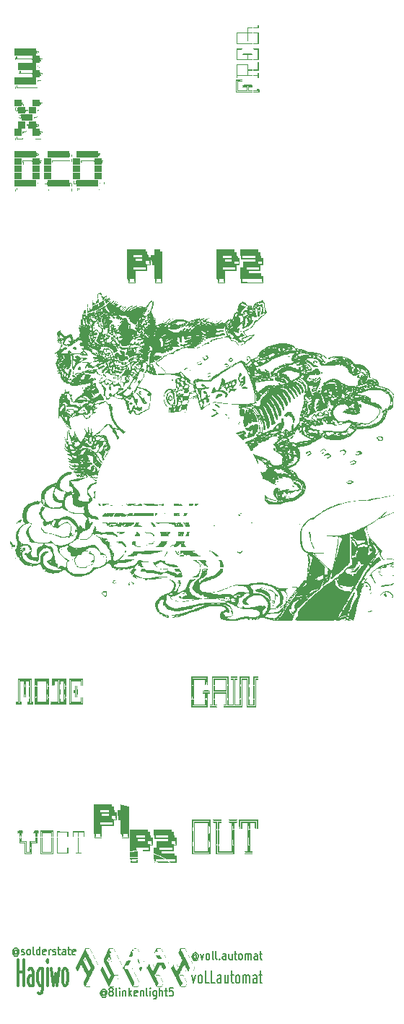
<source format=gbr>
%TF.GenerationSoftware,KiCad,Pcbnew,(5.99.0-10138-g1fe0c6d870)*%
%TF.CreationDate,2021-07-12T21:30:14+01:00*%
%TF.ProjectId,Hagiwo DCO Panel,48616769-776f-4204-9443-4f2050616e65,rev?*%
%TF.SameCoordinates,Original*%
%TF.FileFunction,Legend,Top*%
%TF.FilePolarity,Positive*%
%FSLAX46Y46*%
G04 Gerber Fmt 4.6, Leading zero omitted, Abs format (unit mm)*
G04 Created by KiCad (PCBNEW (5.99.0-10138-g1fe0c6d870)) date 2021-07-12 21:30:14*
%MOMM*%
%LPD*%
G01*
G04 APERTURE LIST*
%ADD10C,0.300000*%
%ADD11C,0.150000*%
%ADD12C,7.500000*%
%ADD13O,6.000000X3.500000*%
%ADD14C,8.500000*%
G04 APERTURE END LIST*
D10*
X126892410Y-157313142D02*
X126892410Y-154313142D01*
X126892410Y-155741714D02*
X127578125Y-155741714D01*
X127578125Y-157313142D02*
X127578125Y-154313142D01*
X128663839Y-157313142D02*
X128663839Y-155741714D01*
X128606696Y-155456000D01*
X128492410Y-155313142D01*
X128263839Y-155313142D01*
X128149553Y-155456000D01*
X128663839Y-157170285D02*
X128549553Y-157313142D01*
X128263839Y-157313142D01*
X128149553Y-157170285D01*
X128092410Y-156884571D01*
X128092410Y-156598857D01*
X128149553Y-156313142D01*
X128263839Y-156170285D01*
X128549553Y-156170285D01*
X128663839Y-156027428D01*
X129749553Y-155313142D02*
X129749553Y-157741714D01*
X129692410Y-158027428D01*
X129635267Y-158170285D01*
X129520982Y-158313142D01*
X129349553Y-158313142D01*
X129235267Y-158170285D01*
X129749553Y-157170285D02*
X129635267Y-157313142D01*
X129406696Y-157313142D01*
X129292410Y-157170285D01*
X129235267Y-157027428D01*
X129178125Y-156741714D01*
X129178125Y-155884571D01*
X129235267Y-155598857D01*
X129292410Y-155456000D01*
X129406696Y-155313142D01*
X129635267Y-155313142D01*
X129749553Y-155456000D01*
X130320982Y-157313142D02*
X130320982Y-155313142D01*
X130320982Y-154313142D02*
X130263839Y-154456000D01*
X130320982Y-154598857D01*
X130378125Y-154456000D01*
X130320982Y-154313142D01*
X130320982Y-154598857D01*
X130778125Y-155313142D02*
X131006696Y-157313142D01*
X131235267Y-155884571D01*
X131463839Y-157313142D01*
X131692410Y-155313142D01*
X132320982Y-157313142D02*
X132206696Y-157170285D01*
X132149553Y-157027428D01*
X132092410Y-156741714D01*
X132092410Y-155884571D01*
X132149553Y-155598857D01*
X132206696Y-155456000D01*
X132320982Y-155313142D01*
X132492410Y-155313142D01*
X132606696Y-155456000D01*
X132663839Y-155598857D01*
X132720982Y-155884571D01*
X132720982Y-156741714D01*
X132663839Y-157027428D01*
X132606696Y-157170285D01*
X132492410Y-157313142D01*
X132320982Y-157313142D01*
D11*
X126774970Y-153265190D02*
X126736875Y-153217571D01*
X126660684Y-153169952D01*
X126584494Y-153169952D01*
X126508303Y-153217571D01*
X126470208Y-153265190D01*
X126432113Y-153360428D01*
X126432113Y-153455666D01*
X126470208Y-153550904D01*
X126508303Y-153598523D01*
X126584494Y-153646142D01*
X126660684Y-153646142D01*
X126736875Y-153598523D01*
X126774970Y-153550904D01*
X126774970Y-153169952D02*
X126774970Y-153550904D01*
X126813065Y-153598523D01*
X126851160Y-153598523D01*
X126927351Y-153550904D01*
X126965446Y-153455666D01*
X126965446Y-153217571D01*
X126889255Y-153074714D01*
X126774970Y-152979476D01*
X126622589Y-152931857D01*
X126470208Y-152979476D01*
X126355922Y-153074714D01*
X126279732Y-153217571D01*
X126241636Y-153408047D01*
X126279732Y-153598523D01*
X126355922Y-153741380D01*
X126470208Y-153836619D01*
X126622589Y-153884238D01*
X126774970Y-153836619D01*
X126889255Y-153741380D01*
X127270208Y-153693761D02*
X127346398Y-153741380D01*
X127498779Y-153741380D01*
X127574970Y-153693761D01*
X127613065Y-153598523D01*
X127613065Y-153550904D01*
X127574970Y-153455666D01*
X127498779Y-153408047D01*
X127384494Y-153408047D01*
X127308303Y-153360428D01*
X127270208Y-153265190D01*
X127270208Y-153217571D01*
X127308303Y-153122333D01*
X127384494Y-153074714D01*
X127498779Y-153074714D01*
X127574970Y-153122333D01*
X128070208Y-153741380D02*
X127994017Y-153693761D01*
X127955922Y-153646142D01*
X127917827Y-153550904D01*
X127917827Y-153265190D01*
X127955922Y-153169952D01*
X127994017Y-153122333D01*
X128070208Y-153074714D01*
X128184494Y-153074714D01*
X128260684Y-153122333D01*
X128298779Y-153169952D01*
X128336875Y-153265190D01*
X128336875Y-153550904D01*
X128298779Y-153646142D01*
X128260684Y-153693761D01*
X128184494Y-153741380D01*
X128070208Y-153741380D01*
X128794017Y-153741380D02*
X128717827Y-153693761D01*
X128679732Y-153598523D01*
X128679732Y-152741380D01*
X129441636Y-153741380D02*
X129441636Y-152741380D01*
X129441636Y-153693761D02*
X129365446Y-153741380D01*
X129213065Y-153741380D01*
X129136875Y-153693761D01*
X129098779Y-153646142D01*
X129060684Y-153550904D01*
X129060684Y-153265190D01*
X129098779Y-153169952D01*
X129136875Y-153122333D01*
X129213065Y-153074714D01*
X129365446Y-153074714D01*
X129441636Y-153122333D01*
X130127351Y-153693761D02*
X130051160Y-153741380D01*
X129898779Y-153741380D01*
X129822589Y-153693761D01*
X129784494Y-153598523D01*
X129784494Y-153217571D01*
X129822589Y-153122333D01*
X129898779Y-153074714D01*
X130051160Y-153074714D01*
X130127351Y-153122333D01*
X130165446Y-153217571D01*
X130165446Y-153312809D01*
X129784494Y-153408047D01*
X130508303Y-153741380D02*
X130508303Y-153074714D01*
X130508303Y-153265190D02*
X130546398Y-153169952D01*
X130584494Y-153122333D01*
X130660684Y-153074714D01*
X130736875Y-153074714D01*
X130965446Y-153693761D02*
X131041636Y-153741380D01*
X131194017Y-153741380D01*
X131270208Y-153693761D01*
X131308303Y-153598523D01*
X131308303Y-153550904D01*
X131270208Y-153455666D01*
X131194017Y-153408047D01*
X131079732Y-153408047D01*
X131003541Y-153360428D01*
X130965446Y-153265190D01*
X130965446Y-153217571D01*
X131003541Y-153122333D01*
X131079732Y-153074714D01*
X131194017Y-153074714D01*
X131270208Y-153122333D01*
X131536875Y-153074714D02*
X131841636Y-153074714D01*
X131651160Y-152741380D02*
X131651160Y-153598523D01*
X131689255Y-153693761D01*
X131765446Y-153741380D01*
X131841636Y-153741380D01*
X132451160Y-153741380D02*
X132451160Y-153217571D01*
X132413065Y-153122333D01*
X132336875Y-153074714D01*
X132184494Y-153074714D01*
X132108303Y-153122333D01*
X132451160Y-153693761D02*
X132374970Y-153741380D01*
X132184494Y-153741380D01*
X132108303Y-153693761D01*
X132070208Y-153598523D01*
X132070208Y-153503285D01*
X132108303Y-153408047D01*
X132184494Y-153360428D01*
X132374970Y-153360428D01*
X132451160Y-153312809D01*
X132717827Y-153074714D02*
X133022589Y-153074714D01*
X132832113Y-152741380D02*
X132832113Y-153598523D01*
X132870208Y-153693761D01*
X132946398Y-153741380D01*
X133022589Y-153741380D01*
X133594017Y-153693761D02*
X133517827Y-153741380D01*
X133365446Y-153741380D01*
X133289255Y-153693761D01*
X133251160Y-153598523D01*
X133251160Y-153217571D01*
X133289255Y-153122333D01*
X133365446Y-153074714D01*
X133517827Y-153074714D01*
X133594017Y-153122333D01*
X133632113Y-153217571D01*
X133632113Y-153312809D01*
X133251160Y-153408047D01*
X147825267Y-153804940D02*
X147787172Y-153757321D01*
X147710982Y-153709702D01*
X147634791Y-153709702D01*
X147558601Y-153757321D01*
X147520505Y-153804940D01*
X147482410Y-153900178D01*
X147482410Y-153995416D01*
X147520505Y-154090654D01*
X147558601Y-154138273D01*
X147634791Y-154185892D01*
X147710982Y-154185892D01*
X147787172Y-154138273D01*
X147825267Y-154090654D01*
X147825267Y-153709702D02*
X147825267Y-154090654D01*
X147863363Y-154138273D01*
X147901458Y-154138273D01*
X147977648Y-154090654D01*
X148015744Y-153995416D01*
X148015744Y-153757321D01*
X147939553Y-153614464D01*
X147825267Y-153519226D01*
X147672886Y-153471607D01*
X147520505Y-153519226D01*
X147406220Y-153614464D01*
X147330029Y-153757321D01*
X147291934Y-153947797D01*
X147330029Y-154138273D01*
X147406220Y-154281130D01*
X147520505Y-154376369D01*
X147672886Y-154423988D01*
X147825267Y-154376369D01*
X147939553Y-154281130D01*
X148282410Y-153614464D02*
X148472886Y-154281130D01*
X148663363Y-153614464D01*
X149082410Y-154281130D02*
X149006220Y-154233511D01*
X148968125Y-154185892D01*
X148930029Y-154090654D01*
X148930029Y-153804940D01*
X148968125Y-153709702D01*
X149006220Y-153662083D01*
X149082410Y-153614464D01*
X149196696Y-153614464D01*
X149272886Y-153662083D01*
X149310982Y-153709702D01*
X149349077Y-153804940D01*
X149349077Y-154090654D01*
X149310982Y-154185892D01*
X149272886Y-154233511D01*
X149196696Y-154281130D01*
X149082410Y-154281130D01*
X149806220Y-154281130D02*
X149730029Y-154233511D01*
X149691934Y-154138273D01*
X149691934Y-153281130D01*
X150225267Y-154281130D02*
X150149077Y-154233511D01*
X150110982Y-154138273D01*
X150110982Y-153281130D01*
X150530029Y-154185892D02*
X150568125Y-154233511D01*
X150530029Y-154281130D01*
X150491934Y-154233511D01*
X150530029Y-154185892D01*
X150530029Y-154281130D01*
X151253839Y-154281130D02*
X151253839Y-153757321D01*
X151215744Y-153662083D01*
X151139553Y-153614464D01*
X150987172Y-153614464D01*
X150910982Y-153662083D01*
X151253839Y-154233511D02*
X151177648Y-154281130D01*
X150987172Y-154281130D01*
X150910982Y-154233511D01*
X150872886Y-154138273D01*
X150872886Y-154043035D01*
X150910982Y-153947797D01*
X150987172Y-153900178D01*
X151177648Y-153900178D01*
X151253839Y-153852559D01*
X151977648Y-153614464D02*
X151977648Y-154281130D01*
X151634791Y-153614464D02*
X151634791Y-154138273D01*
X151672886Y-154233511D01*
X151749077Y-154281130D01*
X151863363Y-154281130D01*
X151939553Y-154233511D01*
X151977648Y-154185892D01*
X152244315Y-153614464D02*
X152549077Y-153614464D01*
X152358601Y-153281130D02*
X152358601Y-154138273D01*
X152396696Y-154233511D01*
X152472886Y-154281130D01*
X152549077Y-154281130D01*
X152930029Y-154281130D02*
X152853839Y-154233511D01*
X152815744Y-154185892D01*
X152777648Y-154090654D01*
X152777648Y-153804940D01*
X152815744Y-153709702D01*
X152853839Y-153662083D01*
X152930029Y-153614464D01*
X153044315Y-153614464D01*
X153120505Y-153662083D01*
X153158601Y-153709702D01*
X153196696Y-153804940D01*
X153196696Y-154090654D01*
X153158601Y-154185892D01*
X153120505Y-154233511D01*
X153044315Y-154281130D01*
X152930029Y-154281130D01*
X153539553Y-154281130D02*
X153539553Y-153614464D01*
X153539553Y-153709702D02*
X153577648Y-153662083D01*
X153653839Y-153614464D01*
X153768125Y-153614464D01*
X153844315Y-153662083D01*
X153882410Y-153757321D01*
X153882410Y-154281130D01*
X153882410Y-153757321D02*
X153920505Y-153662083D01*
X153996696Y-153614464D01*
X154110982Y-153614464D01*
X154187172Y-153662083D01*
X154225267Y-153757321D01*
X154225267Y-154281130D01*
X154949077Y-154281130D02*
X154949077Y-153757321D01*
X154910982Y-153662083D01*
X154834791Y-153614464D01*
X154682410Y-153614464D01*
X154606220Y-153662083D01*
X154949077Y-154233511D02*
X154872886Y-154281130D01*
X154682410Y-154281130D01*
X154606220Y-154233511D01*
X154568125Y-154138273D01*
X154568125Y-154043035D01*
X154606220Y-153947797D01*
X154682410Y-153900178D01*
X154872886Y-153900178D01*
X154949077Y-153852559D01*
X155215744Y-153614464D02*
X155520505Y-153614464D01*
X155330029Y-153281130D02*
X155330029Y-154138273D01*
X155368125Y-154233511D01*
X155444315Y-154281130D01*
X155520505Y-154281130D01*
X147275267Y-156047321D02*
X147489553Y-157047321D01*
X147703839Y-156047321D01*
X148175267Y-157047321D02*
X148089553Y-156975892D01*
X148046696Y-156904464D01*
X148003839Y-156761607D01*
X148003839Y-156333035D01*
X148046696Y-156190178D01*
X148089553Y-156118750D01*
X148175267Y-156047321D01*
X148303839Y-156047321D01*
X148389553Y-156118750D01*
X148432410Y-156190178D01*
X148475267Y-156333035D01*
X148475267Y-156761607D01*
X148432410Y-156904464D01*
X148389553Y-156975892D01*
X148303839Y-157047321D01*
X148175267Y-157047321D01*
X149289553Y-157047321D02*
X148860982Y-157047321D01*
X148860982Y-155547321D01*
X150018125Y-157047321D02*
X149589553Y-157047321D01*
X149589553Y-155547321D01*
X150703839Y-157047321D02*
X150703839Y-156261607D01*
X150660982Y-156118750D01*
X150575267Y-156047321D01*
X150403839Y-156047321D01*
X150318125Y-156118750D01*
X150703839Y-156975892D02*
X150618125Y-157047321D01*
X150403839Y-157047321D01*
X150318125Y-156975892D01*
X150275267Y-156833035D01*
X150275267Y-156690178D01*
X150318125Y-156547321D01*
X150403839Y-156475892D01*
X150618125Y-156475892D01*
X150703839Y-156404464D01*
X151518125Y-156047321D02*
X151518125Y-157047321D01*
X151132410Y-156047321D02*
X151132410Y-156833035D01*
X151175267Y-156975892D01*
X151260982Y-157047321D01*
X151389553Y-157047321D01*
X151475267Y-156975892D01*
X151518125Y-156904464D01*
X151818125Y-156047321D02*
X152160982Y-156047321D01*
X151946696Y-155547321D02*
X151946696Y-156833035D01*
X151989553Y-156975892D01*
X152075267Y-157047321D01*
X152160982Y-157047321D01*
X152589553Y-157047321D02*
X152503839Y-156975892D01*
X152460982Y-156904464D01*
X152418125Y-156761607D01*
X152418125Y-156333035D01*
X152460982Y-156190178D01*
X152503839Y-156118750D01*
X152589553Y-156047321D01*
X152718125Y-156047321D01*
X152803839Y-156118750D01*
X152846696Y-156190178D01*
X152889553Y-156333035D01*
X152889553Y-156761607D01*
X152846696Y-156904464D01*
X152803839Y-156975892D01*
X152718125Y-157047321D01*
X152589553Y-157047321D01*
X153275267Y-157047321D02*
X153275267Y-156047321D01*
X153275267Y-156190178D02*
X153318125Y-156118750D01*
X153403839Y-156047321D01*
X153532410Y-156047321D01*
X153618125Y-156118750D01*
X153660982Y-156261607D01*
X153660982Y-157047321D01*
X153660982Y-156261607D02*
X153703839Y-156118750D01*
X153789553Y-156047321D01*
X153918125Y-156047321D01*
X154003839Y-156118750D01*
X154046696Y-156261607D01*
X154046696Y-157047321D01*
X154860982Y-157047321D02*
X154860982Y-156261607D01*
X154818125Y-156118750D01*
X154732410Y-156047321D01*
X154560982Y-156047321D01*
X154475267Y-156118750D01*
X154860982Y-156975892D02*
X154775267Y-157047321D01*
X154560982Y-157047321D01*
X154475267Y-156975892D01*
X154432410Y-156833035D01*
X154432410Y-156690178D01*
X154475267Y-156547321D01*
X154560982Y-156475892D01*
X154775267Y-156475892D01*
X154860982Y-156404464D01*
X155160982Y-156047321D02*
X155503839Y-156047321D01*
X155289553Y-155547321D02*
X155289553Y-156833035D01*
X155332410Y-156975892D01*
X155418125Y-157047321D01*
X155503839Y-157047321D01*
X137077916Y-158091190D02*
X137039821Y-158043571D01*
X136963630Y-157995952D01*
X136887440Y-157995952D01*
X136811250Y-158043571D01*
X136773154Y-158091190D01*
X136735059Y-158186428D01*
X136735059Y-158281666D01*
X136773154Y-158376904D01*
X136811250Y-158424523D01*
X136887440Y-158472142D01*
X136963630Y-158472142D01*
X137039821Y-158424523D01*
X137077916Y-158376904D01*
X137077916Y-157995952D02*
X137077916Y-158376904D01*
X137116011Y-158424523D01*
X137154107Y-158424523D01*
X137230297Y-158376904D01*
X137268392Y-158281666D01*
X137268392Y-158043571D01*
X137192202Y-157900714D01*
X137077916Y-157805476D01*
X136925535Y-157757857D01*
X136773154Y-157805476D01*
X136658869Y-157900714D01*
X136582678Y-158043571D01*
X136544583Y-158234047D01*
X136582678Y-158424523D01*
X136658869Y-158567380D01*
X136773154Y-158662619D01*
X136925535Y-158710238D01*
X137077916Y-158662619D01*
X137192202Y-158567380D01*
X137725535Y-157995952D02*
X137649345Y-157948333D01*
X137611250Y-157900714D01*
X137573154Y-157805476D01*
X137573154Y-157757857D01*
X137611250Y-157662619D01*
X137649345Y-157615000D01*
X137725535Y-157567380D01*
X137877916Y-157567380D01*
X137954107Y-157615000D01*
X137992202Y-157662619D01*
X138030297Y-157757857D01*
X138030297Y-157805476D01*
X137992202Y-157900714D01*
X137954107Y-157948333D01*
X137877916Y-157995952D01*
X137725535Y-157995952D01*
X137649345Y-158043571D01*
X137611250Y-158091190D01*
X137573154Y-158186428D01*
X137573154Y-158376904D01*
X137611250Y-158472142D01*
X137649345Y-158519761D01*
X137725535Y-158567380D01*
X137877916Y-158567380D01*
X137954107Y-158519761D01*
X137992202Y-158472142D01*
X138030297Y-158376904D01*
X138030297Y-158186428D01*
X137992202Y-158091190D01*
X137954107Y-158043571D01*
X137877916Y-157995952D01*
X138487440Y-158567380D02*
X138411250Y-158519761D01*
X138373154Y-158424523D01*
X138373154Y-157567380D01*
X138792202Y-158567380D02*
X138792202Y-157900714D01*
X138792202Y-157567380D02*
X138754107Y-157615000D01*
X138792202Y-157662619D01*
X138830297Y-157615000D01*
X138792202Y-157567380D01*
X138792202Y-157662619D01*
X139173154Y-157900714D02*
X139173154Y-158567380D01*
X139173154Y-157995952D02*
X139211250Y-157948333D01*
X139287440Y-157900714D01*
X139401726Y-157900714D01*
X139477916Y-157948333D01*
X139516011Y-158043571D01*
X139516011Y-158567380D01*
X139896964Y-158567380D02*
X139896964Y-157567380D01*
X139973154Y-158186428D02*
X140201726Y-158567380D01*
X140201726Y-157900714D02*
X139896964Y-158281666D01*
X140849345Y-158519761D02*
X140773154Y-158567380D01*
X140620773Y-158567380D01*
X140544583Y-158519761D01*
X140506488Y-158424523D01*
X140506488Y-158043571D01*
X140544583Y-157948333D01*
X140620773Y-157900714D01*
X140773154Y-157900714D01*
X140849345Y-157948333D01*
X140887440Y-158043571D01*
X140887440Y-158138809D01*
X140506488Y-158234047D01*
X141230297Y-157900714D02*
X141230297Y-158567380D01*
X141230297Y-157995952D02*
X141268392Y-157948333D01*
X141344583Y-157900714D01*
X141458869Y-157900714D01*
X141535059Y-157948333D01*
X141573154Y-158043571D01*
X141573154Y-158567380D01*
X142068392Y-158567380D02*
X141992202Y-158519761D01*
X141954107Y-158424523D01*
X141954107Y-157567380D01*
X142373154Y-158567380D02*
X142373154Y-157900714D01*
X142373154Y-157567380D02*
X142335059Y-157615000D01*
X142373154Y-157662619D01*
X142411250Y-157615000D01*
X142373154Y-157567380D01*
X142373154Y-157662619D01*
X143096964Y-157900714D02*
X143096964Y-158710238D01*
X143058869Y-158805476D01*
X143020773Y-158853095D01*
X142944583Y-158900714D01*
X142830297Y-158900714D01*
X142754107Y-158853095D01*
X143096964Y-158519761D02*
X143020773Y-158567380D01*
X142868392Y-158567380D01*
X142792202Y-158519761D01*
X142754107Y-158472142D01*
X142716011Y-158376904D01*
X142716011Y-158091190D01*
X142754107Y-157995952D01*
X142792202Y-157948333D01*
X142868392Y-157900714D01*
X143020773Y-157900714D01*
X143096964Y-157948333D01*
X143477916Y-158567380D02*
X143477916Y-157567380D01*
X143820773Y-158567380D02*
X143820773Y-158043571D01*
X143782678Y-157948333D01*
X143706488Y-157900714D01*
X143592202Y-157900714D01*
X143516011Y-157948333D01*
X143477916Y-157995952D01*
X144087440Y-157900714D02*
X144392202Y-157900714D01*
X144201726Y-157567380D02*
X144201726Y-158424523D01*
X144239821Y-158519761D01*
X144316011Y-158567380D01*
X144392202Y-158567380D01*
X145039821Y-157567380D02*
X144658869Y-157567380D01*
X144620773Y-158043571D01*
X144658869Y-157995952D01*
X144735059Y-157948333D01*
X144925535Y-157948333D01*
X145001726Y-157995952D01*
X145039821Y-158043571D01*
X145077916Y-158138809D01*
X145077916Y-158376904D01*
X145039821Y-158472142D01*
X145001726Y-158519761D01*
X144925535Y-158567380D01*
X144735059Y-158567380D01*
X144658869Y-158519761D01*
X144620773Y-158472142D01*
%TO.C,G\u002A\u002A\u002A*%
G36*
X148925259Y-123770579D02*
G01*
X148946137Y-123793334D01*
X148958132Y-123846852D01*
X148963673Y-123943890D01*
X148965192Y-124097206D01*
X148965227Y-124144665D01*
X148965227Y-124523500D01*
X147377727Y-124523500D01*
X147377727Y-124144665D01*
X147378632Y-123975661D01*
X147382966Y-123866052D01*
X147393160Y-123803081D01*
X147411644Y-123773988D01*
X147440847Y-123766017D01*
X147449886Y-123765829D01*
X147484972Y-123771536D01*
X147506404Y-123798064D01*
X147517500Y-123859521D01*
X147521582Y-123970018D01*
X147522046Y-124072506D01*
X147522046Y-124379182D01*
X148820909Y-124379182D01*
X148820909Y-124072506D01*
X148822252Y-123923391D01*
X148828494Y-123832308D01*
X148842954Y-123785148D01*
X148868953Y-123767801D01*
X148893068Y-123765829D01*
X148925259Y-123770579D01*
G37*
G36*
X148957470Y-121717892D02*
G01*
X148951223Y-121887183D01*
X148942140Y-121997223D01*
X148927736Y-122060920D01*
X148905528Y-122091181D01*
X148884048Y-122099373D01*
X148853373Y-122097874D01*
X148834542Y-122070221D01*
X148824754Y-122003241D01*
X148821213Y-121883756D01*
X148820909Y-121802140D01*
X148820909Y-121492818D01*
X147522046Y-121492818D01*
X147522046Y-121799494D01*
X147520703Y-121948609D01*
X147514461Y-122039692D01*
X147500000Y-122086852D01*
X147474001Y-122104198D01*
X147449886Y-122106170D01*
X147417695Y-122101420D01*
X147396817Y-122078665D01*
X147384823Y-122025148D01*
X147379281Y-121928110D01*
X147377763Y-121774794D01*
X147377727Y-121727335D01*
X147377727Y-121348500D01*
X148967752Y-121348500D01*
X148957470Y-121717892D01*
G37*
G36*
X152408698Y-121132788D02*
G01*
X152527024Y-121136499D01*
X152597612Y-121145280D01*
X152632669Y-121161252D01*
X152644403Y-121186540D01*
X152645341Y-121204182D01*
X152640941Y-121235186D01*
X152619601Y-121255764D01*
X152569114Y-121268040D01*
X152477271Y-121274137D01*
X152331865Y-121276178D01*
X152230426Y-121276341D01*
X152052154Y-121275575D01*
X151933828Y-121271864D01*
X151863241Y-121263084D01*
X151828184Y-121247111D01*
X151816449Y-121221823D01*
X151815511Y-121204182D01*
X151819912Y-121173178D01*
X151841252Y-121152599D01*
X151891739Y-121140323D01*
X151983581Y-121134226D01*
X152128987Y-121132186D01*
X152230426Y-121132023D01*
X152408698Y-121132788D01*
G37*
G36*
X147294024Y-122144622D02*
G01*
X147311850Y-122157688D01*
X147324388Y-122190374D01*
X147332356Y-122251608D01*
X147336473Y-122350315D01*
X147337459Y-122495422D01*
X147336031Y-122695856D01*
X147333332Y-122926508D01*
X147329691Y-123184953D01*
X147325491Y-123380183D01*
X147319912Y-123521143D01*
X147312136Y-123616775D01*
X147301346Y-123676024D01*
X147286722Y-123707833D01*
X147267447Y-123721147D01*
X147260469Y-123722903D01*
X147239878Y-123722370D01*
X147224305Y-123706048D01*
X147213057Y-123665309D01*
X147205439Y-123591527D01*
X147200755Y-123476074D01*
X147198313Y-123310323D01*
X147197416Y-123085646D01*
X147197330Y-122938645D01*
X147197559Y-122679537D01*
X147198787Y-122483730D01*
X147201823Y-122342368D01*
X147207479Y-122246596D01*
X147216565Y-122187555D01*
X147229890Y-122156389D01*
X147248266Y-122144242D01*
X147270192Y-122142250D01*
X147294024Y-122144622D01*
G37*
G36*
X152164763Y-122144622D02*
G01*
X152182589Y-122157688D01*
X152195126Y-122190374D01*
X152203094Y-122251608D01*
X152207212Y-122350315D01*
X152208198Y-122495422D01*
X152206770Y-122695856D01*
X152204070Y-122926508D01*
X152200430Y-123184953D01*
X152196229Y-123380183D01*
X152190650Y-123521143D01*
X152182875Y-123616775D01*
X152172084Y-123676024D01*
X152157461Y-123707833D01*
X152138186Y-123721147D01*
X152131207Y-123722903D01*
X152110616Y-123722370D01*
X152095044Y-123706048D01*
X152083796Y-123665309D01*
X152076177Y-123591527D01*
X152071494Y-123476074D01*
X152069051Y-123310323D01*
X152068154Y-123085646D01*
X152068068Y-122938645D01*
X152068297Y-122679537D01*
X152069525Y-122483730D01*
X152072562Y-122342368D01*
X152078218Y-122246596D01*
X152087303Y-122187555D01*
X152100629Y-122156389D01*
X152119004Y-122144242D01*
X152140931Y-122142250D01*
X152164763Y-122144622D01*
G37*
G36*
X151342589Y-122147000D02*
G01*
X151363467Y-122169755D01*
X151375461Y-122223273D01*
X151381003Y-122320311D01*
X151382521Y-122473627D01*
X151382557Y-122521085D01*
X151382557Y-122899920D01*
X149831136Y-122899920D01*
X149831136Y-122521085D01*
X149832041Y-122352082D01*
X149836375Y-122242473D01*
X149846569Y-122179501D01*
X149865053Y-122150408D01*
X149894256Y-122142437D01*
X149903296Y-122142250D01*
X149938381Y-122147957D01*
X149959813Y-122174484D01*
X149970909Y-122235942D01*
X149974991Y-122346438D01*
X149975455Y-122448926D01*
X149975455Y-122755602D01*
X151238239Y-122755602D01*
X151238239Y-122448926D01*
X151239582Y-122299811D01*
X151245823Y-122208728D01*
X151260284Y-122161568D01*
X151286283Y-122144222D01*
X151310398Y-122142250D01*
X151342589Y-122147000D01*
G37*
G36*
X147473400Y-122144892D02*
G01*
X147491161Y-122158730D01*
X147503973Y-122192633D01*
X147512645Y-122255469D01*
X147517982Y-122356107D01*
X147520790Y-122503416D01*
X147521875Y-122706263D01*
X147522046Y-122936000D01*
X147521257Y-123203529D01*
X147518581Y-123406612D01*
X147513551Y-123552948D01*
X147505700Y-123650237D01*
X147494561Y-123706176D01*
X147479669Y-123728466D01*
X147473939Y-123729750D01*
X147412578Y-123713723D01*
X147401780Y-123705697D01*
X147394667Y-123664013D01*
X147388388Y-123561070D01*
X147383274Y-123407766D01*
X147379655Y-123214997D01*
X147377862Y-122993662D01*
X147377727Y-122911947D01*
X147377981Y-122657739D01*
X147379304Y-122466686D01*
X147382541Y-122329780D01*
X147388536Y-122238018D01*
X147398134Y-122182395D01*
X147412178Y-122153904D01*
X147431514Y-122143542D01*
X147449886Y-122142250D01*
X147473400Y-122144892D01*
G37*
G36*
X154016364Y-121621742D02*
G01*
X154015635Y-121818448D01*
X154012495Y-121953813D01*
X154005515Y-122038648D01*
X153993266Y-122083764D01*
X153974318Y-122099974D01*
X153953224Y-122099364D01*
X153925270Y-122085668D01*
X153906119Y-122049016D01*
X153893601Y-121977048D01*
X153885546Y-121857405D01*
X153879884Y-121681804D01*
X153869682Y-121276341D01*
X153006136Y-121276341D01*
X153006136Y-121691256D01*
X153005371Y-121869528D01*
X153001660Y-121987854D01*
X152992879Y-122058441D01*
X152976907Y-122093498D01*
X152951619Y-122105233D01*
X152933977Y-122106170D01*
X152904982Y-122102312D01*
X152885004Y-122083211D01*
X152872371Y-122037578D01*
X152865411Y-121954126D01*
X152862451Y-121821564D01*
X152861819Y-121628604D01*
X152861818Y-121619096D01*
X152861818Y-121132023D01*
X154016364Y-121132023D01*
X154016364Y-121621742D01*
G37*
G36*
X154941189Y-121133365D02*
G01*
X155032272Y-121139607D01*
X155079431Y-121154068D01*
X155096778Y-121180067D01*
X155098750Y-121204182D01*
X155091441Y-121243233D01*
X155058884Y-121265005D01*
X154985133Y-121274404D01*
X154864233Y-121276341D01*
X154629716Y-121276341D01*
X154629716Y-121691256D01*
X154628951Y-121869528D01*
X154625239Y-121987854D01*
X154616459Y-122058441D01*
X154600486Y-122093498D01*
X154575198Y-122105233D01*
X154557557Y-122106170D01*
X154528562Y-122102312D01*
X154508584Y-122083211D01*
X154495951Y-122037578D01*
X154488991Y-121954126D01*
X154486031Y-121821564D01*
X154485398Y-121628604D01*
X154485398Y-121132023D01*
X154792074Y-121132023D01*
X154941189Y-121133365D01*
G37*
G36*
X149102461Y-123769688D02*
G01*
X149122439Y-123788789D01*
X149135072Y-123834421D01*
X149142032Y-123917874D01*
X149144992Y-124050436D01*
X149145625Y-124243396D01*
X149145625Y-124739977D01*
X147197330Y-124739977D01*
X147197330Y-124252903D01*
X147197901Y-124057185D01*
X147200731Y-123922334D01*
X147207491Y-123837062D01*
X147219855Y-123790081D01*
X147239494Y-123770101D01*
X147268080Y-123765833D01*
X147269489Y-123765829D01*
X147300493Y-123770230D01*
X147321071Y-123791570D01*
X147333347Y-123842057D01*
X147339444Y-123933899D01*
X147341485Y-124079305D01*
X147341648Y-124180744D01*
X147341648Y-124595659D01*
X149001307Y-124595659D01*
X149001307Y-124180744D01*
X149002072Y-124002472D01*
X149005783Y-123884146D01*
X149014564Y-123813559D01*
X149030536Y-123778502D01*
X149055824Y-123766767D01*
X149073466Y-123765829D01*
X149102461Y-123769688D01*
G37*
G36*
X154589748Y-123770579D02*
G01*
X154610626Y-123793334D01*
X154622621Y-123846852D01*
X154628162Y-123943890D01*
X154629680Y-124097206D01*
X154629716Y-124144665D01*
X154629716Y-124523500D01*
X153872046Y-124523500D01*
X153872046Y-124144665D01*
X153872950Y-123975661D01*
X153877285Y-123866052D01*
X153887478Y-123803081D01*
X153905962Y-123773988D01*
X153935165Y-123766017D01*
X153944205Y-123765829D01*
X153979290Y-123771536D01*
X154000722Y-123798064D01*
X154011818Y-123859521D01*
X154015900Y-123970018D01*
X154016364Y-124072506D01*
X154016364Y-124379182D01*
X154485398Y-124379182D01*
X154485398Y-124072506D01*
X154486741Y-123923391D01*
X154492982Y-123832308D01*
X154507443Y-123785148D01*
X154533442Y-123767801D01*
X154557557Y-123765829D01*
X154589748Y-123770579D01*
G37*
G36*
X151342589Y-123770579D02*
G01*
X151363467Y-123793334D01*
X151375461Y-123846852D01*
X151381003Y-123943890D01*
X151382521Y-124097206D01*
X151382557Y-124144665D01*
X151382557Y-124523500D01*
X151184119Y-124523500D01*
X151069443Y-124520368D01*
X151009703Y-124506826D01*
X150987798Y-124476656D01*
X150985682Y-124451341D01*
X150999808Y-124401607D01*
X151054953Y-124381540D01*
X151111960Y-124379182D01*
X151238239Y-124379182D01*
X151238239Y-124072506D01*
X151239582Y-123923391D01*
X151245823Y-123832308D01*
X151260284Y-123785148D01*
X151286283Y-123767801D01*
X151310398Y-123765829D01*
X151342589Y-123770579D01*
G37*
G36*
X151382557Y-121727335D02*
G01*
X151381652Y-121896338D01*
X151377318Y-122005947D01*
X151367124Y-122068919D01*
X151348641Y-122098012D01*
X151319438Y-122105983D01*
X151310398Y-122106170D01*
X151275312Y-122100463D01*
X151253881Y-122073936D01*
X151242784Y-122012479D01*
X151238703Y-121901982D01*
X151238239Y-121799494D01*
X151238239Y-121492818D01*
X149975455Y-121492818D01*
X149975455Y-121799494D01*
X149974112Y-121948609D01*
X149967870Y-122039692D01*
X149953409Y-122086852D01*
X149927410Y-122104198D01*
X149903296Y-122106170D01*
X149871104Y-122101420D01*
X149850227Y-122078665D01*
X149838232Y-122025148D01*
X149832690Y-121928110D01*
X149831172Y-121774794D01*
X149831136Y-121727335D01*
X149831136Y-121348500D01*
X151382557Y-121348500D01*
X151382557Y-121727335D01*
G37*
G36*
X148957470Y-123341472D02*
G01*
X148951223Y-123510763D01*
X148942140Y-123620803D01*
X148927736Y-123684500D01*
X148905528Y-123714760D01*
X148884048Y-123722952D01*
X148853373Y-123721453D01*
X148834542Y-123693801D01*
X148824754Y-123626820D01*
X148821213Y-123507335D01*
X148820909Y-123425719D01*
X148820909Y-123116398D01*
X148694631Y-123116398D01*
X148607597Y-123108326D01*
X148572480Y-123076814D01*
X148568352Y-123044239D01*
X148576911Y-123002641D01*
X148613957Y-122980911D01*
X148696549Y-122972886D01*
X148768052Y-122972079D01*
X148967752Y-122972079D01*
X148957470Y-123341472D01*
G37*
G36*
X153173968Y-122144892D02*
G01*
X153191729Y-122158730D01*
X153204542Y-122192633D01*
X153213213Y-122255469D01*
X153218550Y-122356107D01*
X153221358Y-122503416D01*
X153222443Y-122706263D01*
X153222614Y-122936000D01*
X153222374Y-123194653D01*
X153221115Y-123390015D01*
X153218033Y-123530956D01*
X153212321Y-123626344D01*
X153203172Y-123685047D01*
X153189780Y-123715934D01*
X153171340Y-123727874D01*
X153150455Y-123729750D01*
X153126941Y-123727108D01*
X153109180Y-123713270D01*
X153096368Y-123679367D01*
X153087696Y-123616531D01*
X153082359Y-123515892D01*
X153079551Y-123368584D01*
X153078466Y-123165736D01*
X153078296Y-122936000D01*
X153078536Y-122677347D01*
X153079794Y-122481984D01*
X153082876Y-122341043D01*
X153088588Y-122245656D01*
X153097737Y-122186952D01*
X153111129Y-122156065D01*
X153129569Y-122144126D01*
X153150455Y-122142250D01*
X153173968Y-122144892D01*
G37*
G36*
X149938381Y-123771536D02*
G01*
X149959813Y-123798064D01*
X149970909Y-123859521D01*
X149974991Y-123970018D01*
X149975455Y-124072506D01*
X149975455Y-124379182D01*
X150101733Y-124379182D01*
X150188767Y-124387254D01*
X150223884Y-124418765D01*
X150228011Y-124451341D01*
X150219398Y-124493041D01*
X150182159Y-124514765D01*
X150099191Y-124522730D01*
X150029574Y-124523500D01*
X149831136Y-124523500D01*
X149831136Y-124144665D01*
X149832041Y-123975661D01*
X149836375Y-123866052D01*
X149846569Y-123803081D01*
X149865053Y-123773988D01*
X149894256Y-123766017D01*
X149903296Y-123765829D01*
X149938381Y-123771536D01*
G37*
G36*
X151550389Y-122144892D02*
G01*
X151568149Y-122158730D01*
X151580962Y-122192633D01*
X151589634Y-122255469D01*
X151594970Y-122356107D01*
X151597778Y-122503416D01*
X151598864Y-122706263D01*
X151599034Y-122936000D01*
X151598794Y-123194653D01*
X151597536Y-123390015D01*
X151594454Y-123530956D01*
X151588741Y-123626344D01*
X151579593Y-123685047D01*
X151566201Y-123715934D01*
X151547760Y-123727874D01*
X151526875Y-123729750D01*
X151503361Y-123727108D01*
X151485601Y-123713270D01*
X151472788Y-123679367D01*
X151464116Y-123616531D01*
X151458780Y-123515892D01*
X151455972Y-123368584D01*
X151454886Y-123165736D01*
X151454716Y-122936000D01*
X151454956Y-122677347D01*
X151456214Y-122481984D01*
X151459296Y-122341043D01*
X151465009Y-122245656D01*
X151474158Y-122186952D01*
X151487549Y-122156065D01*
X151505990Y-122144126D01*
X151526875Y-122142250D01*
X151550389Y-122144892D01*
G37*
G36*
X154581071Y-122144892D02*
G01*
X154598831Y-122158730D01*
X154611644Y-122192633D01*
X154620315Y-122255469D01*
X154625652Y-122356107D01*
X154628460Y-122503416D01*
X154629545Y-122706263D01*
X154629716Y-122936000D01*
X154629476Y-123194653D01*
X154628218Y-123390015D01*
X154625136Y-123530956D01*
X154619423Y-123626344D01*
X154610274Y-123685047D01*
X154596883Y-123715934D01*
X154578442Y-123727874D01*
X154557557Y-123729750D01*
X154534043Y-123727108D01*
X154516283Y-123713270D01*
X154503470Y-123679367D01*
X154494798Y-123616531D01*
X154489462Y-123515892D01*
X154486654Y-123368584D01*
X154485568Y-123165736D01*
X154485398Y-122936000D01*
X154485638Y-122677347D01*
X154486896Y-122481984D01*
X154489978Y-122341043D01*
X154495690Y-122245656D01*
X154504839Y-122186952D01*
X154518231Y-122156065D01*
X154536672Y-122144126D01*
X154557557Y-122142250D01*
X154581071Y-122144892D01*
G37*
G36*
X153788343Y-122144622D02*
G01*
X153806168Y-122157688D01*
X153818706Y-122190374D01*
X153826674Y-122251608D01*
X153830792Y-122350315D01*
X153831777Y-122495422D01*
X153830349Y-122695856D01*
X153827650Y-122926508D01*
X153824009Y-123184953D01*
X153819809Y-123380183D01*
X153814230Y-123521143D01*
X153806454Y-123616775D01*
X153795664Y-123676024D01*
X153781040Y-123707833D01*
X153761765Y-123721147D01*
X153754787Y-123722903D01*
X153734196Y-123722370D01*
X153718623Y-123706048D01*
X153707375Y-123665309D01*
X153699757Y-123591527D01*
X153695074Y-123476074D01*
X153692631Y-123310323D01*
X153691734Y-123085646D01*
X153691648Y-122938645D01*
X153691877Y-122679537D01*
X153693105Y-122483730D01*
X153696142Y-122342368D01*
X153701797Y-122246596D01*
X153710883Y-122187555D01*
X153724208Y-122156389D01*
X153742584Y-122144242D01*
X153764510Y-122142250D01*
X153788343Y-122144622D01*
G37*
G36*
X149719009Y-123770579D02*
G01*
X149739887Y-123793334D01*
X149751882Y-123846852D01*
X149757423Y-123943890D01*
X149758942Y-124097206D01*
X149758977Y-124144665D01*
X149758977Y-124523500D01*
X149560540Y-124523500D01*
X149445863Y-124520368D01*
X149386123Y-124506826D01*
X149364219Y-124476656D01*
X149362102Y-124451341D01*
X149376228Y-124401607D01*
X149431373Y-124381540D01*
X149488381Y-124379182D01*
X149614659Y-124379182D01*
X149614659Y-124072506D01*
X149616002Y-123923391D01*
X149622244Y-123832308D01*
X149636704Y-123785148D01*
X149662703Y-123767801D01*
X149686818Y-123765829D01*
X149719009Y-123770579D01*
G37*
G36*
X152172418Y-123770579D02*
G01*
X152193296Y-123793334D01*
X152205291Y-123846852D01*
X152210832Y-123943890D01*
X152212351Y-124097206D01*
X152212386Y-124144665D01*
X152212386Y-124523500D01*
X151454716Y-124523500D01*
X151454716Y-124144665D01*
X151455621Y-123975661D01*
X151459955Y-123866052D01*
X151470149Y-123803081D01*
X151488632Y-123773988D01*
X151517835Y-123766017D01*
X151526875Y-123765829D01*
X151561961Y-123771536D01*
X151583392Y-123798064D01*
X151594489Y-123859521D01*
X151598570Y-123970018D01*
X151599034Y-124072506D01*
X151599034Y-124379182D01*
X152068068Y-124379182D01*
X152068068Y-124072506D01*
X152069411Y-123923391D01*
X152075653Y-123832308D01*
X152090113Y-123785148D01*
X152116113Y-123767801D01*
X152140227Y-123765829D01*
X152172418Y-123770579D01*
G37*
G36*
X152957491Y-122144892D02*
G01*
X152975251Y-122158730D01*
X152988064Y-122192633D01*
X152996736Y-122255469D01*
X153002073Y-122356107D01*
X153004880Y-122503416D01*
X153005966Y-122706263D01*
X153006136Y-122936000D01*
X153005896Y-123194653D01*
X153004638Y-123390015D01*
X153001556Y-123530956D01*
X152995844Y-123626344D01*
X152986695Y-123685047D01*
X152973303Y-123715934D01*
X152954862Y-123727874D01*
X152933977Y-123729750D01*
X152910463Y-123727108D01*
X152892703Y-123713270D01*
X152879890Y-123679367D01*
X152871219Y-123616531D01*
X152865882Y-123515892D01*
X152863074Y-123368584D01*
X152861989Y-123165736D01*
X152861818Y-122936000D01*
X152862058Y-122677347D01*
X152863316Y-122481984D01*
X152866399Y-122341043D01*
X152872111Y-122245656D01*
X152881260Y-122186952D01*
X152894651Y-122156065D01*
X152913092Y-122144126D01*
X152933977Y-122142250D01*
X152957491Y-122144892D01*
G37*
G36*
X149977819Y-124596367D02*
G01*
X150100384Y-124599819D01*
X150174709Y-124608010D01*
X150212753Y-124622930D01*
X150226473Y-124646574D01*
X150228011Y-124667818D01*
X150223764Y-124698278D01*
X150203048Y-124718706D01*
X150153908Y-124731093D01*
X150064384Y-124737434D01*
X149922519Y-124739721D01*
X149795057Y-124739977D01*
X149612295Y-124739269D01*
X149489730Y-124735817D01*
X149415404Y-124727626D01*
X149377361Y-124712706D01*
X149363641Y-124689062D01*
X149362102Y-124667818D01*
X149366350Y-124637358D01*
X149387065Y-124616930D01*
X149436206Y-124604543D01*
X149525730Y-124598202D01*
X149667595Y-124595915D01*
X149795057Y-124595659D01*
X149977819Y-124596367D01*
G37*
G36*
X152344139Y-122144892D02*
G01*
X152361899Y-122158730D01*
X152374712Y-122192633D01*
X152383384Y-122255469D01*
X152388720Y-122356107D01*
X152391528Y-122503416D01*
X152392614Y-122706263D01*
X152392784Y-122936000D01*
X152391996Y-123203529D01*
X152389320Y-123406612D01*
X152384290Y-123552948D01*
X152376439Y-123650237D01*
X152365300Y-123706176D01*
X152350407Y-123728466D01*
X152344678Y-123729750D01*
X152283316Y-123713723D01*
X152272519Y-123705697D01*
X152265405Y-123664013D01*
X152259126Y-123561070D01*
X152254013Y-123407766D01*
X152250394Y-123214997D01*
X152248601Y-122993662D01*
X152248466Y-122911947D01*
X152248719Y-122657739D01*
X152250043Y-122466686D01*
X152253280Y-122329780D01*
X152259275Y-122238018D01*
X152268873Y-122182395D01*
X152282917Y-122153904D01*
X152302252Y-122143542D01*
X152320625Y-122142250D01*
X152344139Y-122144892D01*
G37*
G36*
X152561580Y-121351632D02*
G01*
X152621320Y-121365174D01*
X152643225Y-121395344D01*
X152645341Y-121420659D01*
X152631215Y-121470393D01*
X152576070Y-121490459D01*
X152519063Y-121492818D01*
X152392784Y-121492818D01*
X152392784Y-121799494D01*
X152389800Y-121957597D01*
X152379767Y-122054092D01*
X152361061Y-122099327D01*
X152344678Y-122106170D01*
X152283316Y-122090144D01*
X152272519Y-122082117D01*
X152262274Y-122037871D01*
X152254200Y-121938298D01*
X152249367Y-121800222D01*
X152248466Y-121703282D01*
X152248466Y-121348500D01*
X152446903Y-121348500D01*
X152561580Y-121351632D01*
G37*
G36*
X152204629Y-121717892D02*
G01*
X152198382Y-121887183D01*
X152189299Y-121997223D01*
X152174896Y-122060920D01*
X152152687Y-122091181D01*
X152131207Y-122099373D01*
X152100533Y-122097874D01*
X152081701Y-122070221D01*
X152071914Y-122003241D01*
X152068372Y-121883756D01*
X152068068Y-121802140D01*
X152068068Y-121492818D01*
X151941790Y-121492818D01*
X151854756Y-121484746D01*
X151819639Y-121453235D01*
X151815511Y-121420659D01*
X151824070Y-121379062D01*
X151861116Y-121357332D01*
X151943708Y-121349306D01*
X152015211Y-121348500D01*
X152214911Y-121348500D01*
X152204629Y-121717892D01*
G37*
G36*
X153179450Y-123769688D02*
G01*
X153199428Y-123788789D01*
X153212061Y-123834421D01*
X153219021Y-123917874D01*
X153221981Y-124050436D01*
X153222613Y-124243396D01*
X153222614Y-124252903D01*
X153222614Y-124739977D01*
X152104148Y-124739977D01*
X151790959Y-124739844D01*
X151542452Y-124739125D01*
X151351150Y-124737336D01*
X151209576Y-124733995D01*
X151110254Y-124728620D01*
X151045705Y-124720728D01*
X151008454Y-124709838D01*
X150991024Y-124695466D01*
X150985936Y-124677131D01*
X150985682Y-124667818D01*
X150987840Y-124647002D01*
X150999466Y-124630630D01*
X151028290Y-124618168D01*
X151082041Y-124609083D01*
X151168450Y-124602842D01*
X151295246Y-124598913D01*
X151470158Y-124596761D01*
X151700917Y-124595855D01*
X151995251Y-124595660D01*
X152031989Y-124595659D01*
X153078296Y-124595659D01*
X153078296Y-124180744D01*
X153079061Y-124002472D01*
X153082772Y-123884146D01*
X153091552Y-123813559D01*
X153107525Y-123778502D01*
X153132813Y-123766767D01*
X153150455Y-123765829D01*
X153179450Y-123769688D01*
G37*
G36*
X151382557Y-123350915D02*
G01*
X151381652Y-123519918D01*
X151377318Y-123629527D01*
X151367124Y-123692499D01*
X151348641Y-123721591D01*
X151319438Y-123729562D01*
X151310398Y-123729750D01*
X151275312Y-123724043D01*
X151253881Y-123697515D01*
X151242784Y-123636058D01*
X151238703Y-123525561D01*
X151238239Y-123423074D01*
X151238239Y-123116398D01*
X149975455Y-123116398D01*
X149975455Y-123423074D01*
X149974112Y-123572189D01*
X149967870Y-123663271D01*
X149953409Y-123710431D01*
X149927410Y-123727778D01*
X149903296Y-123729750D01*
X149871104Y-123725000D01*
X149850227Y-123702245D01*
X149838232Y-123648727D01*
X149832690Y-123551689D01*
X149831172Y-123398373D01*
X149831136Y-123350915D01*
X149831136Y-122972079D01*
X151382557Y-122972079D01*
X151382557Y-123350915D01*
G37*
G36*
X149710332Y-122144892D02*
G01*
X149728092Y-122158730D01*
X149740905Y-122192633D01*
X149749577Y-122255469D01*
X149754913Y-122356107D01*
X149757721Y-122503416D01*
X149758807Y-122706263D01*
X149758977Y-122936000D01*
X149758737Y-123194653D01*
X149757479Y-123390015D01*
X149754397Y-123530956D01*
X149748685Y-123626344D01*
X149739536Y-123685047D01*
X149726144Y-123715934D01*
X149707703Y-123727874D01*
X149686818Y-123729750D01*
X149663304Y-123727108D01*
X149645544Y-123713270D01*
X149632731Y-123679367D01*
X149624060Y-123616531D01*
X149618723Y-123515892D01*
X149615915Y-123368584D01*
X149614830Y-123165736D01*
X149614659Y-122936000D01*
X149614899Y-122677347D01*
X149616157Y-122481984D01*
X149619239Y-122341043D01*
X149624952Y-122245656D01*
X149634101Y-122186952D01*
X149647492Y-122156065D01*
X149665933Y-122144126D01*
X149686818Y-122142250D01*
X149710332Y-122144892D01*
G37*
G36*
X149314421Y-122975211D02*
G01*
X149374161Y-122988753D01*
X149396065Y-123018923D01*
X149398182Y-123044239D01*
X149384056Y-123093972D01*
X149328911Y-123114039D01*
X149271903Y-123116398D01*
X149145625Y-123116398D01*
X149145625Y-123423074D01*
X149142641Y-123581176D01*
X149132608Y-123677672D01*
X149113902Y-123722907D01*
X149097519Y-123729750D01*
X149036157Y-123713723D01*
X149025360Y-123705697D01*
X149015115Y-123661450D01*
X149007041Y-123561877D01*
X149002208Y-123423802D01*
X149001307Y-123326862D01*
X149001307Y-122972079D01*
X149199744Y-122972079D01*
X149314421Y-122975211D01*
G37*
G36*
X149145625Y-121621742D02*
G01*
X149144896Y-121818448D01*
X149141756Y-121953813D01*
X149134776Y-122038648D01*
X149122527Y-122083764D01*
X149103579Y-122099974D01*
X149082486Y-122099364D01*
X149054531Y-122085668D01*
X149035380Y-122049016D01*
X149022863Y-121977048D01*
X149014807Y-121857405D01*
X149009145Y-121681804D01*
X148998944Y-121276341D01*
X147341648Y-121276341D01*
X147341648Y-121691256D01*
X147340882Y-121869528D01*
X147337171Y-121987854D01*
X147328391Y-122058441D01*
X147312418Y-122093498D01*
X147287130Y-122105233D01*
X147269489Y-122106170D01*
X147240493Y-122102312D01*
X147220515Y-122083211D01*
X147207883Y-122037578D01*
X147200922Y-121954126D01*
X147197962Y-121821564D01*
X147197330Y-121628604D01*
X147197330Y-121132023D01*
X149145625Y-121132023D01*
X149145625Y-121621742D01*
G37*
G36*
X154803029Y-123769688D02*
G01*
X154823007Y-123788789D01*
X154835640Y-123834421D01*
X154842600Y-123917874D01*
X154845560Y-124050436D01*
X154846193Y-124243396D01*
X154846193Y-124739977D01*
X153691648Y-124739977D01*
X153691648Y-124252903D01*
X153692219Y-124057185D01*
X153695049Y-123922334D01*
X153701810Y-123837062D01*
X153714173Y-123790081D01*
X153733812Y-123770101D01*
X153762398Y-123765833D01*
X153763807Y-123765829D01*
X153794811Y-123770230D01*
X153815389Y-123791570D01*
X153827665Y-123842057D01*
X153833762Y-123933899D01*
X153835803Y-124079305D01*
X153835966Y-124180744D01*
X153835966Y-124595659D01*
X154701875Y-124595659D01*
X154701875Y-124180744D01*
X154702640Y-124002472D01*
X154706352Y-123884146D01*
X154715132Y-123813559D01*
X154731105Y-123778502D01*
X154756393Y-123766767D01*
X154774034Y-123765829D01*
X154803029Y-123769688D01*
G37*
G36*
X149161539Y-122756367D02*
G01*
X149279865Y-122760079D01*
X149350453Y-122768859D01*
X149385510Y-122784832D01*
X149397244Y-122810120D01*
X149398182Y-122827761D01*
X149393781Y-122858765D01*
X149372442Y-122879344D01*
X149321954Y-122891620D01*
X149230112Y-122897716D01*
X149084706Y-122899757D01*
X148983267Y-122899920D01*
X148804995Y-122899155D01*
X148686669Y-122895444D01*
X148616081Y-122886663D01*
X148581024Y-122870691D01*
X148569290Y-122845403D01*
X148568352Y-122827761D01*
X148572753Y-122796757D01*
X148594092Y-122776179D01*
X148644580Y-122763903D01*
X148736422Y-122757806D01*
X148881828Y-122755765D01*
X148983267Y-122755602D01*
X149161539Y-122756367D01*
G37*
G36*
X152966168Y-123770579D02*
G01*
X152987046Y-123793334D01*
X152999041Y-123846852D01*
X153004582Y-123943890D01*
X153006101Y-124097206D01*
X153006136Y-124144665D01*
X153006136Y-124523500D01*
X152248466Y-124523500D01*
X152248466Y-124144665D01*
X152249371Y-123975661D01*
X152253705Y-123866052D01*
X152263899Y-123803081D01*
X152282382Y-123773988D01*
X152311585Y-123766017D01*
X152320625Y-123765829D01*
X152355711Y-123771536D01*
X152377142Y-123798064D01*
X152388239Y-123859521D01*
X152392320Y-123970018D01*
X152392784Y-124072506D01*
X152392784Y-124379182D01*
X152861818Y-124379182D01*
X152861818Y-124072506D01*
X152863161Y-123923391D01*
X152869403Y-123832308D01*
X152883863Y-123785148D01*
X152909863Y-123767801D01*
X152933977Y-123765829D01*
X152966168Y-123770579D01*
G37*
G36*
X154797548Y-122144892D02*
G01*
X154815308Y-122158730D01*
X154828121Y-122192633D01*
X154836793Y-122255469D01*
X154842129Y-122356107D01*
X154844937Y-122503416D01*
X154846023Y-122706263D01*
X154846193Y-122936000D01*
X154845953Y-123194653D01*
X154844695Y-123390015D01*
X154841613Y-123530956D01*
X154835901Y-123626344D01*
X154826752Y-123685047D01*
X154813360Y-123715934D01*
X154794919Y-123727874D01*
X154774034Y-123729750D01*
X154750520Y-123727108D01*
X154732760Y-123713270D01*
X154719947Y-123679367D01*
X154711276Y-123616531D01*
X154705939Y-123515892D01*
X154703131Y-123368584D01*
X154702046Y-123165736D01*
X154701875Y-122936000D01*
X154702115Y-122677347D01*
X154703373Y-122481984D01*
X154706455Y-122341043D01*
X154712168Y-122245656D01*
X154721317Y-122186952D01*
X154734708Y-122156065D01*
X154753149Y-122144126D01*
X154774034Y-122142250D01*
X154797548Y-122144892D01*
G37*
G36*
X151599034Y-121619096D02*
G01*
X151598463Y-121814815D01*
X151595633Y-121949666D01*
X151588872Y-122034937D01*
X151576509Y-122081919D01*
X151556870Y-122101899D01*
X151528284Y-122106167D01*
X151526875Y-122106170D01*
X151495871Y-122101770D01*
X151475293Y-122080430D01*
X151463017Y-122029943D01*
X151456920Y-121938100D01*
X151454879Y-121792694D01*
X151454716Y-121691256D01*
X151454716Y-121276341D01*
X149758977Y-121276341D01*
X149758977Y-121691256D01*
X149758212Y-121869528D01*
X149754501Y-121987854D01*
X149745720Y-122058441D01*
X149729748Y-122093498D01*
X149704460Y-122105233D01*
X149686818Y-122106170D01*
X149657823Y-122102312D01*
X149637845Y-122083211D01*
X149625212Y-122037578D01*
X149618252Y-121954126D01*
X149615292Y-121821564D01*
X149614660Y-121628604D01*
X149614659Y-121619096D01*
X149614659Y-121132023D01*
X151599034Y-121132023D01*
X151599034Y-121619096D01*
G37*
G36*
X155014989Y-121351632D02*
G01*
X155074729Y-121365174D01*
X155096634Y-121395344D01*
X155098750Y-121420659D01*
X155084624Y-121470393D01*
X155029479Y-121490459D01*
X154972472Y-121492818D01*
X154846193Y-121492818D01*
X154846193Y-121799494D01*
X154844850Y-121948609D01*
X154838609Y-122039692D01*
X154824148Y-122086852D01*
X154798149Y-122104198D01*
X154774034Y-122106170D01*
X154741843Y-122101420D01*
X154720965Y-122078665D01*
X154708970Y-122025148D01*
X154703429Y-121928110D01*
X154701911Y-121774794D01*
X154701875Y-121727335D01*
X154701875Y-121348500D01*
X154900313Y-121348500D01*
X155014989Y-121351632D01*
G37*
G36*
X153967718Y-122144892D02*
G01*
X153985479Y-122158730D01*
X153998292Y-122192633D01*
X154006963Y-122255469D01*
X154012300Y-122356107D01*
X154015108Y-122503416D01*
X154016193Y-122706263D01*
X154016364Y-122936000D01*
X154015575Y-123203529D01*
X154012899Y-123406612D01*
X154007869Y-123552948D01*
X154000018Y-123650237D01*
X153988880Y-123706176D01*
X153973987Y-123728466D01*
X153968258Y-123729750D01*
X153906896Y-123713723D01*
X153896099Y-123705697D01*
X153888985Y-123664013D01*
X153882706Y-123561070D01*
X153877592Y-123407766D01*
X153873974Y-123214997D01*
X153872181Y-122993662D01*
X153872046Y-122911947D01*
X153872299Y-122657739D01*
X153873622Y-122466686D01*
X153876859Y-122329780D01*
X153882855Y-122238018D01*
X153892452Y-122182395D01*
X153906497Y-122153904D01*
X153925832Y-122143542D01*
X153944205Y-122142250D01*
X153967718Y-122144892D01*
G37*
G36*
X153828208Y-121717892D02*
G01*
X153821962Y-121887183D01*
X153812879Y-121997223D01*
X153798475Y-122060920D01*
X153776267Y-122091181D01*
X153754787Y-122099373D01*
X153724112Y-122097874D01*
X153705280Y-122070221D01*
X153695493Y-122003241D01*
X153691951Y-121883756D01*
X153691648Y-121802140D01*
X153691648Y-121492818D01*
X153222614Y-121492818D01*
X153222614Y-121799494D01*
X153221271Y-121948609D01*
X153215029Y-122039692D01*
X153200569Y-122086852D01*
X153174569Y-122104198D01*
X153150455Y-122106170D01*
X153118263Y-122101420D01*
X153097386Y-122078665D01*
X153085391Y-122025148D01*
X153079850Y-121928110D01*
X153078331Y-121774794D01*
X153078296Y-121727335D01*
X153078296Y-121348500D01*
X153838490Y-121348500D01*
X153828208Y-121717892D01*
G37*
G36*
X152892491Y-51341545D02*
G01*
X153022036Y-51346325D01*
X153106241Y-51353275D01*
X153154982Y-51364297D01*
X153178138Y-51381291D01*
X153184407Y-51397728D01*
X153183260Y-51421201D01*
X153162100Y-51435611D01*
X153110845Y-51443101D01*
X153019413Y-51445811D01*
X152956959Y-51446043D01*
X152720261Y-51446043D01*
X152720261Y-52439956D01*
X152954935Y-52439956D01*
X153069040Y-52440984D01*
X153138738Y-52445760D01*
X153174826Y-52456825D01*
X153188100Y-52476721D01*
X153189609Y-52495174D01*
X153185974Y-52519807D01*
X153168561Y-52535783D01*
X153127609Y-52544961D01*
X153053354Y-52549202D01*
X152936033Y-52550364D01*
X152899717Y-52550391D01*
X152609826Y-52550391D01*
X152609826Y-51333677D01*
X152892491Y-51341545D01*
G37*
G36*
X155177338Y-52251306D02*
G01*
X155193826Y-52272545D01*
X155202068Y-52321517D01*
X155204840Y-52409331D01*
X155205043Y-52467565D01*
X155205043Y-52688434D01*
X154832326Y-52688434D01*
X154682559Y-52687997D01*
X154579369Y-52685832D01*
X154514117Y-52680658D01*
X154478166Y-52671198D01*
X154462877Y-52656170D01*
X154459611Y-52634295D01*
X154459609Y-52633217D01*
X154462976Y-52609492D01*
X154479306Y-52593745D01*
X154517939Y-52584351D01*
X154588219Y-52579686D01*
X154699486Y-52578124D01*
X154777109Y-52578000D01*
X155094609Y-52578000D01*
X155094609Y-52412347D01*
X155096623Y-52319827D01*
X155105474Y-52269834D01*
X155125369Y-52249741D01*
X155149826Y-52246695D01*
X155177338Y-52251306D01*
G37*
G36*
X155122217Y-48906043D02*
G01*
X154790913Y-48906043D01*
X154651060Y-48905501D01*
X154557271Y-48902859D01*
X154500396Y-48896592D01*
X154471285Y-48885175D01*
X154460786Y-48867082D01*
X154459609Y-48850826D01*
X154463398Y-48825694D01*
X154481428Y-48809606D01*
X154523694Y-48800562D01*
X154600190Y-48796564D01*
X154720909Y-48795613D01*
X154735696Y-48795608D01*
X155011783Y-48795608D01*
X155011783Y-47663652D01*
X154735696Y-47663652D01*
X154610038Y-47662894D01*
X154529597Y-47659288D01*
X154484378Y-47650835D01*
X154464388Y-47635536D01*
X154459631Y-47611392D01*
X154459609Y-47608434D01*
X154462859Y-47585126D01*
X154478711Y-47569494D01*
X154516314Y-47560015D01*
X154584819Y-47555163D01*
X154693377Y-47553413D01*
X154790913Y-47553217D01*
X155122217Y-47553217D01*
X155122217Y-48906043D01*
G37*
G36*
X154240549Y-45068976D02*
G01*
X154334337Y-45071618D01*
X154391212Y-45077885D01*
X154420324Y-45089303D01*
X154430823Y-45107396D01*
X154432000Y-45123652D01*
X154428211Y-45148783D01*
X154410180Y-45164872D01*
X154367914Y-45173915D01*
X154291419Y-45177913D01*
X154170699Y-45178865D01*
X154155913Y-45178869D01*
X153879826Y-45178869D01*
X153879826Y-45675826D01*
X154155913Y-45675826D01*
X154281571Y-45676584D01*
X154362012Y-45680190D01*
X154407230Y-45688643D01*
X154427221Y-45703942D01*
X154431977Y-45728086D01*
X154432000Y-45731043D01*
X154428211Y-45756175D01*
X154410180Y-45772263D01*
X154367914Y-45781307D01*
X154291419Y-45785305D01*
X154170699Y-45786256D01*
X154155913Y-45786260D01*
X153879826Y-45786260D01*
X153879826Y-46241804D01*
X153879521Y-46409915D01*
X153877973Y-46530636D01*
X153874233Y-46611792D01*
X153867354Y-46661210D01*
X153856386Y-46686715D01*
X153840381Y-46696133D01*
X153824609Y-46697347D01*
X153804232Y-46694830D01*
X153789599Y-46682059D01*
X153779762Y-46651209D01*
X153773772Y-46594453D01*
X153770680Y-46503967D01*
X153769538Y-46371924D01*
X153769391Y-46241804D01*
X153769391Y-45786260D01*
X153493304Y-45786260D01*
X153367647Y-45785503D01*
X153287206Y-45781897D01*
X153241987Y-45773443D01*
X153221997Y-45758144D01*
X153217240Y-45734000D01*
X153217217Y-45731043D01*
X153221007Y-45705912D01*
X153239037Y-45689823D01*
X153281303Y-45680780D01*
X153357799Y-45676782D01*
X153478518Y-45675830D01*
X153493304Y-45675826D01*
X153769391Y-45675826D01*
X153769391Y-45068434D01*
X154100696Y-45068434D01*
X154240549Y-45068976D01*
G37*
G36*
X155122217Y-47028652D02*
G01*
X154790913Y-47028652D01*
X154651060Y-47028110D01*
X154557271Y-47025468D01*
X154500396Y-47019201D01*
X154471285Y-47007783D01*
X154460786Y-46989690D01*
X154459609Y-46973434D01*
X154463398Y-46948303D01*
X154481428Y-46932215D01*
X154523694Y-46923171D01*
X154600190Y-46919173D01*
X154720909Y-46918222D01*
X154735696Y-46918217D01*
X155011783Y-46918217D01*
X155011783Y-45786260D01*
X154735696Y-45786260D01*
X154610038Y-45785503D01*
X154529597Y-45781897D01*
X154484378Y-45773443D01*
X154464388Y-45758144D01*
X154459631Y-45734000D01*
X154459609Y-45731043D01*
X154462859Y-45707734D01*
X154478711Y-45692103D01*
X154516314Y-45682624D01*
X154584819Y-45677772D01*
X154693377Y-45676022D01*
X154790913Y-45675826D01*
X155122217Y-45675826D01*
X155122217Y-47028652D01*
G37*
G36*
X154022534Y-46918401D02*
G01*
X154172029Y-46919363D01*
X154279880Y-46921722D01*
X154352872Y-46926093D01*
X154397793Y-46933094D01*
X154421428Y-46943342D01*
X154430564Y-46957453D01*
X154432000Y-46973434D01*
X154429978Y-46991428D01*
X154419389Y-47005018D01*
X154393446Y-47014823D01*
X154345363Y-47021458D01*
X154268353Y-47025542D01*
X154155629Y-47027691D01*
X154000407Y-47028521D01*
X153824609Y-47028652D01*
X153626683Y-47028468D01*
X153477188Y-47027505D01*
X153369338Y-47025147D01*
X153296345Y-47020776D01*
X153251425Y-47013775D01*
X153227789Y-47003527D01*
X153218653Y-46989416D01*
X153217217Y-46973434D01*
X153219239Y-46955441D01*
X153229828Y-46941851D01*
X153255771Y-46932046D01*
X153303855Y-46925410D01*
X153380865Y-46921327D01*
X153493588Y-46919178D01*
X153648810Y-46918348D01*
X153824609Y-46918217D01*
X154022534Y-46918401D01*
G37*
G36*
X152969439Y-51198123D02*
G01*
X153073022Y-51200525D01*
X153137939Y-51205867D01*
X153172463Y-51215240D01*
X153184867Y-51229739D01*
X153184400Y-51245880D01*
X153173920Y-51267272D01*
X153145873Y-51281926D01*
X153090802Y-51291505D01*
X152999249Y-51297669D01*
X152864876Y-51302002D01*
X152554609Y-51309808D01*
X152554609Y-52578000D01*
X152872109Y-52578000D01*
X153008526Y-52578585D01*
X153099071Y-52581425D01*
X153153086Y-52588144D01*
X153179912Y-52600367D01*
X153188891Y-52619717D01*
X153189609Y-52633217D01*
X153186656Y-52655405D01*
X153172040Y-52670692D01*
X153137121Y-52680359D01*
X153073261Y-52685685D01*
X152971823Y-52687950D01*
X152824166Y-52688434D01*
X152444174Y-52688434D01*
X152444174Y-51197565D01*
X152818916Y-51197565D01*
X152969439Y-51198123D01*
G37*
G36*
X155086400Y-49129217D02*
G01*
X155100629Y-49141062D01*
X155110489Y-49169842D01*
X155116777Y-49222952D01*
X155120295Y-49307789D01*
X155121840Y-49431747D01*
X155122213Y-49602222D01*
X155122217Y-49637674D01*
X155122217Y-50148434D01*
X154459609Y-50148434D01*
X154459609Y-50010391D01*
X155011783Y-50010391D01*
X155011783Y-49568652D01*
X155012105Y-49403478D01*
X155013734Y-49285574D01*
X155017664Y-49206996D01*
X155024887Y-49159796D01*
X155036396Y-49136031D01*
X155053186Y-49127752D01*
X155067000Y-49126913D01*
X155086400Y-49129217D01*
G37*
G36*
X152998157Y-45676367D02*
G01*
X153091946Y-45679009D01*
X153148821Y-45685277D01*
X153177933Y-45696694D01*
X153188431Y-45714787D01*
X153189609Y-45731043D01*
X153185819Y-45756175D01*
X153167789Y-45772263D01*
X153125523Y-45781307D01*
X153049027Y-45785305D01*
X152928308Y-45786256D01*
X152913522Y-45786260D01*
X152637435Y-45786260D01*
X152637435Y-46918217D01*
X152913522Y-46918217D01*
X153039179Y-46918975D01*
X153119620Y-46922581D01*
X153164839Y-46931034D01*
X153184829Y-46946333D01*
X153189586Y-46970477D01*
X153189609Y-46973434D01*
X153186358Y-46996743D01*
X153170506Y-47012375D01*
X153132903Y-47021854D01*
X153064398Y-47026706D01*
X152955841Y-47028456D01*
X152858304Y-47028652D01*
X152527000Y-47028652D01*
X152527000Y-45675826D01*
X152858304Y-45675826D01*
X152998157Y-45676367D01*
G37*
G36*
X153879826Y-50010391D02*
G01*
X154432000Y-50010391D01*
X154432000Y-50148434D01*
X153879826Y-50148434D01*
X153879826Y-50645391D01*
X154155913Y-50645391D01*
X154281571Y-50646149D01*
X154362012Y-50649755D01*
X154407230Y-50658208D01*
X154427221Y-50673507D01*
X154431977Y-50697651D01*
X154432000Y-50700608D01*
X154429978Y-50718602D01*
X154419389Y-50732192D01*
X154393446Y-50741997D01*
X154345363Y-50748632D01*
X154268353Y-50752716D01*
X154155629Y-50754865D01*
X154000407Y-50755695D01*
X153824609Y-50755826D01*
X153626683Y-50755642D01*
X153477188Y-50754679D01*
X153369338Y-50752321D01*
X153296345Y-50747950D01*
X153251425Y-50740949D01*
X153227789Y-50730701D01*
X153218653Y-50716590D01*
X153217217Y-50700608D01*
X153221007Y-50675477D01*
X153239037Y-50659389D01*
X153281303Y-50650345D01*
X153357799Y-50646347D01*
X153478518Y-50645395D01*
X153493304Y-50645391D01*
X153769391Y-50645391D01*
X153769391Y-49513434D01*
X153493304Y-49513434D01*
X153367647Y-49512677D01*
X153287206Y-49509070D01*
X153241987Y-49500617D01*
X153221997Y-49485318D01*
X153217240Y-49461174D01*
X153217217Y-49458217D01*
X153220468Y-49434908D01*
X153236320Y-49419277D01*
X153273923Y-49409798D01*
X153342428Y-49404946D01*
X153450986Y-49403196D01*
X153548522Y-49403000D01*
X153879826Y-49403000D01*
X153879826Y-50010391D01*
G37*
G36*
X153797000Y-52550391D02*
G01*
X153507109Y-52550391D01*
X153377784Y-52549699D01*
X153293910Y-52546382D01*
X153245723Y-52538581D01*
X153223460Y-52524438D01*
X153217361Y-52502091D01*
X153217217Y-52495174D01*
X153221584Y-52468325D01*
X153241884Y-52451926D01*
X153288912Y-52443434D01*
X153373466Y-52440311D01*
X153451891Y-52439956D01*
X153686565Y-52439956D01*
X153686565Y-52081043D01*
X153451891Y-52081043D01*
X153337786Y-52080016D01*
X153268088Y-52075239D01*
X153232000Y-52064174D01*
X153218726Y-52044279D01*
X153217217Y-52025826D01*
X153220852Y-52001193D01*
X153238265Y-51985216D01*
X153279217Y-51976038D01*
X153353473Y-51971797D01*
X153470793Y-51970636D01*
X153507109Y-51970608D01*
X153797000Y-51970608D01*
X153797000Y-52550391D01*
G37*
G36*
X154271433Y-51971301D02*
G01*
X154355308Y-51974617D01*
X154403495Y-51982418D01*
X154425757Y-51996562D01*
X154431856Y-52018908D01*
X154432000Y-52025826D01*
X154427633Y-52052674D01*
X154407334Y-52069074D01*
X154360305Y-52077565D01*
X154275751Y-52080688D01*
X154197326Y-52081043D01*
X153962652Y-52081043D01*
X153962652Y-52439956D01*
X154197326Y-52439956D01*
X154318309Y-52442239D01*
X154392149Y-52449917D01*
X154426764Y-52464231D01*
X154432000Y-52476768D01*
X154419736Y-52523723D01*
X154413594Y-52531985D01*
X154379736Y-52539825D01*
X154303541Y-52546003D01*
X154197883Y-52549701D01*
X154123703Y-52550391D01*
X153852217Y-52550391D01*
X153852217Y-51970608D01*
X154142109Y-51970608D01*
X154271433Y-51971301D01*
G37*
G36*
X155016084Y-52253286D02*
G01*
X155032707Y-52281783D01*
X155038802Y-52345271D01*
X155039391Y-52398543D01*
X155039391Y-52550391D01*
X154749500Y-52550391D01*
X154620176Y-52549699D01*
X154536301Y-52546382D01*
X154488114Y-52538581D01*
X154465852Y-52524438D01*
X154459752Y-52502091D01*
X154459609Y-52495174D01*
X154463976Y-52468325D01*
X154484275Y-52451926D01*
X154531303Y-52443434D01*
X154615857Y-52440311D01*
X154694283Y-52439956D01*
X154928957Y-52439956D01*
X154928957Y-52343326D01*
X154935133Y-52276726D01*
X154959246Y-52249854D01*
X154984174Y-52246695D01*
X155016084Y-52253286D01*
G37*
G36*
X155090309Y-50372554D02*
G01*
X155105940Y-50388406D01*
X155115419Y-50426010D01*
X155120271Y-50494515D01*
X155122021Y-50603072D01*
X155122217Y-50700608D01*
X155121676Y-50840461D01*
X155119034Y-50934250D01*
X155112766Y-50991125D01*
X155101349Y-51020237D01*
X155083256Y-51030735D01*
X155067000Y-51031913D01*
X155033880Y-51024645D01*
X155017362Y-50993796D01*
X155012019Y-50925798D01*
X155011783Y-50893869D01*
X155011783Y-50755826D01*
X154735696Y-50755826D01*
X154610038Y-50755068D01*
X154529597Y-50751462D01*
X154484378Y-50743009D01*
X154464388Y-50727709D01*
X154459631Y-50703566D01*
X154459609Y-50700608D01*
X154463398Y-50675477D01*
X154481428Y-50659389D01*
X154523694Y-50650345D01*
X154600190Y-50646347D01*
X154720909Y-50645395D01*
X154735696Y-50645391D01*
X155011783Y-50645391D01*
X155011783Y-50507347D01*
X155014690Y-50424548D01*
X155027029Y-50383253D01*
X155054228Y-50369895D01*
X155067000Y-50369304D01*
X155090309Y-50372554D01*
G37*
G36*
X152998157Y-47553759D02*
G01*
X153091946Y-47556401D01*
X153148821Y-47562668D01*
X153177933Y-47574085D01*
X153188431Y-47592178D01*
X153189609Y-47608434D01*
X153185819Y-47633566D01*
X153167789Y-47649654D01*
X153125523Y-47658698D01*
X153049027Y-47662696D01*
X152928308Y-47663647D01*
X152913522Y-47663652D01*
X152637435Y-47663652D01*
X152637435Y-48795608D01*
X152913522Y-48795608D01*
X153039179Y-48796366D01*
X153119620Y-48799972D01*
X153164839Y-48808425D01*
X153184829Y-48823725D01*
X153189586Y-48847868D01*
X153189609Y-48850826D01*
X153186358Y-48874135D01*
X153170506Y-48889766D01*
X153132903Y-48899245D01*
X153064398Y-48904097D01*
X152955841Y-48905847D01*
X152858304Y-48906043D01*
X152527000Y-48906043D01*
X152527000Y-47553217D01*
X152858304Y-47553217D01*
X152998157Y-47553759D01*
G37*
G36*
X154022534Y-48160792D02*
G01*
X154172029Y-48161755D01*
X154279880Y-48164113D01*
X154352872Y-48168484D01*
X154397793Y-48175485D01*
X154421428Y-48185733D01*
X154430564Y-48199844D01*
X154432000Y-48215826D01*
X154428211Y-48240957D01*
X154410180Y-48257045D01*
X154367914Y-48266089D01*
X154291419Y-48270087D01*
X154170699Y-48271039D01*
X154155913Y-48271043D01*
X153879826Y-48271043D01*
X153879826Y-48795608D01*
X154155913Y-48795608D01*
X154281571Y-48796366D01*
X154362012Y-48799972D01*
X154407230Y-48808425D01*
X154427221Y-48823725D01*
X154431977Y-48847868D01*
X154432000Y-48850826D01*
X154429978Y-48868819D01*
X154419389Y-48882409D01*
X154393446Y-48892214D01*
X154345363Y-48898850D01*
X154268353Y-48902933D01*
X154155629Y-48905082D01*
X154000407Y-48905913D01*
X153824609Y-48906043D01*
X153626683Y-48905859D01*
X153477188Y-48904897D01*
X153369338Y-48902538D01*
X153296345Y-48898167D01*
X153251425Y-48891166D01*
X153227789Y-48880919D01*
X153218653Y-48866807D01*
X153217217Y-48850826D01*
X153221007Y-48825694D01*
X153239037Y-48809606D01*
X153281303Y-48800562D01*
X153357799Y-48796564D01*
X153478518Y-48795613D01*
X153493304Y-48795608D01*
X153769391Y-48795608D01*
X153769391Y-48271043D01*
X153493304Y-48271043D01*
X153367647Y-48270285D01*
X153287206Y-48266679D01*
X153241987Y-48258226D01*
X153221997Y-48242927D01*
X153217240Y-48218783D01*
X153217217Y-48215826D01*
X153219239Y-48197832D01*
X153229828Y-48184242D01*
X153255771Y-48174437D01*
X153303855Y-48167802D01*
X153380865Y-48163718D01*
X153493588Y-48161569D01*
X153648810Y-48160739D01*
X153824609Y-48160608D01*
X154022534Y-48160792D01*
G37*
G36*
X155096018Y-44797561D02*
G01*
X155112643Y-44821075D01*
X155120246Y-44874694D01*
X155122202Y-44970225D01*
X155122217Y-44985608D01*
X155122217Y-45178869D01*
X154790913Y-45178869D01*
X154651060Y-45178327D01*
X154557271Y-45175685D01*
X154500396Y-45169418D01*
X154471285Y-45158001D01*
X154460786Y-45139908D01*
X154459609Y-45123652D01*
X154463398Y-45098520D01*
X154481428Y-45082432D01*
X154523694Y-45073388D01*
X154600190Y-45069390D01*
X154720909Y-45068439D01*
X154735696Y-45068434D01*
X155011783Y-45068434D01*
X155011783Y-44930391D01*
X155014690Y-44847592D01*
X155027029Y-44806297D01*
X155054228Y-44792938D01*
X155067000Y-44792347D01*
X155096018Y-44797561D01*
G37*
G36*
X153640846Y-52582298D02*
G01*
X153817345Y-52584363D01*
X154015112Y-52587149D01*
X154164506Y-52590363D01*
X154272370Y-52594632D01*
X154345550Y-52600582D01*
X154390888Y-52608839D01*
X154415229Y-52620030D01*
X154425417Y-52634779D01*
X154426761Y-52640119D01*
X154426353Y-52655876D01*
X154413863Y-52667792D01*
X154382689Y-52676399D01*
X154326230Y-52682229D01*
X154237883Y-52685813D01*
X154111047Y-52687682D01*
X153939120Y-52688369D01*
X153826633Y-52688434D01*
X153628358Y-52688259D01*
X153478524Y-52687319D01*
X153370352Y-52684996D01*
X153297065Y-52680668D01*
X153251886Y-52673715D01*
X153228037Y-52663519D01*
X153218742Y-52649457D01*
X153217217Y-52632679D01*
X153219032Y-52614442D01*
X153229031Y-52600801D01*
X153254043Y-52591207D01*
X153300900Y-52585110D01*
X153376433Y-52581959D01*
X153487471Y-52581205D01*
X153640846Y-52582298D01*
G37*
G36*
X154022534Y-51805140D02*
G01*
X154172029Y-51806103D01*
X154279880Y-51808461D01*
X154352872Y-51812832D01*
X154397793Y-51819833D01*
X154421428Y-51830081D01*
X154430564Y-51844192D01*
X154432000Y-51860174D01*
X154429978Y-51878167D01*
X154419389Y-51891757D01*
X154393446Y-51901562D01*
X154345363Y-51908197D01*
X154268353Y-51912281D01*
X154155629Y-51914430D01*
X154000407Y-51915260D01*
X153824609Y-51915391D01*
X153626683Y-51915207D01*
X153477188Y-51914244D01*
X153369338Y-51911886D01*
X153296345Y-51907515D01*
X153251425Y-51900514D01*
X153227789Y-51890266D01*
X153218653Y-51876155D01*
X153217217Y-51860174D01*
X153219239Y-51842180D01*
X153229828Y-51828590D01*
X153255771Y-51818785D01*
X153303855Y-51812150D01*
X153380865Y-51808066D01*
X153493588Y-51805917D01*
X153648810Y-51805087D01*
X153824609Y-51804956D01*
X154022534Y-51805140D01*
G37*
G36*
X152998157Y-49403541D02*
G01*
X153091946Y-49406183D01*
X153148821Y-49412451D01*
X153177933Y-49423868D01*
X153188431Y-49441961D01*
X153189609Y-49458217D01*
X153185819Y-49483349D01*
X153167789Y-49499437D01*
X153125523Y-49508480D01*
X153049027Y-49512479D01*
X152928308Y-49513430D01*
X152913522Y-49513434D01*
X152637435Y-49513434D01*
X152637435Y-50645391D01*
X152913522Y-50645391D01*
X153039179Y-50646149D01*
X153119620Y-50649755D01*
X153164839Y-50658208D01*
X153184829Y-50673507D01*
X153189586Y-50697651D01*
X153189609Y-50700608D01*
X153185819Y-50725740D01*
X153167789Y-50741828D01*
X153125523Y-50750872D01*
X153049027Y-50754870D01*
X152928308Y-50755821D01*
X152913522Y-50755826D01*
X152637435Y-50755826D01*
X152637435Y-50893869D01*
X152634528Y-50976668D01*
X152622188Y-51017963D01*
X152594989Y-51031322D01*
X152582217Y-51031913D01*
X152566410Y-51030282D01*
X152553948Y-51021479D01*
X152544434Y-50999641D01*
X152537471Y-50958901D01*
X152532662Y-50893395D01*
X152529607Y-50797260D01*
X152527911Y-50664629D01*
X152527175Y-50489639D01*
X152527002Y-50266424D01*
X152527000Y-50217456D01*
X152527000Y-49403000D01*
X152858304Y-49403000D01*
X152998157Y-49403541D01*
G37*
G36*
X128449405Y-123578528D02*
G01*
X128467155Y-123600499D01*
X128476345Y-123651400D01*
X128479726Y-123742917D01*
X128480110Y-123827801D01*
X128480110Y-124081801D01*
X128584698Y-124081801D01*
X128656783Y-124088486D01*
X128685868Y-124114585D01*
X128689287Y-124141566D01*
X128682153Y-124176104D01*
X128651310Y-124194096D01*
X128582593Y-124200693D01*
X128524934Y-124201330D01*
X128360581Y-124201330D01*
X128360581Y-123887566D01*
X128361330Y-123747591D01*
X128364920Y-123656809D01*
X128373363Y-123604654D01*
X128388671Y-123580558D01*
X128412858Y-123573956D01*
X128420345Y-123573801D01*
X128449405Y-123578528D01*
G37*
G36*
X134337051Y-121885448D02*
G01*
X134336302Y-122025423D01*
X134332712Y-122116204D01*
X134324269Y-122168360D01*
X134308961Y-122192456D01*
X134284774Y-122199057D01*
X134277287Y-122199213D01*
X134248227Y-122194486D01*
X134230477Y-122172515D01*
X134221287Y-122121614D01*
X134217906Y-122030097D01*
X134217522Y-121945213D01*
X134217522Y-121691213D01*
X133171640Y-121691213D01*
X133171640Y-121945213D01*
X133170527Y-122068715D01*
X133165358Y-122144153D01*
X133153381Y-122183212D01*
X133131847Y-122197579D01*
X133111875Y-122199213D01*
X133085213Y-122195279D01*
X133067921Y-122176432D01*
X133057987Y-122132107D01*
X133053397Y-122051737D01*
X133052140Y-121924755D01*
X133052110Y-121885448D01*
X133052110Y-121571683D01*
X134337051Y-121571683D01*
X134337051Y-121885448D01*
G37*
G36*
X132334934Y-121885448D02*
G01*
X132334184Y-122025423D01*
X132330594Y-122116204D01*
X132322152Y-122168360D01*
X132306843Y-122192456D01*
X132282656Y-122199057D01*
X132275169Y-122199213D01*
X132246110Y-122194486D01*
X132228359Y-122172515D01*
X132219169Y-122121614D01*
X132215788Y-122030097D01*
X132215404Y-121945213D01*
X132215404Y-121691213D01*
X131826934Y-121691213D01*
X131826934Y-121945213D01*
X131825821Y-122068715D01*
X131820652Y-122144153D01*
X131808675Y-122183212D01*
X131787142Y-122197579D01*
X131767169Y-122199213D01*
X131740507Y-122195279D01*
X131723215Y-122176432D01*
X131713281Y-122132107D01*
X131708691Y-122051737D01*
X131707434Y-121924755D01*
X131707404Y-121885448D01*
X131707404Y-121571683D01*
X132334934Y-121571683D01*
X132334934Y-121885448D01*
G37*
G36*
X132294644Y-122231283D02*
G01*
X132309354Y-122242745D01*
X132319966Y-122270824D01*
X132327148Y-122322867D01*
X132331568Y-122406219D01*
X132333893Y-122528225D01*
X132334792Y-122696231D01*
X132334934Y-122886507D01*
X132334735Y-123100732D01*
X132333693Y-123262539D01*
X132331140Y-123379271D01*
X132326409Y-123458274D01*
X132318831Y-123506894D01*
X132307740Y-123532476D01*
X132292467Y-123542365D01*
X132275169Y-123543919D01*
X132255694Y-123541730D01*
X132240984Y-123530269D01*
X132230372Y-123502190D01*
X132223190Y-123450146D01*
X132218770Y-123366794D01*
X132216444Y-123244788D01*
X132215545Y-123076783D01*
X132215404Y-122886507D01*
X132215603Y-122672281D01*
X132216645Y-122510475D01*
X132219198Y-122393743D01*
X132223929Y-122314739D01*
X132231506Y-122266119D01*
X132242598Y-122240538D01*
X132257871Y-122230649D01*
X132275169Y-122229095D01*
X132294644Y-122231283D01*
G37*
G36*
X134480596Y-123576997D02*
G01*
X134497142Y-123592817D01*
X134507605Y-123630611D01*
X134513370Y-123699730D01*
X134515821Y-123809522D01*
X134516345Y-123969338D01*
X134516345Y-124380625D01*
X132872816Y-124380625D01*
X132872816Y-123977213D01*
X132873289Y-123815112D01*
X132875633Y-123703424D01*
X132881232Y-123632799D01*
X132891472Y-123593887D01*
X132907738Y-123577339D01*
X132931414Y-123573804D01*
X132932581Y-123573801D01*
X132958259Y-123577446D01*
X132975303Y-123595120D01*
X132985470Y-123636935D01*
X132990520Y-123713002D01*
X132992210Y-123833433D01*
X132992345Y-123917448D01*
X132992345Y-124261095D01*
X134396816Y-124261095D01*
X134396816Y-123917448D01*
X134397450Y-123769797D01*
X134400524Y-123671795D01*
X134407796Y-123613332D01*
X134421025Y-123584296D01*
X134441969Y-123574578D01*
X134456581Y-123573801D01*
X134480596Y-123576997D01*
G37*
G36*
X128482068Y-124261681D02*
G01*
X128583581Y-124264541D01*
X128645140Y-124271324D01*
X128676649Y-124283682D01*
X128688012Y-124303265D01*
X128689287Y-124320860D01*
X128685768Y-124346088D01*
X128668611Y-124363007D01*
X128627911Y-124373267D01*
X128553764Y-124378518D01*
X128436267Y-124380412D01*
X128330698Y-124380625D01*
X128179328Y-124380038D01*
X128077816Y-124377179D01*
X128016257Y-124370395D01*
X127984748Y-124358037D01*
X127973384Y-124338455D01*
X127972110Y-124320860D01*
X127975628Y-124295631D01*
X127992785Y-124278713D01*
X128033485Y-124268453D01*
X128107632Y-124263201D01*
X128225130Y-124261307D01*
X128330698Y-124261095D01*
X128482068Y-124261681D01*
G37*
G36*
X132478478Y-123576997D02*
G01*
X132495024Y-123592817D01*
X132505487Y-123630611D01*
X132511252Y-123699730D01*
X132513704Y-123809522D01*
X132514227Y-123969338D01*
X132514228Y-123977213D01*
X132514228Y-124380625D01*
X131587875Y-124380625D01*
X131328481Y-124380515D01*
X131122658Y-124379919D01*
X130964215Y-124378437D01*
X130846959Y-124375670D01*
X130764697Y-124371218D01*
X130711235Y-124364682D01*
X130680383Y-124355662D01*
X130665946Y-124343759D01*
X130661733Y-124328573D01*
X130661522Y-124320860D01*
X130663309Y-124303619D01*
X130672938Y-124290059D01*
X130696811Y-124279738D01*
X130741330Y-124272213D01*
X130812897Y-124267045D01*
X130917914Y-124263790D01*
X131062782Y-124262008D01*
X131253905Y-124261257D01*
X131497682Y-124261096D01*
X131528110Y-124261095D01*
X132394698Y-124261095D01*
X132394698Y-123917448D01*
X132395332Y-123769797D01*
X132398406Y-123671795D01*
X132405678Y-123613332D01*
X132418907Y-123584296D01*
X132439852Y-123574578D01*
X132454463Y-123573801D01*
X132478478Y-123576997D01*
G37*
G36*
X131647640Y-121885448D02*
G01*
X131646890Y-122025423D01*
X131643300Y-122116204D01*
X131634857Y-122168360D01*
X131619549Y-122192456D01*
X131595362Y-122199057D01*
X131587875Y-122199213D01*
X131558815Y-122194486D01*
X131541065Y-122172515D01*
X131531875Y-122121614D01*
X131528494Y-122030097D01*
X131528110Y-121945213D01*
X131528110Y-121691213D01*
X131171939Y-121691213D01*
X131163260Y-121937412D01*
X131156977Y-122061582D01*
X131146987Y-122137750D01*
X131130493Y-122177671D01*
X131104695Y-122193101D01*
X131102287Y-122193603D01*
X131078961Y-122192683D01*
X131063778Y-122172569D01*
X131055029Y-122123263D01*
X131051004Y-122034766D01*
X131049994Y-121897080D01*
X131049992Y-121887639D01*
X131049992Y-121571683D01*
X131647640Y-121571683D01*
X131647640Y-121885448D01*
G37*
G36*
X133679640Y-123230154D02*
G01*
X133678890Y-123370128D01*
X133675300Y-123460910D01*
X133666857Y-123513066D01*
X133651549Y-123537161D01*
X133627362Y-123543763D01*
X133619875Y-123543919D01*
X133590815Y-123539192D01*
X133573065Y-123517221D01*
X133563875Y-123466320D01*
X133560494Y-123374803D01*
X133560110Y-123289919D01*
X133560110Y-123035919D01*
X133455522Y-123035919D01*
X133383437Y-123029233D01*
X133354352Y-123003134D01*
X133350934Y-122976154D01*
X133358067Y-122941616D01*
X133388911Y-122923624D01*
X133457627Y-122917027D01*
X133515287Y-122916389D01*
X133679640Y-122916389D01*
X133679640Y-123230154D01*
G37*
G36*
X132952056Y-122231283D02*
G01*
X132966765Y-122242745D01*
X132977377Y-122270824D01*
X132984560Y-122322867D01*
X132988980Y-122406219D01*
X132991305Y-122528225D01*
X132992204Y-122696231D01*
X132992345Y-122886507D01*
X132992146Y-123100732D01*
X132991105Y-123262539D01*
X132988552Y-123379271D01*
X132983821Y-123458274D01*
X132976243Y-123506894D01*
X132965152Y-123532476D01*
X132949878Y-123542365D01*
X132932581Y-123543919D01*
X132913106Y-123541730D01*
X132898396Y-123530269D01*
X132887784Y-123502190D01*
X132880602Y-123450146D01*
X132876182Y-123366794D01*
X132873856Y-123244788D01*
X132872957Y-123076783D01*
X132872816Y-122886507D01*
X132873015Y-122672281D01*
X132874057Y-122510475D01*
X132876610Y-122393743D01*
X132881341Y-122314739D01*
X132888918Y-122266119D01*
X132900010Y-122240538D01*
X132915283Y-122230649D01*
X132932581Y-122229095D01*
X132952056Y-122231283D01*
G37*
G36*
X129097232Y-122231283D02*
G01*
X129111942Y-122242745D01*
X129122554Y-122270824D01*
X129129736Y-122322867D01*
X129134156Y-122406219D01*
X129136482Y-122528225D01*
X129137381Y-122696231D01*
X129137522Y-122886507D01*
X129137323Y-123100732D01*
X129136281Y-123262539D01*
X129133728Y-123379271D01*
X129128997Y-123458274D01*
X129121420Y-123506894D01*
X129110328Y-123532476D01*
X129095055Y-123542365D01*
X129077757Y-123543919D01*
X129058282Y-123541730D01*
X129043572Y-123530269D01*
X129032960Y-123502190D01*
X129025778Y-123450146D01*
X129021358Y-123366794D01*
X129019033Y-123244788D01*
X129018134Y-123076783D01*
X129017992Y-122886507D01*
X129018191Y-122672281D01*
X129019233Y-122510475D01*
X129021786Y-122393743D01*
X129026517Y-122314739D01*
X129034095Y-122266119D01*
X129045186Y-122240538D01*
X129060459Y-122230649D01*
X129077757Y-122229095D01*
X129097232Y-122231283D01*
G37*
G36*
X126923007Y-123577735D02*
G01*
X126940299Y-123596582D01*
X126950233Y-123640907D01*
X126954823Y-123721277D01*
X126956080Y-123848259D01*
X126956110Y-123887566D01*
X126956110Y-124201330D01*
X126791757Y-124201330D01*
X126696778Y-124198736D01*
X126647299Y-124187521D01*
X126629157Y-124162533D01*
X126627404Y-124141566D01*
X126639104Y-124100375D01*
X126684777Y-124083755D01*
X126731992Y-124081801D01*
X126836581Y-124081801D01*
X126836581Y-123827801D01*
X126837693Y-123704299D01*
X126842862Y-123628861D01*
X126854839Y-123589801D01*
X126876373Y-123575434D01*
X126896345Y-123573801D01*
X126923007Y-123577735D01*
G37*
G36*
X128300816Y-121885448D02*
G01*
X128300067Y-122025423D01*
X128296477Y-122116204D01*
X128288034Y-122168360D01*
X128272725Y-122192456D01*
X128248538Y-122199057D01*
X128241051Y-122199213D01*
X128211992Y-122194486D01*
X128194242Y-122172515D01*
X128185051Y-122121614D01*
X128181671Y-122030097D01*
X128181287Y-121945213D01*
X128181287Y-121691213D01*
X127792816Y-121691213D01*
X127792816Y-121945213D01*
X127790345Y-122076159D01*
X127782035Y-122156080D01*
X127766542Y-122193545D01*
X127752973Y-122199213D01*
X127702151Y-122185939D01*
X127693208Y-122179291D01*
X127684723Y-122142645D01*
X127678036Y-122060175D01*
X127674033Y-121945816D01*
X127673287Y-121865526D01*
X127673287Y-121571683D01*
X128300816Y-121571683D01*
X128300816Y-121885448D01*
G37*
G36*
X126915820Y-122231283D02*
G01*
X126930530Y-122242745D01*
X126941142Y-122270824D01*
X126948324Y-122322867D01*
X126952744Y-122406219D01*
X126955070Y-122528225D01*
X126955969Y-122696231D01*
X126956110Y-122886507D01*
X126955911Y-123100732D01*
X126954869Y-123262539D01*
X126952317Y-123379271D01*
X126947585Y-123458274D01*
X126940008Y-123506894D01*
X126928916Y-123532476D01*
X126913643Y-123542365D01*
X126896345Y-123543919D01*
X126876870Y-123541730D01*
X126862161Y-123530269D01*
X126851549Y-123502190D01*
X126844367Y-123450146D01*
X126839947Y-123366794D01*
X126837621Y-123244788D01*
X126836722Y-123076783D01*
X126836581Y-122886507D01*
X126836780Y-122672281D01*
X126837822Y-122510475D01*
X126840374Y-122393743D01*
X126845105Y-122314739D01*
X126852683Y-122266119D01*
X126863774Y-122240538D01*
X126879048Y-122230649D01*
X126896345Y-122229095D01*
X126915820Y-122231283D01*
G37*
G36*
X132301831Y-123577735D02*
G01*
X132319123Y-123596582D01*
X132329057Y-123640907D01*
X132333647Y-123721277D01*
X132334904Y-123848259D01*
X132334934Y-123887566D01*
X132334934Y-124201330D01*
X131707404Y-124201330D01*
X131707404Y-123887566D01*
X131708154Y-123747591D01*
X131711743Y-123656809D01*
X131720186Y-123604654D01*
X131735495Y-123580558D01*
X131759682Y-123573956D01*
X131767169Y-123573801D01*
X131796228Y-123578528D01*
X131813978Y-123600499D01*
X131823169Y-123651400D01*
X131826549Y-123742917D01*
X131826934Y-123827801D01*
X131826934Y-124081801D01*
X132215404Y-124081801D01*
X132215404Y-123827801D01*
X132216516Y-123704299D01*
X132221686Y-123628861D01*
X132233663Y-123589801D01*
X132255196Y-123575434D01*
X132275169Y-123573801D01*
X132301831Y-123577735D01*
G37*
G36*
X128917938Y-122231283D02*
G01*
X128932648Y-122242745D01*
X128943260Y-122270824D01*
X128950442Y-122322867D01*
X128954862Y-122406219D01*
X128957188Y-122528225D01*
X128958086Y-122696231D01*
X128958228Y-122886507D01*
X128958029Y-123100732D01*
X128956987Y-123262539D01*
X128954434Y-123379271D01*
X128949703Y-123458274D01*
X128942126Y-123506894D01*
X128931034Y-123532476D01*
X128915761Y-123542365D01*
X128898463Y-123543919D01*
X128878988Y-123541730D01*
X128864278Y-123530269D01*
X128853666Y-123502190D01*
X128846484Y-123450146D01*
X128842064Y-123366794D01*
X128839739Y-123244788D01*
X128838840Y-123076783D01*
X128838698Y-122886507D01*
X128838897Y-122672281D01*
X128839939Y-122510475D01*
X128842492Y-122393743D01*
X128847223Y-122314739D01*
X128854801Y-122266119D01*
X128865892Y-122240538D01*
X128881165Y-122230649D01*
X128898463Y-122229095D01*
X128917938Y-122231283D01*
G37*
G36*
X134516345Y-121795801D02*
G01*
X134515872Y-121957902D01*
X134513528Y-122069590D01*
X134507929Y-122140215D01*
X134497689Y-122179127D01*
X134481424Y-122195675D01*
X134457747Y-122199210D01*
X134456581Y-122199213D01*
X134430902Y-122195568D01*
X134413858Y-122177894D01*
X134403691Y-122136079D01*
X134398641Y-122060011D01*
X134396951Y-121939581D01*
X134396816Y-121855566D01*
X134396816Y-121511919D01*
X132992345Y-121511919D01*
X132992345Y-121855566D01*
X132991712Y-122003217D01*
X132988638Y-122101219D01*
X132981366Y-122159682D01*
X132968136Y-122188717D01*
X132947192Y-122198436D01*
X132932581Y-122199213D01*
X132908566Y-122196017D01*
X132892019Y-122180197D01*
X132881556Y-122142403D01*
X132875792Y-122073284D01*
X132873340Y-121963491D01*
X132872816Y-121803675D01*
X132872816Y-121392389D01*
X134516345Y-121392389D01*
X134516345Y-121795801D01*
G37*
G36*
X133131350Y-122231283D02*
G01*
X133146059Y-122242745D01*
X133156672Y-122270824D01*
X133163854Y-122322867D01*
X133168274Y-122406219D01*
X133170599Y-122528225D01*
X133171498Y-122696231D01*
X133171640Y-122886507D01*
X133171441Y-123100732D01*
X133170399Y-123262539D01*
X133167846Y-123379271D01*
X133163115Y-123458274D01*
X133155537Y-123506894D01*
X133144446Y-123532476D01*
X133129173Y-123542365D01*
X133111875Y-123543919D01*
X133092400Y-123541730D01*
X133077690Y-123530269D01*
X133067078Y-123502190D01*
X133059896Y-123450146D01*
X133055476Y-123366794D01*
X133053150Y-123244788D01*
X133052251Y-123076783D01*
X133052110Y-122886507D01*
X133052309Y-122672281D01*
X133053351Y-122510475D01*
X133055904Y-122393743D01*
X133060635Y-122314739D01*
X133068212Y-122266119D01*
X133079304Y-122240538D01*
X133094577Y-122230649D01*
X133111875Y-122229095D01*
X133131350Y-122231283D01*
G37*
G36*
X128439820Y-122231283D02*
G01*
X128454530Y-122242745D01*
X128465142Y-122270824D01*
X128472324Y-122322867D01*
X128476744Y-122406219D01*
X128479070Y-122528225D01*
X128479969Y-122696231D01*
X128480110Y-122886507D01*
X128479911Y-123100732D01*
X128478869Y-123262539D01*
X128476317Y-123379271D01*
X128471585Y-123458274D01*
X128464008Y-123506894D01*
X128452916Y-123532476D01*
X128437643Y-123542365D01*
X128420345Y-123543919D01*
X128400870Y-123541730D01*
X128386161Y-123530269D01*
X128375549Y-123502190D01*
X128368367Y-123450146D01*
X128363947Y-123366794D01*
X128361621Y-123244788D01*
X128360722Y-123076783D01*
X128360581Y-122886507D01*
X128360780Y-122672281D01*
X128361822Y-122510475D01*
X128364374Y-122393743D01*
X128369105Y-122314739D01*
X128376683Y-122266119D01*
X128387774Y-122240538D01*
X128403048Y-122230649D01*
X128420345Y-122229095D01*
X128439820Y-122231283D01*
G37*
G36*
X130446478Y-123576997D02*
G01*
X130463024Y-123592817D01*
X130473487Y-123630611D01*
X130479252Y-123699730D01*
X130481704Y-123809522D01*
X130482227Y-123969338D01*
X130482228Y-123977213D01*
X130482228Y-124380625D01*
X128838698Y-124380625D01*
X128838698Y-123977213D01*
X128839172Y-123815112D01*
X128841515Y-123703424D01*
X128847115Y-123632799D01*
X128857354Y-123593887D01*
X128873620Y-123577339D01*
X128897296Y-123573804D01*
X128898463Y-123573801D01*
X128924142Y-123577446D01*
X128941185Y-123595120D01*
X128951353Y-123636935D01*
X128956402Y-123713002D01*
X128958093Y-123833433D01*
X128958228Y-123917448D01*
X128958228Y-124261095D01*
X130362698Y-124261095D01*
X130362698Y-123917448D01*
X130363332Y-123769797D01*
X130366406Y-123671795D01*
X130373678Y-123613332D01*
X130386907Y-123584296D01*
X130407852Y-123574578D01*
X130422463Y-123573801D01*
X130446478Y-123576997D01*
G37*
G36*
X127636979Y-121877627D02*
G01*
X127631805Y-122017840D01*
X127624282Y-122108979D01*
X127612353Y-122161735D01*
X127593959Y-122186798D01*
X127576169Y-122193583D01*
X127550763Y-122192341D01*
X127535166Y-122169438D01*
X127527060Y-122113963D01*
X127524126Y-122015001D01*
X127523875Y-121947404D01*
X127523875Y-121691213D01*
X127135404Y-121691213D01*
X127135404Y-121945213D01*
X127134292Y-122068715D01*
X127129122Y-122144153D01*
X127117146Y-122183212D01*
X127095612Y-122197579D01*
X127075640Y-122199213D01*
X127048978Y-122195279D01*
X127031686Y-122176432D01*
X127021751Y-122132107D01*
X127017162Y-122051737D01*
X127015904Y-121924755D01*
X127015875Y-121885448D01*
X127015875Y-121571683D01*
X127645495Y-121571683D01*
X127636979Y-121877627D01*
G37*
G36*
X127095115Y-122231283D02*
G01*
X127109824Y-122242745D01*
X127120436Y-122270824D01*
X127127618Y-122322867D01*
X127132038Y-122406219D01*
X127134364Y-122528225D01*
X127135263Y-122696231D01*
X127135404Y-122886507D01*
X127135205Y-123100732D01*
X127134163Y-123262539D01*
X127131611Y-123379271D01*
X127126879Y-123458274D01*
X127119302Y-123506894D01*
X127108211Y-123532476D01*
X127092937Y-123542365D01*
X127075640Y-123543919D01*
X127056164Y-123541730D01*
X127041455Y-123530269D01*
X127030843Y-123502190D01*
X127023661Y-123450146D01*
X127019241Y-123366794D01*
X127016915Y-123244788D01*
X127016016Y-123076783D01*
X127015875Y-122886507D01*
X127016074Y-122672281D01*
X127017116Y-122510475D01*
X127019668Y-122393743D01*
X127024400Y-122314739D01*
X127031977Y-122266119D01*
X127043068Y-122240538D01*
X127058342Y-122230649D01*
X127075640Y-122229095D01*
X127095115Y-122231283D01*
G37*
G36*
X127137363Y-124261681D02*
G01*
X127238875Y-124264541D01*
X127300434Y-124271324D01*
X127331943Y-124283682D01*
X127343306Y-124303265D01*
X127344581Y-124320860D01*
X127341062Y-124346088D01*
X127323905Y-124363007D01*
X127283205Y-124373267D01*
X127209058Y-124378518D01*
X127091561Y-124380412D01*
X126985992Y-124380625D01*
X126834622Y-124380038D01*
X126733110Y-124377179D01*
X126671551Y-124370395D01*
X126640042Y-124358037D01*
X126628678Y-124338455D01*
X126627404Y-124320860D01*
X126630922Y-124295631D01*
X126648080Y-124278713D01*
X126688780Y-124268453D01*
X126762926Y-124263201D01*
X126880424Y-124261307D01*
X126985992Y-124261095D01*
X127137363Y-124261681D01*
G37*
G36*
X131614537Y-123577735D02*
G01*
X131631828Y-123596582D01*
X131641763Y-123640907D01*
X131646352Y-123721277D01*
X131647610Y-123848259D01*
X131647640Y-123887566D01*
X131647640Y-124201330D01*
X131154581Y-124201330D01*
X130972625Y-124201000D01*
X130841962Y-124199325D01*
X130754123Y-124195277D01*
X130700635Y-124187831D01*
X130673030Y-124175960D01*
X130662836Y-124158637D01*
X130661522Y-124141566D01*
X130664539Y-124118264D01*
X130679610Y-124101960D01*
X130715762Y-124091409D01*
X130782022Y-124085366D01*
X130887418Y-124082586D01*
X131040977Y-124081823D01*
X131094816Y-124081801D01*
X131528110Y-124081801D01*
X131528110Y-123827801D01*
X131529222Y-123704299D01*
X131534392Y-123628861D01*
X131546369Y-123589801D01*
X131567902Y-123575434D01*
X131587875Y-123573801D01*
X131614537Y-123577735D01*
G37*
G36*
X128480110Y-121795801D02*
G01*
X128479637Y-121957902D01*
X128477293Y-122069590D01*
X128471694Y-122140215D01*
X128461454Y-122179127D01*
X128445188Y-122195675D01*
X128421512Y-122199210D01*
X128420345Y-122199213D01*
X128394667Y-122195568D01*
X128377623Y-122177894D01*
X128367456Y-122136079D01*
X128362406Y-122060011D01*
X128360716Y-121939581D01*
X128360581Y-121855566D01*
X128360581Y-121511919D01*
X126956110Y-121511919D01*
X126956110Y-121855566D01*
X126955476Y-122003217D01*
X126952402Y-122101219D01*
X126945130Y-122159682D01*
X126931901Y-122188717D01*
X126910957Y-122198436D01*
X126896345Y-122199213D01*
X126872330Y-122196017D01*
X126855784Y-122180197D01*
X126845321Y-122142403D01*
X126839556Y-122073284D01*
X126837105Y-121963491D01*
X126836581Y-121803675D01*
X126836581Y-121392389D01*
X128480110Y-121392389D01*
X128480110Y-121795801D01*
G37*
G36*
X132514228Y-121795801D02*
G01*
X132513754Y-121957902D01*
X132511411Y-122069590D01*
X132505811Y-122140215D01*
X132495572Y-122179127D01*
X132479306Y-122195675D01*
X132455630Y-122199210D01*
X132454463Y-122199213D01*
X132428785Y-122195568D01*
X132411741Y-122177894D01*
X132401573Y-122136079D01*
X132396524Y-122060011D01*
X132394833Y-121939581D01*
X132394698Y-121855566D01*
X132394698Y-121511919D01*
X130990228Y-121511919D01*
X130990228Y-121855566D01*
X130989594Y-122003217D01*
X130986520Y-122101219D01*
X130979248Y-122159682D01*
X130966019Y-122188717D01*
X130945074Y-122198436D01*
X130930463Y-122199213D01*
X130906448Y-122196017D01*
X130889902Y-122180197D01*
X130879439Y-122142403D01*
X130873674Y-122073284D01*
X130871222Y-121963491D01*
X130870699Y-121803675D01*
X130870698Y-121795801D01*
X130870698Y-121392389D01*
X132514228Y-121392389D01*
X132514228Y-121795801D01*
G37*
G36*
X133646537Y-122233029D02*
G01*
X133663828Y-122251876D01*
X133673763Y-122296201D01*
X133678352Y-122376571D01*
X133679610Y-122503553D01*
X133679640Y-122542860D01*
X133679640Y-122856625D01*
X133515287Y-122856625D01*
X133420307Y-122854030D01*
X133370828Y-122842815D01*
X133352687Y-122817827D01*
X133350934Y-122796860D01*
X133362633Y-122755669D01*
X133408306Y-122739049D01*
X133455522Y-122737095D01*
X133560110Y-122737095D01*
X133560110Y-122483095D01*
X133561222Y-122359593D01*
X133566392Y-122284155D01*
X133578369Y-122245095D01*
X133599902Y-122230728D01*
X133619875Y-122229095D01*
X133646537Y-122233029D01*
G37*
G36*
X130441938Y-122231283D02*
G01*
X130456648Y-122242745D01*
X130467260Y-122270824D01*
X130474442Y-122322867D01*
X130478862Y-122406219D01*
X130481188Y-122528225D01*
X130482086Y-122696231D01*
X130482228Y-122886507D01*
X130482029Y-123100732D01*
X130480987Y-123262539D01*
X130478434Y-123379271D01*
X130473703Y-123458274D01*
X130466126Y-123506894D01*
X130455034Y-123532476D01*
X130439761Y-123542365D01*
X130422463Y-123543919D01*
X130402988Y-123541730D01*
X130388278Y-123530269D01*
X130377666Y-123502190D01*
X130370484Y-123450146D01*
X130366064Y-123366794D01*
X130363739Y-123244788D01*
X130362840Y-123076783D01*
X130362698Y-122886507D01*
X130362897Y-122672281D01*
X130363939Y-122510475D01*
X130366492Y-122393743D01*
X130371223Y-122314739D01*
X130378801Y-122266119D01*
X130389892Y-122240538D01*
X130405165Y-122230649D01*
X130422463Y-122229095D01*
X130441938Y-122231283D01*
G37*
G36*
X130302934Y-121885448D02*
G01*
X130302184Y-122025423D01*
X130298594Y-122116204D01*
X130290152Y-122168360D01*
X130274843Y-122192456D01*
X130250656Y-122199057D01*
X130243169Y-122199213D01*
X130214110Y-122194486D01*
X130196359Y-122172515D01*
X130187169Y-122121614D01*
X130183788Y-122030097D01*
X130183404Y-121945213D01*
X130183404Y-121691213D01*
X129137522Y-121691213D01*
X129137522Y-121945213D01*
X129136410Y-122068715D01*
X129131240Y-122144153D01*
X129119263Y-122183212D01*
X129097730Y-122197579D01*
X129077757Y-122199213D01*
X129051095Y-122195279D01*
X129033804Y-122176432D01*
X129023869Y-122132107D01*
X129019280Y-122051737D01*
X129018022Y-121924755D01*
X129017992Y-121885448D01*
X129017992Y-121571683D01*
X130302934Y-121571683D01*
X130302934Y-121885448D01*
G37*
G36*
X130269831Y-123577735D02*
G01*
X130287123Y-123596582D01*
X130297057Y-123640907D01*
X130301647Y-123721277D01*
X130302904Y-123848259D01*
X130302934Y-123887566D01*
X130302934Y-124201330D01*
X129017992Y-124201330D01*
X129017992Y-123887566D01*
X129018742Y-123747591D01*
X129022332Y-123656809D01*
X129030775Y-123604654D01*
X129046083Y-123580558D01*
X129070270Y-123573956D01*
X129077757Y-123573801D01*
X129106817Y-123578528D01*
X129124567Y-123600499D01*
X129133757Y-123651400D01*
X129137138Y-123742917D01*
X129137522Y-123827801D01*
X129137522Y-124081801D01*
X130183404Y-124081801D01*
X130183404Y-123827801D01*
X130184516Y-123704299D01*
X130189686Y-123628861D01*
X130201663Y-123589801D01*
X130223196Y-123575434D01*
X130243169Y-123573801D01*
X130269831Y-123577735D01*
G37*
G36*
X132473938Y-122231283D02*
G01*
X132488648Y-122242745D01*
X132499260Y-122270824D01*
X132506442Y-122322867D01*
X132510862Y-122406219D01*
X132513188Y-122528225D01*
X132514086Y-122696231D01*
X132514228Y-122886507D01*
X132514029Y-123100732D01*
X132512987Y-123262539D01*
X132510434Y-123379271D01*
X132505703Y-123458274D01*
X132498126Y-123506894D01*
X132487034Y-123532476D01*
X132471761Y-123542365D01*
X132454463Y-123543919D01*
X132434988Y-123541730D01*
X132420278Y-123530269D01*
X132409666Y-123502190D01*
X132402484Y-123450146D01*
X132398064Y-123366794D01*
X132395739Y-123244788D01*
X132394840Y-123076783D01*
X132394698Y-122886507D01*
X132394897Y-122672281D01*
X132395939Y-122510475D01*
X132398492Y-122393743D01*
X132403223Y-122314739D01*
X132410801Y-122266119D01*
X132421892Y-122240538D01*
X132437165Y-122230649D01*
X132454463Y-122229095D01*
X132473938Y-122231283D01*
G37*
G36*
X128267713Y-123577735D02*
G01*
X128285005Y-123596582D01*
X128294939Y-123640907D01*
X128299529Y-123721277D01*
X128300786Y-123848259D01*
X128300816Y-123887566D01*
X128300816Y-124201330D01*
X128136463Y-124201330D01*
X128041484Y-124198736D01*
X127992005Y-124187521D01*
X127973863Y-124162533D01*
X127972110Y-124141566D01*
X127983809Y-124100375D01*
X128029483Y-124083755D01*
X128076698Y-124081801D01*
X128181287Y-124081801D01*
X128181287Y-123827801D01*
X128182399Y-123704299D01*
X128187568Y-123628861D01*
X128199545Y-123589801D01*
X128221079Y-123575434D01*
X128241051Y-123573801D01*
X128267713Y-123577735D01*
G37*
G36*
X131607350Y-122231283D02*
G01*
X131622059Y-122242745D01*
X131632672Y-122270824D01*
X131639854Y-122322867D01*
X131644274Y-122406219D01*
X131646599Y-122528225D01*
X131647498Y-122696231D01*
X131647640Y-122886507D01*
X131647441Y-123100732D01*
X131646399Y-123262539D01*
X131643846Y-123379271D01*
X131639115Y-123458274D01*
X131631537Y-123506894D01*
X131620446Y-123532476D01*
X131605173Y-123542365D01*
X131587875Y-123543919D01*
X131568400Y-123541730D01*
X131553690Y-123530269D01*
X131543078Y-123502190D01*
X131535896Y-123450146D01*
X131531476Y-123366794D01*
X131529150Y-123244788D01*
X131528251Y-123076783D01*
X131528110Y-122886507D01*
X131528309Y-122672281D01*
X131529351Y-122510475D01*
X131531904Y-122393743D01*
X131536635Y-122314739D01*
X131544212Y-122266119D01*
X131555304Y-122240538D01*
X131570577Y-122230649D01*
X131587875Y-122229095D01*
X131607350Y-122231283D01*
G37*
G36*
X133818644Y-122231283D02*
G01*
X133833354Y-122242745D01*
X133843966Y-122270824D01*
X133851148Y-122322867D01*
X133855568Y-122406219D01*
X133857893Y-122528225D01*
X133858792Y-122696231D01*
X133858934Y-122886507D01*
X133858735Y-123100732D01*
X133857693Y-123262539D01*
X133855140Y-123379271D01*
X133850409Y-123458274D01*
X133842831Y-123506894D01*
X133831740Y-123532476D01*
X133816467Y-123542365D01*
X133799169Y-123543919D01*
X133779694Y-123541730D01*
X133764984Y-123530269D01*
X133754372Y-123502190D01*
X133747190Y-123450146D01*
X133742770Y-123366794D01*
X133740444Y-123244788D01*
X133739545Y-123076783D01*
X133739404Y-122886507D01*
X133739603Y-122672281D01*
X133740645Y-122510475D01*
X133743198Y-122393743D01*
X133747929Y-122314739D01*
X133755506Y-122266119D01*
X133766598Y-122240538D01*
X133781871Y-122230649D01*
X133799169Y-122229095D01*
X133818644Y-122231283D01*
G37*
G36*
X134303948Y-123577735D02*
G01*
X134321240Y-123596582D01*
X134331175Y-123640907D01*
X134335764Y-123721277D01*
X134337022Y-123848259D01*
X134337051Y-123887566D01*
X134337051Y-124201330D01*
X133052110Y-124201330D01*
X133052110Y-123887566D01*
X133052859Y-123747591D01*
X133056449Y-123656809D01*
X133064892Y-123604654D01*
X133080201Y-123580558D01*
X133104388Y-123573956D01*
X133111875Y-123573801D01*
X133140934Y-123578528D01*
X133158684Y-123600499D01*
X133167875Y-123651400D01*
X133171255Y-123742917D01*
X133171640Y-123827801D01*
X133171640Y-124081801D01*
X134217522Y-124081801D01*
X134217522Y-123827801D01*
X134218634Y-123704299D01*
X134223804Y-123628861D01*
X134235780Y-123589801D01*
X134257314Y-123575434D01*
X134277287Y-123573801D01*
X134303948Y-123577735D01*
G37*
G36*
X130482228Y-121795801D02*
G01*
X130481754Y-121957902D01*
X130479411Y-122069590D01*
X130473811Y-122140215D01*
X130463572Y-122179127D01*
X130447306Y-122195675D01*
X130423630Y-122199210D01*
X130422463Y-122199213D01*
X130396785Y-122195568D01*
X130379741Y-122177894D01*
X130369573Y-122136079D01*
X130364524Y-122060011D01*
X130362833Y-121939581D01*
X130362698Y-121855566D01*
X130362698Y-121511919D01*
X128958228Y-121511919D01*
X128958228Y-121855566D01*
X128957594Y-122003217D01*
X128954520Y-122101219D01*
X128947248Y-122159682D01*
X128934019Y-122188717D01*
X128913074Y-122198436D01*
X128898463Y-122199213D01*
X128874448Y-122196017D01*
X128857902Y-122180197D01*
X128847439Y-122142403D01*
X128841674Y-122073284D01*
X128839222Y-121963491D01*
X128838699Y-121803675D01*
X128838698Y-121795801D01*
X128838698Y-121392389D01*
X130482228Y-121392389D01*
X130482228Y-121795801D01*
G37*
G36*
X127104699Y-123578528D02*
G01*
X127122449Y-123600499D01*
X127131639Y-123651400D01*
X127135020Y-123742917D01*
X127135404Y-123827801D01*
X127135404Y-124081801D01*
X127239992Y-124081801D01*
X127312077Y-124088486D01*
X127341162Y-124114585D01*
X127344581Y-124141566D01*
X127337447Y-124176104D01*
X127306604Y-124194096D01*
X127237887Y-124200693D01*
X127180228Y-124201330D01*
X127015875Y-124201330D01*
X127015875Y-123887566D01*
X127016624Y-123747591D01*
X127020214Y-123656809D01*
X127028657Y-123604654D01*
X127043965Y-123580558D01*
X127068152Y-123573956D01*
X127075640Y-123573801D01*
X127104699Y-123578528D01*
G37*
G36*
X131786644Y-122231283D02*
G01*
X131801354Y-122242745D01*
X131811966Y-122270824D01*
X131819148Y-122322867D01*
X131823568Y-122406219D01*
X131825893Y-122528225D01*
X131826792Y-122696231D01*
X131826934Y-122886507D01*
X131826735Y-123100732D01*
X131825693Y-123262539D01*
X131823140Y-123379271D01*
X131818409Y-123458274D01*
X131810831Y-123506894D01*
X131799740Y-123532476D01*
X131784467Y-123542365D01*
X131767169Y-123543919D01*
X131747694Y-123541730D01*
X131732984Y-123530269D01*
X131722372Y-123502190D01*
X131715190Y-123450146D01*
X131710770Y-123366794D01*
X131708444Y-123244788D01*
X131707545Y-123076783D01*
X131707404Y-122886507D01*
X131707603Y-122672281D01*
X131708645Y-122510475D01*
X131711198Y-122393743D01*
X131715929Y-122314739D01*
X131723506Y-122266119D01*
X131734598Y-122240538D01*
X131749871Y-122230649D01*
X131767169Y-122229095D01*
X131786644Y-122231283D01*
G37*
G36*
X127603961Y-122231059D02*
G01*
X127618725Y-122241881D01*
X127629109Y-122268953D01*
X127635708Y-122319669D01*
X127639119Y-122401422D01*
X127639935Y-122521605D01*
X127638752Y-122687611D01*
X127636516Y-122878645D01*
X127633501Y-123092699D01*
X127630022Y-123254395D01*
X127625402Y-123371143D01*
X127618962Y-123450349D01*
X127610025Y-123499421D01*
X127597913Y-123525766D01*
X127581949Y-123536793D01*
X127576169Y-123538248D01*
X127559115Y-123537806D01*
X127546217Y-123524288D01*
X127536901Y-123490547D01*
X127530591Y-123429438D01*
X127526712Y-123333816D01*
X127524689Y-123196535D01*
X127523946Y-123010449D01*
X127523875Y-122888698D01*
X127524065Y-122674095D01*
X127525082Y-122511921D01*
X127527597Y-122394840D01*
X127532281Y-122315518D01*
X127539806Y-122266618D01*
X127550843Y-122240806D01*
X127566062Y-122230745D01*
X127584222Y-122229095D01*
X127603961Y-122231059D01*
G37*
G36*
X127752526Y-122231283D02*
G01*
X127767236Y-122242745D01*
X127777848Y-122270824D01*
X127785030Y-122322867D01*
X127789450Y-122406219D01*
X127791776Y-122528225D01*
X127792675Y-122696231D01*
X127792816Y-122886507D01*
X127792163Y-123108084D01*
X127789947Y-123276285D01*
X127785781Y-123397485D01*
X127779278Y-123478063D01*
X127770053Y-123524394D01*
X127757718Y-123542855D01*
X127752973Y-123543919D01*
X127702151Y-123530645D01*
X127693208Y-123523997D01*
X127687316Y-123489473D01*
X127682116Y-123404212D01*
X127677880Y-123277240D01*
X127674883Y-123117582D01*
X127673398Y-122934265D01*
X127673287Y-122866585D01*
X127673496Y-122656042D01*
X127674592Y-122497804D01*
X127677273Y-122384414D01*
X127682239Y-122308414D01*
X127690188Y-122262345D01*
X127701820Y-122238748D01*
X127717834Y-122230165D01*
X127733051Y-122229095D01*
X127752526Y-122231283D01*
G37*
G36*
X128260526Y-122231283D02*
G01*
X128275236Y-122242745D01*
X128285848Y-122270824D01*
X128293030Y-122322867D01*
X128297450Y-122406219D01*
X128299776Y-122528225D01*
X128300675Y-122696231D01*
X128300816Y-122886507D01*
X128300617Y-123100732D01*
X128299575Y-123262539D01*
X128297022Y-123379271D01*
X128292291Y-123458274D01*
X128284714Y-123506894D01*
X128273622Y-123532476D01*
X128258349Y-123542365D01*
X128241051Y-123543919D01*
X128221576Y-123541730D01*
X128206867Y-123530269D01*
X128196255Y-123502190D01*
X128189072Y-123450146D01*
X128184652Y-123366794D01*
X128182327Y-123244788D01*
X128181428Y-123076783D01*
X128181287Y-122886507D01*
X128181485Y-122672281D01*
X128182527Y-122510475D01*
X128185080Y-122393743D01*
X128189811Y-122314739D01*
X128197389Y-122266119D01*
X128208480Y-122240538D01*
X128223753Y-122230649D01*
X128241051Y-122229095D01*
X128260526Y-122231283D01*
G37*
G36*
X130262644Y-122231283D02*
G01*
X130277354Y-122242745D01*
X130287966Y-122270824D01*
X130295148Y-122322867D01*
X130299568Y-122406219D01*
X130301893Y-122528225D01*
X130302792Y-122696231D01*
X130302934Y-122886507D01*
X130302735Y-123100732D01*
X130301693Y-123262539D01*
X130299140Y-123379271D01*
X130294409Y-123458274D01*
X130286831Y-123506894D01*
X130275740Y-123532476D01*
X130260467Y-123542365D01*
X130243169Y-123543919D01*
X130223694Y-123541730D01*
X130208984Y-123530269D01*
X130198372Y-123502190D01*
X130191190Y-123450146D01*
X130186770Y-123366794D01*
X130184444Y-123244788D01*
X130183545Y-123076783D01*
X130183404Y-122886507D01*
X130183603Y-122672281D01*
X130184645Y-122510475D01*
X130187198Y-122393743D01*
X130191929Y-122314739D01*
X130199506Y-122266119D01*
X130210598Y-122240538D01*
X130225871Y-122230649D01*
X130243169Y-122229095D01*
X130262644Y-122231283D01*
G37*
G36*
X153073579Y-74692786D02*
G01*
X153068235Y-74626400D01*
X153055911Y-74593216D01*
X153033814Y-74582054D01*
X153019160Y-74581236D01*
X153241479Y-74581236D01*
X153241479Y-74859135D01*
X155520254Y-74859135D01*
X155520254Y-74595131D01*
X155518762Y-74469283D01*
X155513306Y-74389641D01*
X155502414Y-74346888D01*
X155484615Y-74331707D01*
X155478569Y-74331127D01*
X155451094Y-74347493D01*
X155438579Y-74403141D01*
X155436884Y-74456181D01*
X155436884Y-74581236D01*
X153241479Y-74581236D01*
X153019160Y-74581236D01*
X153002037Y-74579385D01*
X152988847Y-74569558D01*
X152979079Y-74545344D01*
X152972218Y-74500335D01*
X152967752Y-74428118D01*
X152965169Y-74322285D01*
X152963955Y-74176424D01*
X152963598Y-73984125D01*
X152963580Y-73886488D01*
X152963580Y-73191739D01*
X153324849Y-73191739D01*
X153686118Y-73191739D01*
X153686118Y-73539114D01*
X153687102Y-73686264D01*
X153690723Y-73786217D01*
X153697983Y-73847333D01*
X153709886Y-73877969D01*
X153727435Y-73886486D01*
X153727803Y-73886488D01*
X153749791Y-73875570D01*
X153762697Y-73836115D01*
X153768533Y-73758072D01*
X153769488Y-73678063D01*
X153769488Y-73536503D01*
X154111192Y-73536503D01*
X154145652Y-73538235D01*
X154226256Y-73539600D01*
X154349858Y-73540520D01*
X154513313Y-73540919D01*
X154547606Y-73540929D01*
X154718077Y-73540636D01*
X154849275Y-73539806D01*
X154938056Y-73538517D01*
X154981274Y-73536847D01*
X154975784Y-73534872D01*
X154918440Y-73532669D01*
X154901928Y-73532244D01*
X154719492Y-73529398D01*
X154511864Y-73528692D01*
X154309392Y-73530125D01*
X154193284Y-73532244D01*
X154126021Y-73534480D01*
X154111192Y-73536503D01*
X153769488Y-73536503D01*
X153769488Y-73469639D01*
X155158985Y-73469639D01*
X155158985Y-72847551D01*
X155228460Y-72847551D01*
X155416042Y-72852906D01*
X155603624Y-72858260D01*
X155603624Y-72135722D01*
X155513306Y-72139886D01*
X155456496Y-72143299D01*
X155452779Y-72147633D01*
X155499411Y-72155627D01*
X155575834Y-72167204D01*
X155575834Y-72827818D01*
X155402147Y-72837685D01*
X155228460Y-72847551D01*
X155158985Y-72847551D01*
X155158985Y-72774890D01*
X155520254Y-72774890D01*
X155520254Y-72510886D01*
X155518762Y-72385038D01*
X155513306Y-72305396D01*
X155502414Y-72262643D01*
X155484615Y-72247462D01*
X155478569Y-72246882D01*
X155451094Y-72263248D01*
X155438579Y-72318896D01*
X155436884Y-72371936D01*
X155436884Y-72496991D01*
X155075615Y-72496991D01*
X155075615Y-73191739D01*
X153686118Y-73191739D01*
X153324849Y-73191739D01*
X153324849Y-72496991D01*
X154714346Y-72496991D01*
X154714346Y-72246882D01*
X153074740Y-72246882D01*
X153074740Y-72146716D01*
X153447543Y-72146716D01*
X153477136Y-72148368D01*
X153553383Y-72149708D01*
X153673309Y-72150671D01*
X153833939Y-72151193D01*
X153936228Y-72151270D01*
X154117538Y-72151011D01*
X154259747Y-72150277D01*
X154359879Y-72149132D01*
X154414958Y-72147640D01*
X154422009Y-72145866D01*
X154378058Y-72143874D01*
X154332234Y-72142733D01*
X154140373Y-72140033D01*
X153921676Y-72139215D01*
X153704856Y-72140279D01*
X153540221Y-72142733D01*
X153467580Y-72144817D01*
X153447543Y-72146716D01*
X153074740Y-72146716D01*
X153074740Y-72024562D01*
X153073579Y-71913793D01*
X153068235Y-71847406D01*
X153055911Y-71814222D01*
X153033814Y-71803061D01*
X153019160Y-71802243D01*
X153241479Y-71802243D01*
X153241479Y-72080142D01*
X154714346Y-72080142D01*
X154714346Y-71802243D01*
X153241479Y-71802243D01*
X153019160Y-71802243D01*
X152996094Y-71799079D01*
X152980476Y-71783568D01*
X152970861Y-71746682D01*
X152965805Y-71679391D01*
X152965765Y-71677188D01*
X155075615Y-71677188D01*
X155081070Y-71759613D01*
X155099620Y-71797158D01*
X155117300Y-71802243D01*
X155144775Y-71785877D01*
X155157290Y-71730229D01*
X155158985Y-71677188D01*
X155153529Y-71594763D01*
X155134980Y-71557218D01*
X155117300Y-71552133D01*
X155089825Y-71568499D01*
X155077310Y-71624147D01*
X155075615Y-71677188D01*
X152965765Y-71677188D01*
X152963863Y-71572667D01*
X152963587Y-71457662D01*
X155101703Y-71457662D01*
X155140130Y-71462047D01*
X155158985Y-71462316D01*
X155209543Y-71459419D01*
X155215502Y-71452205D01*
X155207617Y-71449607D01*
X155137135Y-71445285D01*
X155110352Y-71449607D01*
X155101703Y-71457662D01*
X152963587Y-71457662D01*
X152963580Y-71454868D01*
X152963580Y-71107494D01*
X155075615Y-71107494D01*
X155075615Y-71385394D01*
X155325724Y-71385394D01*
X155325724Y-71593818D01*
X155327037Y-71700383D01*
X155333023Y-71762909D01*
X155346753Y-71792914D01*
X155371299Y-71801916D01*
X155381304Y-71802243D01*
X155414641Y-71809558D01*
X155431268Y-71840610D01*
X155436646Y-71909053D01*
X155436884Y-71941192D01*
X155436884Y-72080142D01*
X155659204Y-72080142D01*
X155659204Y-72941630D01*
X155325724Y-72941630D01*
X155325724Y-73636378D01*
X153936228Y-73636378D01*
X153936228Y-73886488D01*
X155436884Y-73886488D01*
X155436884Y-74164387D01*
X155659204Y-74164387D01*
X155659204Y-75025875D01*
X153074740Y-75025875D01*
X153074740Y-74929210D01*
X153144214Y-74929210D01*
X154373919Y-74935858D01*
X155603624Y-74942505D01*
X155603624Y-74219967D01*
X155513306Y-74224131D01*
X155456496Y-74227544D01*
X155452779Y-74231878D01*
X155499411Y-74239872D01*
X155575834Y-74251449D01*
X155575834Y-74914131D01*
X154360024Y-74921670D01*
X153144214Y-74929210D01*
X153074740Y-74929210D01*
X153074740Y-74803556D01*
X153073579Y-74692786D01*
G37*
G36*
X150294586Y-74692786D02*
G01*
X150289241Y-74626400D01*
X150276918Y-74593216D01*
X150254820Y-74582054D01*
X150240166Y-74581236D01*
X150228856Y-74580257D01*
X150219195Y-74574614D01*
X150211052Y-74560248D01*
X150204299Y-74533102D01*
X150198805Y-74489117D01*
X150194439Y-74424235D01*
X150191073Y-74334397D01*
X150188577Y-74215546D01*
X150186820Y-74063623D01*
X150185674Y-73874570D01*
X150185007Y-73644329D01*
X150184690Y-73368841D01*
X150184593Y-73044048D01*
X150184586Y-72844365D01*
X150184586Y-71802243D01*
X150934915Y-71802243D01*
X150934915Y-72149617D01*
X150937055Y-72300101D01*
X150943155Y-72412009D01*
X150952731Y-72479313D01*
X150962705Y-72496991D01*
X150976707Y-72471129D01*
X150986467Y-72401123D01*
X150990469Y-72298341D01*
X150990495Y-72288567D01*
X150990495Y-72135722D01*
X151073864Y-72135722D01*
X151079219Y-72323304D01*
X151084573Y-72510886D01*
X151094421Y-72337916D01*
X151099604Y-72246882D01*
X151157234Y-72246882D01*
X151157234Y-72496991D01*
X151935352Y-72496991D01*
X151935352Y-72246882D01*
X151157234Y-72246882D01*
X151099604Y-72246882D01*
X151104269Y-72164945D01*
X151949247Y-72148057D01*
X151511556Y-72141890D01*
X151073864Y-72135722D01*
X150990495Y-72135722D01*
X150990495Y-72080142D01*
X151935352Y-72080142D01*
X151935352Y-71802243D01*
X150934915Y-71802243D01*
X150184586Y-71802243D01*
X150184586Y-71677188D01*
X152296621Y-71677188D01*
X152302077Y-71759613D01*
X152320626Y-71797158D01*
X152338306Y-71802243D01*
X152365781Y-71785877D01*
X152378296Y-71730229D01*
X152379991Y-71677188D01*
X152374536Y-71594763D01*
X152355987Y-71557218D01*
X152338306Y-71552133D01*
X152310831Y-71568499D01*
X152298316Y-71624147D01*
X152296621Y-71677188D01*
X150184586Y-71677188D01*
X150184586Y-71457662D01*
X152322710Y-71457662D01*
X152361136Y-71462047D01*
X152379991Y-71462316D01*
X152430550Y-71459419D01*
X152436508Y-71452205D01*
X152428624Y-71449607D01*
X152358142Y-71445285D01*
X152331359Y-71449607D01*
X152322710Y-71457662D01*
X150184586Y-71457662D01*
X150184586Y-71107494D01*
X152296621Y-71107494D01*
X152296621Y-71385394D01*
X152546731Y-71385394D01*
X152546731Y-71593818D01*
X152548044Y-71700383D01*
X152554029Y-71762909D01*
X152567760Y-71792914D01*
X152592306Y-71801916D01*
X152602311Y-71802243D01*
X152635648Y-71809558D01*
X152652274Y-71840610D01*
X152657653Y-71909053D01*
X152657891Y-71941192D01*
X152657891Y-72080142D01*
X152880210Y-72080142D01*
X152880210Y-72941630D01*
X152546731Y-72941630D01*
X152546731Y-73636378D01*
X151157234Y-73636378D01*
X151157234Y-75025875D01*
X150295746Y-75025875D01*
X150295746Y-74942505D01*
X150379116Y-74942505D01*
X151101654Y-74942505D01*
X151101654Y-73553979D01*
X152477256Y-73538097D01*
X151073864Y-73525219D01*
X151073864Y-74914715D01*
X150409558Y-74914715D01*
X150399692Y-74741028D01*
X150390614Y-74581236D01*
X150462486Y-74581236D01*
X150462486Y-74859135D01*
X150990495Y-74859135D01*
X150990495Y-73469639D01*
X152379991Y-73469639D01*
X152379991Y-72847551D01*
X152449466Y-72847551D01*
X152637048Y-72852906D01*
X152824630Y-72858260D01*
X152824630Y-72135722D01*
X152734313Y-72139886D01*
X152677503Y-72143299D01*
X152673785Y-72147633D01*
X152720418Y-72155627D01*
X152796840Y-72167204D01*
X152796840Y-72827818D01*
X152623153Y-72837685D01*
X152449466Y-72847551D01*
X152379991Y-72847551D01*
X152379991Y-72774890D01*
X152741260Y-72774890D01*
X152741260Y-72510886D01*
X152739769Y-72385038D01*
X152734312Y-72305396D01*
X152723420Y-72262643D01*
X152705621Y-72247462D01*
X152699575Y-72246882D01*
X152672100Y-72263248D01*
X152659586Y-72318896D01*
X152657891Y-72371936D01*
X152657891Y-72496991D01*
X152296621Y-72496991D01*
X152296621Y-73191739D01*
X150934915Y-73191739D01*
X150934915Y-74581236D01*
X150462486Y-74581236D01*
X150390614Y-74581236D01*
X150389825Y-74567341D01*
X150384471Y-74754923D01*
X150379116Y-74942505D01*
X150295746Y-74942505D01*
X150295746Y-74803556D01*
X150294586Y-74692786D01*
G37*
G36*
X142971222Y-74688660D02*
G01*
X142965801Y-74621315D01*
X142953299Y-74587652D01*
X142930883Y-74576330D01*
X142916018Y-74575500D01*
X142899876Y-74573834D01*
X142887152Y-74564846D01*
X142877438Y-74542547D01*
X142870328Y-74500948D01*
X142865417Y-74434062D01*
X142862298Y-74335899D01*
X142860566Y-74200471D01*
X142859815Y-74021791D01*
X142859638Y-73793869D01*
X142859636Y-73743868D01*
X142859636Y-72912237D01*
X142605918Y-72912237D01*
X142605918Y-72827664D01*
X142690490Y-72827664D01*
X142782111Y-72823440D01*
X142839024Y-72819919D01*
X142842193Y-72815369D01*
X142797506Y-72807598D01*
X142755431Y-72797295D01*
X142731419Y-72773318D01*
X142719003Y-72721709D01*
X142711719Y-72628512D01*
X142711318Y-72621533D01*
X142710210Y-72602137D01*
X142775063Y-72602137D01*
X142779590Y-72690778D01*
X142795263Y-72734072D01*
X142817349Y-72743091D01*
X142843942Y-72728002D01*
X142856930Y-72675757D01*
X142859636Y-72602137D01*
X142855109Y-72513496D01*
X142839436Y-72470202D01*
X142817349Y-72461182D01*
X142790757Y-72476272D01*
X142777769Y-72528517D01*
X142775063Y-72602137D01*
X142710210Y-72602137D01*
X142701354Y-72447087D01*
X142695922Y-72637375D01*
X142690490Y-72827664D01*
X142605918Y-72827664D01*
X142605918Y-72686710D01*
X142604741Y-72574342D01*
X142599319Y-72506998D01*
X142586818Y-72473335D01*
X142564401Y-72462012D01*
X142549536Y-72461182D01*
X142526137Y-72457973D01*
X142510294Y-72442238D01*
X142500540Y-72404820D01*
X142495411Y-72336558D01*
X142493441Y-72228294D01*
X142493154Y-72108796D01*
X142493154Y-71756410D01*
X142859636Y-71756410D01*
X142859636Y-71051637D01*
X143592599Y-71051637D01*
X143592599Y-71333546D01*
X143846317Y-71333546D01*
X143846317Y-75026554D01*
X142972399Y-75026554D01*
X142972399Y-74941981D01*
X143028781Y-74941981D01*
X143761745Y-74941981D01*
X143761745Y-71389928D01*
X143670124Y-71394152D01*
X143612494Y-71397615D01*
X143608723Y-71402011D01*
X143656029Y-71410120D01*
X143733554Y-71421864D01*
X143733554Y-74913791D01*
X143059662Y-74913791D01*
X143049654Y-74737597D01*
X143040446Y-74575500D01*
X143141545Y-74575500D01*
X143141545Y-74857409D01*
X143677172Y-74857409D01*
X143677172Y-73180050D01*
X143677040Y-72827211D01*
X143676575Y-72526684D01*
X143675674Y-72274400D01*
X143674236Y-72066290D01*
X143672158Y-71898283D01*
X143669336Y-71766312D01*
X143665668Y-71666306D01*
X143661053Y-71594197D01*
X143655386Y-71545915D01*
X143648566Y-71517391D01*
X143640490Y-71504556D01*
X143634886Y-71502692D01*
X143625621Y-71508016D01*
X143617792Y-71526820D01*
X143611280Y-71563352D01*
X143605969Y-71621861D01*
X143601743Y-71706596D01*
X143598483Y-71821804D01*
X143596074Y-71971734D01*
X143594398Y-72160636D01*
X143593338Y-72392756D01*
X143592778Y-72672344D01*
X143592600Y-73003648D01*
X143592599Y-73039096D01*
X143592599Y-74575500D01*
X143141545Y-74575500D01*
X143040446Y-74575500D01*
X143039645Y-74561404D01*
X143034213Y-74751693D01*
X143028781Y-74941981D01*
X142972399Y-74941981D01*
X142972399Y-74801027D01*
X142971222Y-74688660D01*
G37*
G36*
X139785651Y-74688660D02*
G01*
X139780229Y-74621315D01*
X139767728Y-74587652D01*
X139745311Y-74576330D01*
X139730446Y-74575500D01*
X139718973Y-74574506D01*
X139709172Y-74568782D01*
X139700912Y-74554209D01*
X139694061Y-74526671D01*
X139688487Y-74482051D01*
X139684059Y-74416233D01*
X139680645Y-74325100D01*
X139678112Y-74204534D01*
X139676330Y-74050419D01*
X139675167Y-73858638D01*
X139674490Y-73625075D01*
X139674169Y-73345612D01*
X139674071Y-73016133D01*
X139674064Y-72813569D01*
X139674064Y-71756410D01*
X140435218Y-71756410D01*
X140435218Y-72108796D01*
X140437390Y-72261451D01*
X140443577Y-72374975D01*
X140453292Y-72443249D01*
X140463409Y-72461182D01*
X140477614Y-72434947D01*
X140487515Y-72363931D01*
X140491574Y-72259666D01*
X140491600Y-72249751D01*
X140491600Y-72094701D01*
X140576173Y-72094701D01*
X140581605Y-72284989D01*
X140587037Y-72475278D01*
X140602285Y-72207464D01*
X140660746Y-72207464D01*
X140660746Y-72461182D01*
X141450091Y-72461182D01*
X141450091Y-72207464D01*
X140660746Y-72207464D01*
X140602285Y-72207464D01*
X140607017Y-72124346D01*
X141035601Y-72115780D01*
X141464186Y-72107214D01*
X141020180Y-72100957D01*
X140576173Y-72094701D01*
X140491600Y-72094701D01*
X140491600Y-72038319D01*
X141450091Y-72038319D01*
X141450091Y-71756410D01*
X140435218Y-71756410D01*
X139674064Y-71756410D01*
X139674064Y-71629551D01*
X141844763Y-71629551D01*
X141850363Y-71705207D01*
X141864529Y-71750589D01*
X141872954Y-71756410D01*
X141889767Y-71731213D01*
X141899852Y-71667463D01*
X141901145Y-71629551D01*
X141895546Y-71553895D01*
X141881379Y-71508513D01*
X141872954Y-71502692D01*
X141856142Y-71527888D01*
X141846057Y-71591639D01*
X141844763Y-71629551D01*
X139674064Y-71629551D01*
X139674064Y-71402011D01*
X141860887Y-71402011D01*
X141908193Y-71410120D01*
X141951370Y-71420070D01*
X141974547Y-71442730D01*
X141983928Y-71492425D01*
X141985717Y-71583480D01*
X141985718Y-71589137D01*
X141987875Y-71677801D01*
X141993478Y-71738448D01*
X141999813Y-71756410D01*
X142006992Y-71730690D01*
X142012069Y-71663397D01*
X142013909Y-71573169D01*
X142013909Y-71389928D01*
X141922288Y-71394152D01*
X141864659Y-71397615D01*
X141860887Y-71402011D01*
X139674064Y-71402011D01*
X139674064Y-71051637D01*
X141844763Y-71051637D01*
X141844763Y-71333546D01*
X142070291Y-71333546D01*
X142070291Y-71544978D01*
X142071622Y-71653081D01*
X142077694Y-71716509D01*
X142091623Y-71746947D01*
X142116523Y-71756078D01*
X142126672Y-71756410D01*
X142160490Y-71763831D01*
X142177357Y-71795330D01*
X142182813Y-71864762D01*
X142183054Y-71897364D01*
X142183054Y-72038319D01*
X142436772Y-72038319D01*
X142436772Y-72912237D01*
X142070291Y-72912237D01*
X142070291Y-73617009D01*
X140660746Y-73617009D01*
X140660746Y-75026554D01*
X139786828Y-75026554D01*
X139786828Y-74941981D01*
X139871400Y-74941981D01*
X140604364Y-74941981D01*
X140604364Y-73532437D01*
X142013909Y-73532437D01*
X142013909Y-72827664D01*
X142352200Y-72827664D01*
X142352200Y-72094701D01*
X142260579Y-72098925D01*
X142202949Y-72102387D01*
X142199178Y-72106784D01*
X142246484Y-72114893D01*
X142324009Y-72126637D01*
X142324009Y-72799473D01*
X141985718Y-72799473D01*
X141985718Y-73504246D01*
X140576173Y-73504246D01*
X140576173Y-74913791D01*
X139902282Y-74913791D01*
X139892273Y-74737597D01*
X139883065Y-74575500D01*
X139955973Y-74575500D01*
X139955973Y-74857409D01*
X140491600Y-74857409D01*
X140491600Y-73447864D01*
X141901145Y-73447864D01*
X141901145Y-72743091D01*
X142267627Y-72743091D01*
X142267627Y-72475278D01*
X142266114Y-72347614D01*
X142260578Y-72266823D01*
X142249529Y-72223453D01*
X142231474Y-72208053D01*
X142225341Y-72207464D01*
X142197469Y-72224066D01*
X142184774Y-72280517D01*
X142183054Y-72334323D01*
X142183054Y-72461182D01*
X141844763Y-72461182D01*
X141844763Y-73165955D01*
X140435218Y-73165955D01*
X140435218Y-74575500D01*
X139955973Y-74575500D01*
X139883065Y-74575500D01*
X139882264Y-74561404D01*
X139876832Y-74751693D01*
X139871400Y-74941981D01*
X139786828Y-74941981D01*
X139786828Y-74801027D01*
X139785651Y-74688660D01*
G37*
G36*
X130186945Y-63085579D02*
G01*
X130220446Y-63216614D01*
X130264328Y-63254684D01*
X130299489Y-63197693D01*
X130308684Y-63098948D01*
X130308684Y-62938527D01*
X132875421Y-62938527D01*
X132875421Y-63098948D01*
X132888671Y-63212574D01*
X132951172Y-63254454D01*
X133035842Y-63259369D01*
X133132359Y-63265344D01*
X133178331Y-63302113D01*
X133190763Y-63397942D01*
X133188675Y-63513369D01*
X133181086Y-63767369D01*
X133148569Y-63553474D01*
X133116353Y-63412240D01*
X133062254Y-63347447D01*
X132982368Y-63329706D01*
X132913120Y-63330317D01*
X132942053Y-63346934D01*
X132942263Y-63346995D01*
X133007833Y-63399400D01*
X133028310Y-63520718D01*
X133027284Y-63570763D01*
X133018726Y-63767369D01*
X132997159Y-63593579D01*
X132963658Y-63462545D01*
X132919777Y-63424474D01*
X132884616Y-63481465D01*
X132875421Y-63580211D01*
X132875421Y-63740632D01*
X130308684Y-63740632D01*
X130308684Y-63580211D01*
X130295434Y-63466585D01*
X130232932Y-63424704D01*
X130148263Y-63419790D01*
X130051797Y-63413906D01*
X130006070Y-63377416D01*
X129994274Y-63282065D01*
X129997184Y-63165790D01*
X130006526Y-62911790D01*
X130026995Y-63139053D01*
X130046443Y-63281829D01*
X130084463Y-63346262D01*
X130162307Y-63360919D01*
X130191443Y-63360113D01*
X130271477Y-63349739D01*
X130248813Y-63331362D01*
X130241842Y-63329455D01*
X130176601Y-63280223D01*
X130155804Y-63162698D01*
X130156821Y-63108395D01*
X130165378Y-62911790D01*
X130186945Y-63085579D01*
G37*
G36*
X130878127Y-62245149D02*
G01*
X130882643Y-62284887D01*
X130890975Y-62486848D01*
X130884755Y-62685826D01*
X130882290Y-62712677D01*
X130873046Y-62756319D01*
X130865981Y-62704691D01*
X130862145Y-62569466D01*
X130861752Y-62484000D01*
X130864031Y-62318771D01*
X130869838Y-62235836D01*
X130878127Y-62245149D01*
G37*
G36*
X134460864Y-62245149D02*
G01*
X134465380Y-62284887D01*
X134473712Y-62486848D01*
X134467491Y-62685826D01*
X134465027Y-62712677D01*
X134455783Y-62756319D01*
X134448718Y-62704691D01*
X134444882Y-62569466D01*
X134444489Y-62484000D01*
X134446768Y-62318771D01*
X134452575Y-62235836D01*
X134460864Y-62245149D01*
G37*
G36*
X129764605Y-49476527D02*
G01*
X129773947Y-49730527D01*
X129563440Y-49730527D01*
X129426414Y-49737965D01*
X129361802Y-49777425D01*
X129335260Y-49874629D01*
X129331366Y-49904316D01*
X129317065Y-50011444D01*
X129309344Y-50021384D01*
X129303517Y-49929977D01*
X129301242Y-49877579D01*
X129301260Y-49748598D01*
X129336124Y-49691750D01*
X129435655Y-49677469D01*
X129503504Y-49677053D01*
X129635989Y-49671662D01*
X129700001Y-49635624D01*
X129725866Y-49539143D01*
X129734793Y-49449790D01*
X129755262Y-49222527D01*
X129764605Y-49476527D01*
G37*
G36*
X129604968Y-63109088D02*
G01*
X129603515Y-63238723D01*
X129563622Y-63297525D01*
X129454937Y-63319317D01*
X129413000Y-63322983D01*
X129283026Y-63342185D01*
X129218871Y-63393055D01*
X129187061Y-63508701D01*
X129179956Y-63553474D01*
X129147439Y-63767369D01*
X129132263Y-63259369D01*
X129342769Y-63259369D01*
X129479796Y-63251931D01*
X129544407Y-63212470D01*
X129570950Y-63115266D01*
X129574843Y-63085579D01*
X129596410Y-62911790D01*
X129604968Y-63109088D01*
G37*
G36*
X127455811Y-62245149D02*
G01*
X127460328Y-62284887D01*
X127468660Y-62486848D01*
X127462439Y-62685826D01*
X127459974Y-62712677D01*
X127450730Y-62756319D01*
X127443665Y-62704691D01*
X127439829Y-62569466D01*
X127439436Y-62484000D01*
X127441716Y-62318771D01*
X127447522Y-62235836D01*
X127455811Y-62245149D01*
G37*
G36*
X129025315Y-51762527D02*
G01*
X126458579Y-51762527D01*
X126458579Y-50960421D01*
X129025315Y-50960421D01*
X129025315Y-51762527D01*
G37*
G36*
X129755180Y-62245149D02*
G01*
X129759696Y-62284887D01*
X129768028Y-62486848D01*
X129761807Y-62685826D01*
X129759343Y-62712677D01*
X129750098Y-62756319D01*
X129743034Y-62704691D01*
X129739198Y-62569466D01*
X129738805Y-62484000D01*
X129741084Y-62318771D01*
X129746891Y-62235836D01*
X129755180Y-62245149D01*
G37*
G36*
X136725526Y-62029474D02*
G01*
X135869947Y-62029474D01*
X135869947Y-61227369D01*
X136725526Y-61227369D01*
X136725526Y-62029474D01*
G37*
G36*
X128897905Y-57906761D02*
G01*
X128903577Y-57952106D01*
X128925144Y-58125895D01*
X129553276Y-58125895D01*
X129574843Y-57952106D01*
X129589145Y-57844978D01*
X129596866Y-57835038D01*
X129602693Y-57926445D01*
X129604968Y-57978842D01*
X129613526Y-58179369D01*
X128864894Y-58179369D01*
X128873452Y-57978842D01*
X128879674Y-57853499D01*
X128886263Y-57830859D01*
X128897905Y-57906761D01*
G37*
G36*
X127314158Y-61173895D02*
G01*
X126458579Y-61173895D01*
X126458579Y-60371790D01*
X127314158Y-60371790D01*
X127314158Y-61173895D01*
G37*
G36*
X136867180Y-61389570D02*
G01*
X136871696Y-61429308D01*
X136880028Y-61631269D01*
X136873807Y-61830247D01*
X136871343Y-61857098D01*
X136862098Y-61900740D01*
X136855034Y-61849112D01*
X136851198Y-61713887D01*
X136850805Y-61628421D01*
X136853084Y-61463192D01*
X136858891Y-61380257D01*
X136867180Y-61389570D01*
G37*
G36*
X129764605Y-51187685D02*
G01*
X129773947Y-51441685D01*
X129563440Y-51441685D01*
X129426414Y-51449122D01*
X129361802Y-51488583D01*
X129335260Y-51585787D01*
X129331366Y-51615474D01*
X129317065Y-51722602D01*
X129309344Y-51732542D01*
X129303517Y-51641135D01*
X129301242Y-51588737D01*
X129301260Y-51459756D01*
X129336124Y-51402908D01*
X129435655Y-51388627D01*
X129503504Y-51388211D01*
X129635989Y-51382819D01*
X129700001Y-51346781D01*
X129725866Y-51250301D01*
X129734793Y-51160948D01*
X129755262Y-50933685D01*
X129764605Y-51187685D01*
G37*
G36*
X134300443Y-61389570D02*
G01*
X134304959Y-61429308D01*
X134313291Y-61631269D01*
X134307070Y-61830247D01*
X134304606Y-61857098D01*
X134295362Y-61900740D01*
X134288297Y-61849112D01*
X134284461Y-61713887D01*
X134284068Y-61628421D01*
X134286347Y-61463192D01*
X134292154Y-61380257D01*
X134300443Y-61389570D01*
G37*
G36*
X129025315Y-50051369D02*
G01*
X126886368Y-50051369D01*
X126886368Y-49249263D01*
X129025315Y-49249263D01*
X129025315Y-50051369D01*
G37*
G36*
X129604968Y-49419825D02*
G01*
X129603515Y-49549460D01*
X129563622Y-49608262D01*
X129454937Y-49630053D01*
X129413000Y-49633720D01*
X129283026Y-49652922D01*
X129218871Y-49703792D01*
X129187061Y-49819437D01*
X129179956Y-49864211D01*
X129147439Y-50078106D01*
X129132263Y-49570106D01*
X129342769Y-49570106D01*
X129479796Y-49562668D01*
X129544407Y-49523207D01*
X129570950Y-49426003D01*
X129574843Y-49396316D01*
X129596410Y-49222527D01*
X129604968Y-49419825D01*
G37*
G36*
X127625657Y-58032316D02*
G01*
X127635000Y-58286316D01*
X126565526Y-58286316D01*
X126584210Y-57778316D01*
X126604680Y-58005579D01*
X126625149Y-58232842D01*
X127575377Y-58232842D01*
X127616315Y-57778316D01*
X127625657Y-58032316D01*
G37*
G36*
X129453105Y-62885053D02*
G01*
X128597526Y-62885053D01*
X128597526Y-62082948D01*
X129453105Y-62082948D01*
X129453105Y-62885053D01*
G37*
G36*
X136992894Y-63419790D02*
G01*
X136782388Y-63419790D01*
X136645361Y-63427228D01*
X136580750Y-63466688D01*
X136554207Y-63563892D01*
X136550314Y-63593579D01*
X136536012Y-63700707D01*
X136528291Y-63710647D01*
X136522464Y-63619240D01*
X136520189Y-63566842D01*
X136520207Y-63437862D01*
X136555072Y-63381013D01*
X136654602Y-63366732D01*
X136722451Y-63366316D01*
X136854936Y-63360925D01*
X136918949Y-63324887D01*
X136944813Y-63228406D01*
X136953741Y-63139053D01*
X136974210Y-62911790D01*
X136992894Y-63419790D01*
G37*
G36*
X134300443Y-62245149D02*
G01*
X134304959Y-62284887D01*
X134313291Y-62486848D01*
X134307070Y-62685826D01*
X134304606Y-62712677D01*
X134295362Y-62756319D01*
X134288297Y-62704691D01*
X134284461Y-62569466D01*
X134284068Y-62484000D01*
X134286347Y-62318771D01*
X134292154Y-62235836D01*
X134300443Y-62245149D01*
G37*
G36*
X134158789Y-62029474D02*
G01*
X133303210Y-62029474D01*
X133303210Y-61227369D01*
X134158789Y-61227369D01*
X134158789Y-62029474D01*
G37*
G36*
X129025315Y-63740632D02*
G01*
X126458579Y-63740632D01*
X126458579Y-62938527D01*
X129025315Y-62938527D01*
X129025315Y-63740632D01*
G37*
G36*
X133609261Y-63085579D02*
G01*
X133642762Y-63216614D01*
X133686644Y-63254684D01*
X133721804Y-63197693D01*
X133731000Y-63098948D01*
X133731000Y-62938527D01*
X136297736Y-62938527D01*
X136297736Y-63740632D01*
X133731000Y-63740632D01*
X133731000Y-63580211D01*
X133717750Y-63466585D01*
X133655248Y-63424704D01*
X133570579Y-63419790D01*
X133474113Y-63413906D01*
X133428385Y-63377416D01*
X133416590Y-63282065D01*
X133419500Y-63165790D01*
X133428842Y-62911790D01*
X133449311Y-63139053D01*
X133468759Y-63281829D01*
X133506778Y-63346262D01*
X133584623Y-63360919D01*
X133613758Y-63360113D01*
X133693793Y-63349739D01*
X133671129Y-63331362D01*
X133664158Y-63329455D01*
X133598917Y-63280223D01*
X133578120Y-63162698D01*
X133579136Y-63108395D01*
X133587694Y-62911790D01*
X133609261Y-63085579D01*
G37*
G36*
X130736473Y-61173895D02*
G01*
X129880894Y-61173895D01*
X129880894Y-60371790D01*
X130736473Y-60371790D01*
X130736473Y-61173895D01*
G37*
G36*
X129764605Y-58032316D02*
G01*
X129773947Y-58286316D01*
X128704473Y-58286316D01*
X128713816Y-58032316D01*
X128723158Y-57778316D01*
X128764096Y-58232842D01*
X129714324Y-58232842D01*
X129755262Y-57778316D01*
X129764605Y-58032316D01*
G37*
G36*
X136725526Y-62885053D02*
G01*
X135869947Y-62885053D01*
X135869947Y-62082948D01*
X136725526Y-62082948D01*
X136725526Y-62885053D01*
G37*
G36*
X129025315Y-47698527D02*
G01*
X129038565Y-47812153D01*
X129101067Y-47854033D01*
X129185736Y-47858948D01*
X129282254Y-47864923D01*
X129328225Y-47901692D01*
X129340658Y-47997521D01*
X129338569Y-48112948D01*
X129330981Y-48366948D01*
X129298464Y-48153053D01*
X129266248Y-48011819D01*
X129212149Y-47947026D01*
X129132263Y-47929285D01*
X129063015Y-47929895D01*
X129091947Y-47946513D01*
X129092158Y-47946574D01*
X129157727Y-47998979D01*
X129178204Y-48120297D01*
X129177179Y-48170342D01*
X129168621Y-48366948D01*
X129147054Y-48193158D01*
X129113553Y-48062124D01*
X129069671Y-48024053D01*
X129034511Y-48081044D01*
X129025315Y-48179790D01*
X129025315Y-48340211D01*
X126458579Y-48340211D01*
X126458579Y-47538106D01*
X129025315Y-47538106D01*
X129025315Y-47698527D01*
G37*
G36*
X129336815Y-55465579D02*
G01*
X129346158Y-55719579D01*
X129135651Y-55719579D01*
X128998624Y-55727017D01*
X128934013Y-55766478D01*
X128907471Y-55863681D01*
X128903577Y-55893369D01*
X128889276Y-56000497D01*
X128881554Y-56010436D01*
X128875727Y-55919029D01*
X128873452Y-55866632D01*
X128873471Y-55737651D01*
X128908335Y-55680803D01*
X129007865Y-55666522D01*
X129075714Y-55666106D01*
X129208199Y-55660714D01*
X129272212Y-55624676D01*
X129298077Y-55528196D01*
X129307004Y-55438842D01*
X129327473Y-55211579D01*
X129336815Y-55465579D01*
G37*
G36*
X129453105Y-53687579D02*
G01*
X129466355Y-53801205D01*
X129528856Y-53843086D01*
X129613526Y-53848000D01*
X129710044Y-53853976D01*
X129756015Y-53890745D01*
X129768447Y-53986573D01*
X129766359Y-54102000D01*
X129758771Y-54356000D01*
X129726254Y-54142106D01*
X129694037Y-54000872D01*
X129639938Y-53936078D01*
X129560052Y-53918337D01*
X129490805Y-53918948D01*
X129519737Y-53935565D01*
X129519947Y-53935627D01*
X129585517Y-53988032D01*
X129605994Y-54109350D01*
X129604968Y-54159395D01*
X129596410Y-54356000D01*
X129574843Y-54182211D01*
X129541343Y-54051176D01*
X129497461Y-54013106D01*
X129462300Y-54070097D01*
X129453105Y-54168842D01*
X129453105Y-54329263D01*
X128597526Y-54329263D01*
X128597526Y-53527158D01*
X129453105Y-53527158D01*
X129453105Y-53687579D01*
G37*
G36*
X127616233Y-62245149D02*
G01*
X127620749Y-62284887D01*
X127629081Y-62486848D01*
X127622860Y-62685826D01*
X127620396Y-62712677D01*
X127611151Y-62756319D01*
X127604087Y-62704691D01*
X127600251Y-62569466D01*
X127599857Y-62484000D01*
X127602137Y-62318771D01*
X127607943Y-62235836D01*
X127616233Y-62245149D01*
G37*
G36*
X133186921Y-60599053D02*
G01*
X133196263Y-60853053D01*
X131064091Y-60853053D01*
X131042524Y-61026842D01*
X131028223Y-61133970D01*
X131020501Y-61143910D01*
X131014675Y-61052503D01*
X131012399Y-61000106D01*
X131003842Y-60799579D01*
X133136640Y-60799579D01*
X133177578Y-60345053D01*
X133186921Y-60599053D01*
G37*
G36*
X136555763Y-64021369D02*
G01*
X136565105Y-64275369D01*
X133837947Y-64275369D01*
X133856631Y-63767369D01*
X133877101Y-63994632D01*
X133897570Y-64221895D01*
X136505482Y-64221895D01*
X136546420Y-63767369D01*
X136555763Y-64021369D01*
G37*
G36*
X130878127Y-61389570D02*
G01*
X130882643Y-61429308D01*
X130890975Y-61631269D01*
X130884755Y-61830247D01*
X130882290Y-61857098D01*
X130873046Y-61900740D01*
X130865981Y-61849112D01*
X130862145Y-61713887D01*
X130861752Y-61628421D01*
X130864031Y-61463192D01*
X130869838Y-61380257D01*
X130878127Y-61389570D01*
G37*
G36*
X129177179Y-55408878D02*
G01*
X129175725Y-55538512D01*
X129135833Y-55597315D01*
X129027147Y-55619106D01*
X128985210Y-55622772D01*
X128855236Y-55641974D01*
X128791082Y-55692844D01*
X128759272Y-55808490D01*
X128752167Y-55853263D01*
X128719650Y-56067158D01*
X128712061Y-55813158D01*
X128704473Y-55559158D01*
X128914980Y-55559158D01*
X129052007Y-55551720D01*
X129116618Y-55512260D01*
X129143160Y-55415056D01*
X129147054Y-55385369D01*
X129168621Y-55211579D01*
X129177179Y-55408878D01*
G37*
G36*
X127314158Y-62885053D02*
G01*
X126458579Y-62885053D01*
X126458579Y-62082948D01*
X127314158Y-62082948D01*
X127314158Y-62885053D01*
G37*
G36*
X127741947Y-56896000D02*
G01*
X126886368Y-56896000D01*
X126886368Y-56093895D01*
X127741947Y-56093895D01*
X127741947Y-56896000D01*
G37*
G36*
X129453105Y-60532211D02*
G01*
X129466355Y-60645837D01*
X129528856Y-60687717D01*
X129613526Y-60692632D01*
X129710044Y-60698607D01*
X129756015Y-60735377D01*
X129768447Y-60831205D01*
X129766359Y-60946632D01*
X129758771Y-61200632D01*
X129726254Y-60986737D01*
X129694037Y-60845503D01*
X129639938Y-60780710D01*
X129560052Y-60762969D01*
X129490805Y-60763580D01*
X129519737Y-60780197D01*
X129519947Y-60780258D01*
X129585517Y-60832663D01*
X129605994Y-60953981D01*
X129604968Y-61004026D01*
X129596410Y-61200632D01*
X129574843Y-61026842D01*
X129541343Y-60895808D01*
X129497461Y-60857737D01*
X129462300Y-60914728D01*
X129453105Y-61013474D01*
X129453105Y-61173895D01*
X128597526Y-61173895D01*
X128597526Y-60853053D01*
X127641776Y-60853053D01*
X127620209Y-61026842D01*
X127605839Y-61135070D01*
X127598170Y-61145674D01*
X127592385Y-61054691D01*
X127590084Y-61002042D01*
X127581526Y-60803452D01*
X128102894Y-60784962D01*
X128624263Y-60766472D01*
X127501315Y-60772842D01*
X127436281Y-61200632D01*
X127421105Y-60692632D01*
X128597526Y-60692632D01*
X128597526Y-60371790D01*
X129453105Y-60371790D01*
X129453105Y-60532211D01*
G37*
G36*
X136974127Y-62245149D02*
G01*
X136978643Y-62284887D01*
X136986975Y-62486848D01*
X136980755Y-62685826D01*
X136978290Y-62712677D01*
X136969046Y-62756319D01*
X136961981Y-62704691D01*
X136958145Y-62569466D01*
X136957752Y-62484000D01*
X136960031Y-62318771D01*
X136965838Y-62235836D01*
X136974127Y-62245149D01*
G37*
G36*
X129594759Y-62245149D02*
G01*
X129599275Y-62284887D01*
X129607607Y-62486848D01*
X129601386Y-62685826D01*
X129598922Y-62712677D01*
X129589677Y-62756319D01*
X129582613Y-62704691D01*
X129578777Y-62569466D01*
X129578384Y-62484000D01*
X129580663Y-62318771D01*
X129586470Y-62235836D01*
X129594759Y-62245149D01*
G37*
G36*
X126764630Y-54529790D02*
G01*
X126798130Y-54660824D01*
X126842012Y-54698895D01*
X126877173Y-54641904D01*
X126886368Y-54543158D01*
X126886368Y-54382737D01*
X127741947Y-54382737D01*
X127741947Y-54543158D01*
X127755197Y-54656784D01*
X127817698Y-54698665D01*
X127902368Y-54703579D01*
X127998886Y-54709555D01*
X128044857Y-54746324D01*
X128057289Y-54842152D01*
X128055201Y-54957579D01*
X128047613Y-55211579D01*
X128015096Y-54997685D01*
X127982879Y-54856451D01*
X127928780Y-54791657D01*
X127848894Y-54773916D01*
X127779647Y-54774527D01*
X127808579Y-54791144D01*
X127808789Y-54791205D01*
X127874359Y-54843611D01*
X127894836Y-54964929D01*
X127893810Y-55014974D01*
X127885252Y-55211579D01*
X127863685Y-55037790D01*
X127830185Y-54906755D01*
X127786303Y-54868685D01*
X127751142Y-54925676D01*
X127741947Y-55024421D01*
X127741947Y-55184842D01*
X126886368Y-55184842D01*
X126886368Y-55024421D01*
X126873118Y-54910795D01*
X126810617Y-54868915D01*
X126725947Y-54864000D01*
X126629481Y-54858116D01*
X126583754Y-54821627D01*
X126571959Y-54726276D01*
X126574868Y-54610000D01*
X126584210Y-54356000D01*
X126604680Y-54583263D01*
X126624127Y-54726040D01*
X126662147Y-54790472D01*
X126739992Y-54805130D01*
X126769127Y-54804324D01*
X126849161Y-54793950D01*
X126826497Y-54775573D01*
X126819526Y-54773666D01*
X126754285Y-54724434D01*
X126733488Y-54606909D01*
X126734505Y-54552606D01*
X126743063Y-54356000D01*
X126764630Y-54529790D01*
G37*
G36*
X130736473Y-62029474D02*
G01*
X129880894Y-62029474D01*
X129880894Y-61227369D01*
X130736473Y-61227369D01*
X130736473Y-62029474D01*
G37*
G36*
X129453105Y-62029474D02*
G01*
X128597526Y-62029474D01*
X128597526Y-61227369D01*
X129453105Y-61227369D01*
X129453105Y-62029474D01*
G37*
G36*
X136725526Y-60532211D02*
G01*
X136739914Y-60646859D01*
X136801076Y-60688801D01*
X136859210Y-60692632D01*
X136939625Y-60701203D01*
X136977328Y-60745577D01*
X136986023Y-60853751D01*
X136983552Y-60946632D01*
X136974210Y-61200632D01*
X136953741Y-60973369D01*
X136932727Y-60829113D01*
X136893145Y-60764493D01*
X136817987Y-60752209D01*
X136816030Y-60752309D01*
X136744555Y-60761198D01*
X136775704Y-60778424D01*
X136792368Y-60782966D01*
X136857609Y-60832198D01*
X136878406Y-60949724D01*
X136877389Y-61004026D01*
X136868831Y-61200632D01*
X136847264Y-61026842D01*
X136813764Y-60895808D01*
X136769882Y-60857737D01*
X136734721Y-60914728D01*
X136725526Y-61013474D01*
X136725526Y-61173895D01*
X135869947Y-61173895D01*
X135869947Y-60853053D01*
X134486407Y-60853053D01*
X134464840Y-61026842D01*
X134450486Y-61134826D01*
X134442805Y-61145286D01*
X134437011Y-61054212D01*
X134434715Y-61001615D01*
X134426158Y-60802597D01*
X135896684Y-60768015D01*
X135121315Y-60770429D01*
X134345947Y-60772842D01*
X134280913Y-61200632D01*
X134273325Y-60946632D01*
X134265736Y-60692632D01*
X135869947Y-60692632D01*
X135869947Y-60371790D01*
X136725526Y-60371790D01*
X136725526Y-60532211D01*
G37*
G36*
X130736473Y-62885053D02*
G01*
X129880894Y-62885053D01*
X129880894Y-62082948D01*
X130736473Y-62082948D01*
X130736473Y-62885053D01*
G37*
G36*
X128062789Y-57430737D02*
G01*
X127852282Y-57430737D01*
X127715256Y-57438175D01*
X127650644Y-57477636D01*
X127624102Y-57574839D01*
X127620209Y-57604527D01*
X127605907Y-57711655D01*
X127598186Y-57721594D01*
X127592359Y-57630187D01*
X127590084Y-57577790D01*
X127590102Y-57448809D01*
X127624966Y-57391961D01*
X127724497Y-57377680D01*
X127792346Y-57377263D01*
X127924831Y-57371872D01*
X127988844Y-57335834D01*
X128014708Y-57239354D01*
X128023635Y-57150000D01*
X128044105Y-56922737D01*
X128062789Y-57430737D01*
G37*
G36*
X134158789Y-62885053D02*
G01*
X133303210Y-62885053D01*
X133303210Y-62082948D01*
X134158789Y-62082948D01*
X134158789Y-62885053D01*
G37*
G36*
X127314158Y-57751579D02*
G01*
X126458579Y-57751579D01*
X126458579Y-56949474D01*
X127314158Y-56949474D01*
X127314158Y-57751579D01*
G37*
G36*
X127616233Y-61389570D02*
G01*
X127620749Y-61429308D01*
X127629081Y-61631269D01*
X127622860Y-61830247D01*
X127620396Y-61857098D01*
X127611151Y-61900740D01*
X127604087Y-61849112D01*
X127600251Y-61713887D01*
X127599857Y-61628421D01*
X127602137Y-61463192D01*
X127607943Y-61380257D01*
X127616233Y-61389570D01*
G37*
G36*
X129025315Y-56254316D02*
G01*
X129038565Y-56367942D01*
X129101067Y-56409823D01*
X129185736Y-56414737D01*
X129282254Y-56420712D01*
X129328225Y-56457482D01*
X129340658Y-56553310D01*
X129338569Y-56668737D01*
X129330981Y-56922737D01*
X129298464Y-56708842D01*
X129266248Y-56567608D01*
X129212149Y-56502815D01*
X129132263Y-56485074D01*
X129063015Y-56485685D01*
X129091947Y-56502302D01*
X129092158Y-56502363D01*
X129157727Y-56554769D01*
X129178204Y-56676086D01*
X129177179Y-56726132D01*
X129168621Y-56922737D01*
X129147054Y-56748948D01*
X129113553Y-56617913D01*
X129069671Y-56579843D01*
X129034511Y-56636834D01*
X129025315Y-56735579D01*
X129025315Y-56896000D01*
X128169736Y-56896000D01*
X128169736Y-56735579D01*
X128152259Y-56610143D01*
X128112561Y-56581250D01*
X128069744Y-56646804D01*
X128047998Y-56748948D01*
X128026431Y-56922737D01*
X128017873Y-56726132D01*
X128027432Y-56580805D01*
X128079335Y-56511623D01*
X128102894Y-56502363D01*
X128132092Y-56485709D01*
X128063089Y-56485052D01*
X128062789Y-56485074D01*
X127972376Y-56508944D01*
X127923061Y-56583385D01*
X127896588Y-56708842D01*
X127864071Y-56922737D01*
X127856483Y-56668737D01*
X127855683Y-56515635D01*
X127876679Y-56441108D01*
X127936479Y-56416891D01*
X128009315Y-56414737D01*
X128122942Y-56401487D01*
X128164822Y-56338986D01*
X128169736Y-56254316D01*
X128169736Y-56093895D01*
X129025315Y-56093895D01*
X129025315Y-56254316D01*
G37*
G36*
X127314158Y-53687579D02*
G01*
X127327408Y-53801205D01*
X127389909Y-53843086D01*
X127474579Y-53848000D01*
X127571096Y-53853976D01*
X127617067Y-53890745D01*
X127629500Y-53986573D01*
X127627411Y-54102000D01*
X127619823Y-54356000D01*
X127587306Y-54142106D01*
X127555090Y-54000872D01*
X127500991Y-53936078D01*
X127421105Y-53918337D01*
X127351857Y-53918948D01*
X127380789Y-53935565D01*
X127381000Y-53935627D01*
X127446570Y-53988032D01*
X127467047Y-54109350D01*
X127466021Y-54159395D01*
X127457463Y-54356000D01*
X127435896Y-54182211D01*
X127402395Y-54051176D01*
X127358513Y-54013106D01*
X127323353Y-54070097D01*
X127314158Y-54168842D01*
X127314158Y-54329263D01*
X126458579Y-54329263D01*
X126458579Y-53527158D01*
X127314158Y-53527158D01*
X127314158Y-53687579D01*
G37*
G36*
X136974127Y-61389570D02*
G01*
X136978643Y-61429308D01*
X136986975Y-61631269D01*
X136980755Y-61830247D01*
X136978290Y-61857098D01*
X136969046Y-61900740D01*
X136961981Y-61849112D01*
X136958145Y-61713887D01*
X136957752Y-61628421D01*
X136960031Y-61463192D01*
X136965838Y-61380257D01*
X136974127Y-61389570D01*
G37*
G36*
X129604968Y-51130983D02*
G01*
X129603515Y-51260618D01*
X129563622Y-51319420D01*
X129454937Y-51341211D01*
X129413000Y-51344878D01*
X129283026Y-51364080D01*
X129218871Y-51414950D01*
X129187061Y-51530595D01*
X129179956Y-51575369D01*
X129147439Y-51789263D01*
X129132263Y-51281263D01*
X129342769Y-51281263D01*
X129479796Y-51273826D01*
X129544407Y-51234365D01*
X129570950Y-51137161D01*
X129574843Y-51107474D01*
X129596410Y-50933685D01*
X129604968Y-51130983D01*
G37*
G36*
X126758958Y-51917709D02*
G01*
X126764630Y-51963053D01*
X126786197Y-52136842D01*
X129125487Y-52136842D01*
X129147054Y-51963053D01*
X129161355Y-51855925D01*
X129169077Y-51845985D01*
X129174904Y-51937392D01*
X129177179Y-51989790D01*
X129185736Y-52190316D01*
X126725947Y-52190316D01*
X126734505Y-51989790D01*
X126740727Y-51864447D01*
X126747316Y-51841806D01*
X126758958Y-51917709D01*
G37*
G36*
X136875114Y-63059919D02*
G01*
X136877389Y-63112316D01*
X136877371Y-63241297D01*
X136842507Y-63298145D01*
X136742976Y-63312426D01*
X136675127Y-63312842D01*
X136542642Y-63318234D01*
X136478629Y-63354272D01*
X136452765Y-63450752D01*
X136443838Y-63540106D01*
X136423368Y-63767369D01*
X136404684Y-63259369D01*
X136615191Y-63259369D01*
X136752217Y-63251931D01*
X136816829Y-63212470D01*
X136843371Y-63115266D01*
X136847264Y-63085579D01*
X136861566Y-62978451D01*
X136869287Y-62968512D01*
X136875114Y-63059919D01*
G37*
G36*
X136297736Y-59676632D02*
G01*
X136312125Y-59791280D01*
X136373287Y-59833222D01*
X136431421Y-59837053D01*
X136511836Y-59845624D01*
X136549539Y-59889998D01*
X136558234Y-59998172D01*
X136555763Y-60091053D01*
X136546420Y-60345053D01*
X136525951Y-60117790D01*
X136504937Y-59973534D01*
X136465355Y-59908914D01*
X136390198Y-59896630D01*
X136388241Y-59896730D01*
X136316765Y-59905619D01*
X136347915Y-59922845D01*
X136364579Y-59927387D01*
X136429819Y-59976619D01*
X136450616Y-60094145D01*
X136449600Y-60148448D01*
X136441042Y-60345053D01*
X136419475Y-60171263D01*
X136385974Y-60040229D01*
X136342092Y-60002158D01*
X136306932Y-60059149D01*
X136297736Y-60157895D01*
X136297736Y-60318316D01*
X133731000Y-60318316D01*
X133731000Y-59516211D01*
X136297736Y-59516211D01*
X136297736Y-59676632D01*
G37*
G36*
X131038548Y-62245149D02*
G01*
X131043064Y-62284887D01*
X131051396Y-62486848D01*
X131045176Y-62685826D01*
X131042711Y-62712677D01*
X131033467Y-62756319D01*
X131026402Y-62704691D01*
X131022566Y-62569466D01*
X131022173Y-62484000D01*
X131024452Y-62318771D01*
X131030259Y-62235836D01*
X131038548Y-62245149D01*
G37*
G36*
X133024993Y-60491898D02*
G01*
X133027284Y-60544449D01*
X133035842Y-60743845D01*
X131979736Y-60758344D01*
X130923631Y-60772842D01*
X130858597Y-61200632D01*
X130843421Y-60692632D01*
X132975592Y-60692632D01*
X132997159Y-60518842D01*
X133011500Y-60411074D01*
X133019191Y-60400744D01*
X133024993Y-60491898D01*
G37*
G36*
X134158789Y-61173895D02*
G01*
X133303210Y-61173895D01*
X133303210Y-60371790D01*
X134158789Y-60371790D01*
X134158789Y-61173895D01*
G37*
G36*
X133186921Y-64021369D02*
G01*
X133196263Y-64275369D01*
X130415631Y-64275369D01*
X130424973Y-64021369D01*
X130434316Y-63767369D01*
X130475254Y-64221895D01*
X133136640Y-64221895D01*
X133177578Y-63767369D01*
X133186921Y-64021369D01*
G37*
G36*
X129025315Y-59676632D02*
G01*
X129038565Y-59790258D01*
X129101067Y-59832138D01*
X129185736Y-59837053D01*
X129282254Y-59843028D01*
X129328225Y-59879798D01*
X129340658Y-59975626D01*
X129338569Y-60091053D01*
X129330981Y-60345053D01*
X129298464Y-60131158D01*
X129266248Y-59989924D01*
X129212149Y-59925131D01*
X129132263Y-59907390D01*
X129063015Y-59908001D01*
X129091947Y-59924618D01*
X129092158Y-59924679D01*
X129157727Y-59977084D01*
X129178204Y-60098402D01*
X129177179Y-60148448D01*
X129168621Y-60345053D01*
X129147054Y-60171263D01*
X129113553Y-60040229D01*
X129069671Y-60002158D01*
X129034511Y-60059149D01*
X129025315Y-60157895D01*
X129025315Y-60318316D01*
X126458579Y-60318316D01*
X126458579Y-59516211D01*
X129025315Y-59516211D01*
X129025315Y-59676632D01*
G37*
G36*
X131038548Y-61389570D02*
G01*
X131043064Y-61429308D01*
X131051396Y-61631269D01*
X131045176Y-61830247D01*
X131042711Y-61857098D01*
X131033467Y-61900740D01*
X131026402Y-61849112D01*
X131022566Y-61713887D01*
X131022173Y-61628421D01*
X131024452Y-61463192D01*
X131030259Y-61380257D01*
X131038548Y-61389570D01*
G37*
G36*
X129755180Y-61389570D02*
G01*
X129759696Y-61429308D01*
X129768028Y-61631269D01*
X129761807Y-61830247D01*
X129759343Y-61857098D01*
X129750098Y-61900740D01*
X129743034Y-61849112D01*
X129739198Y-61713887D01*
X129738805Y-61628421D01*
X129741084Y-61463192D01*
X129746891Y-61380257D01*
X129755180Y-61389570D01*
G37*
G36*
X127192419Y-55385369D02*
G01*
X127225920Y-55516403D01*
X127269802Y-55554474D01*
X127304962Y-55497483D01*
X127314158Y-55398737D01*
X127314158Y-55238316D01*
X128597526Y-55238316D01*
X128597526Y-56040421D01*
X127314158Y-56040421D01*
X127314158Y-55880000D01*
X127300907Y-55766374D01*
X127238406Y-55724494D01*
X127153736Y-55719579D01*
X127057271Y-55713695D01*
X127011543Y-55677206D01*
X126999748Y-55581855D01*
X127002658Y-55465579D01*
X127012000Y-55211579D01*
X127032469Y-55438842D01*
X127051916Y-55581619D01*
X127089936Y-55646051D01*
X127167781Y-55660709D01*
X127196916Y-55659903D01*
X127276951Y-55649529D01*
X127254287Y-55631152D01*
X127247315Y-55629245D01*
X127182075Y-55580013D01*
X127161278Y-55462488D01*
X127162294Y-55408185D01*
X127170852Y-55211579D01*
X127192419Y-55385369D01*
G37*
G36*
X129453105Y-57109895D02*
G01*
X129466355Y-57223521D01*
X129528856Y-57265402D01*
X129613526Y-57270316D01*
X129710044Y-57276291D01*
X129756015Y-57313061D01*
X129768447Y-57408889D01*
X129766359Y-57524316D01*
X129758771Y-57778316D01*
X129726254Y-57564421D01*
X129694037Y-57423187D01*
X129639938Y-57358394D01*
X129560052Y-57340653D01*
X129490805Y-57341264D01*
X129519737Y-57357881D01*
X129519947Y-57357942D01*
X129585517Y-57410348D01*
X129605994Y-57531665D01*
X129604968Y-57581711D01*
X129596410Y-57778316D01*
X129574843Y-57604527D01*
X129541343Y-57473492D01*
X129497461Y-57435422D01*
X129462300Y-57492413D01*
X129453105Y-57591158D01*
X129453105Y-57751579D01*
X128597526Y-57751579D01*
X128597526Y-56949474D01*
X129453105Y-56949474D01*
X129453105Y-57109895D01*
G37*
G36*
X129604968Y-54553299D02*
G01*
X129603515Y-54682933D01*
X129563622Y-54741736D01*
X129454937Y-54763527D01*
X129413000Y-54767193D01*
X129283026Y-54786396D01*
X129218871Y-54837265D01*
X129187061Y-54952911D01*
X129179956Y-54997685D01*
X129147439Y-55211579D01*
X129132263Y-54703579D01*
X129342769Y-54703579D01*
X129479796Y-54696141D01*
X129544407Y-54656681D01*
X129570950Y-54559477D01*
X129574843Y-54529790D01*
X129596410Y-54356000D01*
X129604968Y-54553299D01*
G37*
G36*
X126758958Y-63895814D02*
G01*
X126764630Y-63941158D01*
X126786197Y-64114948D01*
X129125487Y-64114948D01*
X129147054Y-63941158D01*
X129161355Y-63834030D01*
X129169077Y-63824091D01*
X129174904Y-63915497D01*
X129177179Y-63967895D01*
X129185736Y-64168421D01*
X126725947Y-64168421D01*
X126734505Y-63967895D01*
X126740727Y-63842552D01*
X126747316Y-63819911D01*
X126758958Y-63895814D01*
G37*
G36*
X129025315Y-55184842D02*
G01*
X128169736Y-55184842D01*
X128169736Y-54382737D01*
X129025315Y-54382737D01*
X129025315Y-55184842D01*
G37*
G36*
X129594759Y-61389570D02*
G01*
X129599275Y-61429308D01*
X129607607Y-61631269D01*
X129601386Y-61830247D01*
X129598922Y-61857098D01*
X129589677Y-61900740D01*
X129582613Y-61849112D01*
X129578777Y-61713887D01*
X129578384Y-61628421D01*
X129580663Y-61463192D01*
X129586470Y-61380257D01*
X129594759Y-61389570D01*
G37*
G36*
X127455811Y-61389570D02*
G01*
X127460328Y-61429308D01*
X127468660Y-61631269D01*
X127462439Y-61830247D01*
X127459974Y-61857098D01*
X127450730Y-61900740D01*
X127443665Y-61849112D01*
X127439829Y-61713887D01*
X127439436Y-61628421D01*
X127441716Y-61463192D01*
X127447522Y-61380257D01*
X127455811Y-61389570D01*
G37*
G36*
X129336815Y-52043263D02*
G01*
X129346158Y-52297263D01*
X126565526Y-52297263D01*
X126584210Y-51789263D01*
X126604680Y-52016527D01*
X126625149Y-52243790D01*
X129286535Y-52243790D01*
X129307004Y-52016527D01*
X129327473Y-51789263D01*
X129336815Y-52043263D01*
G37*
G36*
X130609063Y-63895814D02*
G01*
X130614735Y-63941158D01*
X130636302Y-64114948D01*
X132975592Y-64114948D01*
X132997159Y-63941158D01*
X133011460Y-63834030D01*
X133019182Y-63824091D01*
X133025009Y-63915497D01*
X133027284Y-63967895D01*
X133035842Y-64168421D01*
X130576052Y-64168421D01*
X130584610Y-63967895D01*
X130590832Y-63842552D01*
X130597421Y-63819911D01*
X130609063Y-63895814D01*
G37*
G36*
X134460864Y-61389570D02*
G01*
X134465380Y-61429308D01*
X134473712Y-61631269D01*
X134467491Y-61830247D01*
X134465027Y-61857098D01*
X134455783Y-61900740D01*
X134448718Y-61849112D01*
X134444882Y-61713887D01*
X134444489Y-61628421D01*
X134446768Y-61463192D01*
X134452575Y-61380257D01*
X134460864Y-61389570D01*
G37*
G36*
X129336815Y-64021369D02*
G01*
X129346158Y-64275369D01*
X126565526Y-64275369D01*
X126584210Y-63767369D01*
X126604680Y-63994632D01*
X126625149Y-64221895D01*
X129286535Y-64221895D01*
X129327473Y-63767369D01*
X129336815Y-64021369D01*
G37*
G36*
X129764605Y-54610000D02*
G01*
X129773947Y-54864000D01*
X129563440Y-54864000D01*
X129426414Y-54871438D01*
X129361802Y-54910899D01*
X129335260Y-55008103D01*
X129331366Y-55037790D01*
X129317065Y-55144918D01*
X129309344Y-55154857D01*
X129303517Y-55063450D01*
X129301242Y-55011053D01*
X129301260Y-54882072D01*
X129336124Y-54825224D01*
X129435655Y-54810943D01*
X129503504Y-54810527D01*
X129635989Y-54805135D01*
X129700001Y-54769097D01*
X129725866Y-54672617D01*
X129734793Y-54583263D01*
X129755262Y-54356000D01*
X129764605Y-54610000D01*
G37*
G36*
X127052938Y-50532632D02*
G01*
X127838601Y-50520903D01*
X128624263Y-50509173D01*
X127889000Y-50492657D01*
X127153736Y-50476140D01*
X127162294Y-50277123D01*
X127168511Y-50151912D01*
X127175047Y-50129547D01*
X127186687Y-50206020D01*
X127192419Y-50251895D01*
X127213986Y-50425685D01*
X128597526Y-50425685D01*
X128597526Y-50104842D01*
X129453105Y-50104842D01*
X129453105Y-50265263D01*
X129466355Y-50378890D01*
X129528856Y-50420770D01*
X129613526Y-50425685D01*
X129710044Y-50431660D01*
X129756015Y-50468429D01*
X129768447Y-50564258D01*
X129766359Y-50679685D01*
X129758771Y-50933685D01*
X129726254Y-50719790D01*
X129694037Y-50578556D01*
X129639938Y-50513762D01*
X129560052Y-50496021D01*
X129490805Y-50496632D01*
X129519737Y-50513250D01*
X129519947Y-50513311D01*
X129585517Y-50565716D01*
X129605994Y-50687034D01*
X129604968Y-50737079D01*
X129596410Y-50933685D01*
X129574843Y-50759895D01*
X129541343Y-50628861D01*
X129497461Y-50590790D01*
X129462300Y-50647781D01*
X129453105Y-50746527D01*
X129453105Y-50906948D01*
X128597526Y-50906948D01*
X128597526Y-50586106D01*
X126993315Y-50586106D01*
X127002658Y-50332106D01*
X127012000Y-50078106D01*
X127052938Y-50532632D01*
G37*
G36*
X127314158Y-62029474D02*
G01*
X126458579Y-62029474D01*
X126458579Y-61227369D01*
X127314158Y-61227369D01*
X127314158Y-62029474D01*
G37*
G36*
X129764605Y-63165790D02*
G01*
X129773947Y-63419790D01*
X129563440Y-63419790D01*
X129426414Y-63427228D01*
X129361802Y-63466688D01*
X129335260Y-63563892D01*
X129331366Y-63593579D01*
X129317065Y-63700707D01*
X129309344Y-63710647D01*
X129303517Y-63619240D01*
X129301242Y-63566842D01*
X129301260Y-63437862D01*
X129336124Y-63381013D01*
X129435655Y-63366732D01*
X129503504Y-63366316D01*
X129635989Y-63360925D01*
X129700001Y-63324887D01*
X129725866Y-63228406D01*
X129734793Y-63139053D01*
X129755262Y-62911790D01*
X129764605Y-63165790D01*
G37*
G36*
X127893810Y-57120035D02*
G01*
X127892357Y-57249670D01*
X127852464Y-57308473D01*
X127743779Y-57330264D01*
X127701842Y-57333930D01*
X127571868Y-57353132D01*
X127507713Y-57404002D01*
X127475903Y-57519648D01*
X127468798Y-57564421D01*
X127436281Y-57778316D01*
X127421105Y-57270316D01*
X127631612Y-57270316D01*
X127768638Y-57262878D01*
X127833250Y-57223417D01*
X127859792Y-57126214D01*
X127863685Y-57096527D01*
X127885252Y-56922737D01*
X127893810Y-57120035D01*
G37*
G36*
X126758958Y-57906761D02*
G01*
X126764630Y-57952106D01*
X126786197Y-58125895D01*
X127414329Y-58125895D01*
X127435896Y-57952106D01*
X127450197Y-57844978D01*
X127457919Y-57835038D01*
X127463746Y-57926445D01*
X127466021Y-57978842D01*
X127474579Y-58179369D01*
X126725947Y-58179369D01*
X126734505Y-57978842D01*
X126740727Y-57853499D01*
X126747316Y-57830859D01*
X126758958Y-57906761D01*
G37*
G36*
X132875421Y-59676632D02*
G01*
X132888671Y-59790258D01*
X132951172Y-59832138D01*
X133035842Y-59837053D01*
X133132359Y-59843028D01*
X133178331Y-59879798D01*
X133190763Y-59975626D01*
X133188675Y-60091053D01*
X133181086Y-60345053D01*
X133148569Y-60131158D01*
X133116353Y-59989924D01*
X133062254Y-59925131D01*
X132982368Y-59907390D01*
X132913120Y-59908001D01*
X132942053Y-59924618D01*
X132942263Y-59924679D01*
X133007833Y-59977084D01*
X133028310Y-60098402D01*
X133027284Y-60148448D01*
X133018726Y-60345053D01*
X132997159Y-60171263D01*
X132963658Y-60040229D01*
X132919777Y-60002158D01*
X132884616Y-60059149D01*
X132875421Y-60157895D01*
X132875421Y-60318316D01*
X130308684Y-60318316D01*
X130308684Y-59516211D01*
X132875421Y-59516211D01*
X132875421Y-59676632D01*
G37*
G36*
X134031379Y-63895814D02*
G01*
X134037051Y-63941158D01*
X134058618Y-64114948D01*
X136397908Y-64114948D01*
X136419475Y-63941158D01*
X136433776Y-63834030D01*
X136441498Y-63824091D01*
X136447325Y-63915497D01*
X136449600Y-63967895D01*
X136458158Y-64168421D01*
X133998368Y-64168421D01*
X134006926Y-63967895D01*
X134013148Y-63842552D01*
X134019737Y-63819911D01*
X134031379Y-63895814D01*
G37*
G36*
X126604680Y-48594211D02*
G01*
X126625149Y-48821474D01*
X128624263Y-48797368D01*
X127675105Y-48781450D01*
X126725947Y-48765533D01*
X126734505Y-48566240D01*
X126740722Y-48441006D01*
X126747268Y-48418590D01*
X126758908Y-48494957D01*
X126764630Y-48540737D01*
X126786197Y-48714527D01*
X128597526Y-48714527D01*
X128597526Y-48393685D01*
X129453105Y-48393685D01*
X129453105Y-48554106D01*
X129466355Y-48667732D01*
X129528856Y-48709612D01*
X129613526Y-48714527D01*
X129710044Y-48720502D01*
X129756015Y-48757271D01*
X129768447Y-48853100D01*
X129766359Y-48968527D01*
X129758771Y-49222527D01*
X129726254Y-49008632D01*
X129694037Y-48867398D01*
X129639938Y-48802605D01*
X129560052Y-48784863D01*
X129490805Y-48785474D01*
X129519737Y-48802092D01*
X129519947Y-48802153D01*
X129585517Y-48854558D01*
X129605994Y-48975876D01*
X129604968Y-49025921D01*
X129596410Y-49222527D01*
X129574843Y-49048737D01*
X129541343Y-48917703D01*
X129497461Y-48879632D01*
X129462300Y-48936623D01*
X129453105Y-49035369D01*
X129453105Y-49195790D01*
X128597526Y-49195790D01*
X128597526Y-48874948D01*
X126565526Y-48874948D01*
X126584210Y-48366948D01*
X126604680Y-48594211D01*
G37*
G36*
X136867180Y-62245149D02*
G01*
X136871696Y-62284887D01*
X136880028Y-62486848D01*
X136873807Y-62685826D01*
X136871343Y-62712677D01*
X136862098Y-62756319D01*
X136855034Y-62704691D01*
X136851198Y-62569466D01*
X136850805Y-62484000D01*
X136853084Y-62318771D01*
X136858891Y-62235836D01*
X136867180Y-62245149D01*
G37*
G36*
X127279533Y-102754994D02*
G01*
X127298189Y-102826694D01*
X127248646Y-102936312D01*
X127203619Y-102996336D01*
X127112196Y-103078365D01*
X127000772Y-103104537D01*
X126945274Y-103103750D01*
X126826464Y-103109929D01*
X126768310Y-103149590D01*
X126758457Y-103172060D01*
X126718827Y-103241241D01*
X126683477Y-103229979D01*
X126671671Y-103151188D01*
X126707742Y-103069626D01*
X126791591Y-102975940D01*
X126893723Y-102896965D01*
X126984639Y-102859538D01*
X126992713Y-102859109D01*
X127042082Y-102824618D01*
X127058557Y-102794203D01*
X127116187Y-102744807D01*
X127192999Y-102729297D01*
X127279533Y-102754994D01*
G37*
G36*
X169534902Y-108722312D02*
G01*
X169513267Y-108743947D01*
X169491632Y-108722312D01*
X169513267Y-108700677D01*
X169534902Y-108722312D01*
G37*
G36*
X170645521Y-108368933D02*
G01*
X170639582Y-108394658D01*
X170616674Y-108397781D01*
X170581057Y-108381948D01*
X170587827Y-108368933D01*
X170639179Y-108363755D01*
X170645521Y-108368933D01*
G37*
G36*
X151984436Y-101199470D02*
G01*
X152100880Y-101261034D01*
X152200225Y-101364365D01*
X152226555Y-101474834D01*
X152210435Y-101584577D01*
X152171093Y-101625440D01*
X152122056Y-101590726D01*
X152096661Y-101539135D01*
X152064210Y-101432552D01*
X152053471Y-101363447D01*
X152016185Y-101316577D01*
X151902023Y-101301358D01*
X151790010Y-101287283D01*
X151750849Y-101242363D01*
X151750575Y-101236452D01*
X151784579Y-101185028D01*
X151870551Y-101173264D01*
X151984436Y-101199470D01*
G37*
G36*
X151779423Y-113777792D02*
G01*
X151784601Y-113829144D01*
X151779423Y-113835486D01*
X151753698Y-113829547D01*
X151750575Y-113806639D01*
X151766407Y-113771022D01*
X151779423Y-113777792D01*
G37*
G36*
X169996458Y-109277622D02*
G01*
X170001637Y-109328974D01*
X169996458Y-109335316D01*
X169970734Y-109329376D01*
X169967611Y-109306469D01*
X169983443Y-109270852D01*
X169996458Y-109277622D01*
G37*
G36*
X162963746Y-94482437D02*
G01*
X162999833Y-94605650D01*
X163001001Y-94641183D01*
X162984135Y-94713221D01*
X162942173Y-94710205D01*
X162888071Y-94634811D01*
X162879062Y-94616009D01*
X162824758Y-94536286D01*
X162774757Y-94507993D01*
X162697849Y-94530263D01*
X162596965Y-94583789D01*
X162502429Y-94649134D01*
X162444565Y-94706861D01*
X162438480Y-94723550D01*
X162405943Y-94766081D01*
X162395209Y-94767457D01*
X162359522Y-94731390D01*
X162351938Y-94684775D01*
X162394782Y-94604159D01*
X162521954Y-94519970D01*
X162538683Y-94511692D01*
X162734836Y-94435925D01*
X162875969Y-94426018D01*
X162963746Y-94482437D01*
G37*
G36*
X126179286Y-106038060D02*
G01*
X126193007Y-106043157D01*
X126253963Y-106085416D01*
X126264034Y-106109054D01*
X126248947Y-106145333D01*
X126199719Y-106108343D01*
X126176670Y-106081798D01*
X126145099Y-106034887D01*
X126179286Y-106038060D01*
G37*
G36*
X133484526Y-104393515D02*
G01*
X133482155Y-104419565D01*
X133427371Y-104485142D01*
X133406431Y-104495289D01*
X133366199Y-104483477D01*
X133368569Y-104457427D01*
X133423354Y-104391850D01*
X133444293Y-104381703D01*
X133484526Y-104393515D01*
G37*
G36*
X164255856Y-110020438D02*
G01*
X164234221Y-110042074D01*
X164212586Y-110020438D01*
X164234221Y-109998803D01*
X164255856Y-110020438D01*
G37*
G36*
X151458603Y-84479655D02*
G01*
X151466631Y-84484888D01*
X151555448Y-84580795D01*
X151582951Y-84693931D01*
X151549149Y-84797271D01*
X151466498Y-84859499D01*
X151337546Y-84894634D01*
X151237250Y-84897156D01*
X151189298Y-84867154D01*
X151188054Y-84858428D01*
X151224135Y-84822786D01*
X151271057Y-84815157D01*
X151410440Y-84791562D01*
X151480529Y-84718898D01*
X151490950Y-84654345D01*
X151481305Y-84581515D01*
X151435029Y-84558638D01*
X151350320Y-84565839D01*
X151226985Y-84589890D01*
X151133965Y-84618474D01*
X151066802Y-84635057D01*
X151055368Y-84610836D01*
X151090674Y-84562460D01*
X151163731Y-84506579D01*
X151207006Y-84483191D01*
X151310714Y-84439910D01*
X151380587Y-84438640D01*
X151458603Y-84479655D01*
G37*
G36*
X145096005Y-113901363D02*
G01*
X145123268Y-113932325D01*
X145120617Y-113944182D01*
X145068710Y-113987272D01*
X144968142Y-114014363D01*
X144959899Y-114015263D01*
X144861364Y-114014811D01*
X144834101Y-113983849D01*
X144836751Y-113971992D01*
X144888658Y-113928902D01*
X144989227Y-113901811D01*
X144997469Y-113900911D01*
X145096005Y-113901363D01*
G37*
G36*
X161116755Y-104183259D02*
G01*
X161134184Y-104203632D01*
X161174232Y-104268649D01*
X161201482Y-104358666D01*
X161219239Y-104492292D01*
X161230812Y-104688139D01*
X161233623Y-104763306D01*
X161242362Y-104970502D01*
X161256863Y-105122527D01*
X161284684Y-105249238D01*
X161333382Y-105380494D01*
X161410514Y-105546152D01*
X161454420Y-105635632D01*
X161538281Y-105808037D01*
X161605583Y-105950799D01*
X161648369Y-106046758D01*
X161659604Y-106078115D01*
X161635569Y-106107090D01*
X161579801Y-106082054D01*
X161516807Y-106014774D01*
X161511631Y-106007065D01*
X161308655Y-105619483D01*
X161176503Y-105196044D01*
X161133359Y-104921413D01*
X161108464Y-104721738D01*
X161075579Y-104534234D01*
X161040540Y-104390470D01*
X161028853Y-104356341D01*
X160993077Y-104225931D01*
X161000515Y-104146782D01*
X161044097Y-104129143D01*
X161116755Y-104183259D01*
G37*
G36*
X146409962Y-111345602D02*
G01*
X146409830Y-111411254D01*
X146325335Y-111468724D01*
X146265993Y-111489700D01*
X146188233Y-111496652D01*
X146168633Y-111458238D01*
X146201379Y-111397470D01*
X146276138Y-111347734D01*
X146357698Y-111325467D01*
X146409962Y-111345602D01*
G37*
G36*
X136931358Y-85643962D02*
G01*
X137013562Y-85691588D01*
X137055477Y-85743119D01*
X137123427Y-85844200D01*
X137177614Y-85911938D01*
X137226775Y-85997746D01*
X137212493Y-86056170D01*
X137165739Y-86070012D01*
X137126651Y-86036613D01*
X137125022Y-86023651D01*
X137087796Y-85941618D01*
X136999093Y-85876199D01*
X136906460Y-85853658D01*
X136842055Y-85844258D01*
X136852230Y-85805304D01*
X136863823Y-85790647D01*
X136893754Y-85715108D01*
X136885633Y-85678310D01*
X136888553Y-85643041D01*
X136931358Y-85643962D01*
G37*
G36*
X139222446Y-77801688D02*
G01*
X139206165Y-77821921D01*
X139139795Y-77878994D01*
X139090112Y-77887378D01*
X139081099Y-77843995D01*
X139083008Y-77837729D01*
X139136076Y-77784772D01*
X139182596Y-77767832D01*
X139237706Y-77764621D01*
X139222446Y-77801688D01*
G37*
G36*
X170472438Y-108282392D02*
G01*
X170466498Y-108308116D01*
X170443591Y-108311239D01*
X170407974Y-108295407D01*
X170414743Y-108282392D01*
X170466096Y-108277213D01*
X170472438Y-108282392D01*
G37*
G36*
X152875223Y-102123314D02*
G01*
X152911325Y-102184053D01*
X152910195Y-102201088D01*
X152867043Y-102273693D01*
X152795623Y-102273128D01*
X152745479Y-102231289D01*
X152714121Y-102153478D01*
X152731749Y-102120252D01*
X152802161Y-102096066D01*
X152875223Y-102123314D01*
G37*
G36*
X170268877Y-111143609D02*
G01*
X170504719Y-111226652D01*
X170704746Y-111376790D01*
X170859837Y-111548758D01*
X170941704Y-111683525D01*
X170949622Y-111779286D01*
X170887117Y-111832796D01*
X170789452Y-111870491D01*
X170753997Y-111885822D01*
X170718880Y-111892927D01*
X170736813Y-111848301D01*
X170750475Y-111825872D01*
X170777192Y-111708106D01*
X170729959Y-111576391D01*
X170616967Y-111444025D01*
X170446406Y-111324309D01*
X170439149Y-111320323D01*
X170306284Y-111252400D01*
X170209926Y-111222739D01*
X170112302Y-111225196D01*
X169997632Y-111248523D01*
X169800759Y-111309381D01*
X169639699Y-111388530D01*
X169531107Y-111475715D01*
X169491632Y-111560083D01*
X169463628Y-111628273D01*
X169426725Y-111643096D01*
X169368026Y-111619239D01*
X169375178Y-111554388D01*
X169444168Y-111458625D01*
X169534575Y-111372154D01*
X169772385Y-111216315D01*
X170020959Y-111140148D01*
X170268877Y-111143609D01*
G37*
G36*
X160217242Y-99022426D02*
G01*
X160222421Y-99073778D01*
X160217242Y-99080120D01*
X160191518Y-99074180D01*
X160188395Y-99051273D01*
X160204227Y-99015656D01*
X160217242Y-99022426D01*
G37*
G36*
X163260626Y-92712091D02*
G01*
X163238991Y-92733726D01*
X163217356Y-92712091D01*
X163238991Y-92690455D01*
X163260626Y-92712091D01*
G37*
G36*
X135812472Y-79983243D02*
G01*
X135817651Y-80034596D01*
X135812472Y-80040938D01*
X135786747Y-80034998D01*
X135783625Y-80012091D01*
X135799457Y-79976474D01*
X135812472Y-79983243D01*
G37*
G36*
X132019059Y-86524356D02*
G01*
X131997424Y-86545992D01*
X131975788Y-86524356D01*
X131997424Y-86502721D01*
X132019059Y-86524356D01*
G37*
G36*
X170472438Y-108498746D02*
G01*
X170466498Y-108524470D01*
X170443591Y-108527593D01*
X170407974Y-108511761D01*
X170414743Y-108498746D01*
X170466096Y-108493567D01*
X170472438Y-108498746D01*
G37*
G36*
X161178643Y-94723762D02*
G01*
X161262526Y-94806729D01*
X161288106Y-94876312D01*
X161295379Y-94976139D01*
X161253461Y-95063865D01*
X161150692Y-95156311D01*
X161044489Y-95227686D01*
X160928965Y-95297955D01*
X160864580Y-95323418D01*
X160830077Y-95306680D01*
X160806679Y-95256849D01*
X160805432Y-95188263D01*
X160827599Y-95167393D01*
X160930785Y-95115799D01*
X161042071Y-95036126D01*
X161133168Y-94951331D01*
X161175680Y-94884930D01*
X161160176Y-94822434D01*
X161093964Y-94805459D01*
X160997472Y-94830242D01*
X160891130Y-94893018D01*
X160829912Y-94948619D01*
X160744829Y-95030812D01*
X160693500Y-95051655D01*
X160661157Y-95024343D01*
X160630348Y-94931221D01*
X160673410Y-94852247D01*
X160795714Y-94780074D01*
X160857957Y-94755164D01*
X161045328Y-94707007D01*
X161178643Y-94723762D01*
G37*
G36*
X144783965Y-108332874D02*
G01*
X144762330Y-108354510D01*
X144740695Y-108332874D01*
X144762330Y-108311239D01*
X144783965Y-108332874D01*
G37*
G36*
X168222353Y-110099768D02*
G01*
X168216413Y-110125493D01*
X168193505Y-110128615D01*
X168157889Y-110112783D01*
X168164658Y-110099768D01*
X168216011Y-110094589D01*
X168222353Y-110099768D01*
G37*
G36*
X169115300Y-93008051D02*
G01*
X169261263Y-92968564D01*
X169427840Y-92964148D01*
X169463691Y-92968508D01*
X169587915Y-92993355D01*
X169654696Y-93033998D01*
X169692888Y-93112731D01*
X169705333Y-93155191D01*
X169725538Y-93285868D01*
X169691182Y-93379719D01*
X169589883Y-93460574D01*
X169529385Y-93493819D01*
X169412970Y-93542999D01*
X169321647Y-93542991D01*
X169227438Y-93487009D01*
X169131041Y-93397213D01*
X169039742Y-93291237D01*
X168982387Y-93196431D01*
X168972381Y-93158523D01*
X168993711Y-93112818D01*
X169098717Y-93112818D01*
X169098960Y-93174789D01*
X169177744Y-93273005D01*
X169196213Y-93290733D01*
X169340001Y-93395760D01*
X169459330Y-93419208D01*
X169552729Y-93360898D01*
X169570249Y-93336127D01*
X169599714Y-93238424D01*
X169549129Y-93164903D01*
X169416792Y-93113856D01*
X169333392Y-93098248D01*
X169176899Y-93087251D01*
X169098717Y-93112818D01*
X168993711Y-93112818D01*
X169011743Y-93074179D01*
X169115300Y-93008051D01*
G37*
G36*
X159409519Y-99592159D02*
G01*
X159387884Y-99613794D01*
X159366248Y-99592159D01*
X159387884Y-99570523D01*
X159409519Y-99592159D01*
G37*
G36*
X151750575Y-114001358D02*
G01*
X151728940Y-114022993D01*
X151707304Y-114001358D01*
X151728940Y-113979723D01*
X151750575Y-114001358D01*
G37*
G36*
X151522254Y-111920322D02*
G01*
X151547755Y-111940472D01*
X151599970Y-112011305D01*
X151620182Y-112092916D01*
X151603899Y-112151794D01*
X151577492Y-112162346D01*
X151538517Y-112127558D01*
X151534221Y-112100979D01*
X151519450Y-112008634D01*
X151504484Y-111960349D01*
X151490201Y-111907003D01*
X151522254Y-111920322D01*
G37*
G36*
X137427918Y-95135259D02*
G01*
X137406282Y-95156895D01*
X137384647Y-95135259D01*
X137406282Y-95113624D01*
X137427918Y-95135259D01*
G37*
G36*
X142700570Y-100098561D02*
G01*
X142676510Y-100137536D01*
X142622286Y-100158836D01*
X142602965Y-100139805D01*
X142606790Y-100081193D01*
X142622595Y-100066795D01*
X142684025Y-100056703D01*
X142700570Y-100098561D01*
G37*
G36*
X133349405Y-107414069D02*
G01*
X133301241Y-107470224D01*
X133237672Y-107474559D01*
X133213460Y-107453025D01*
X133227864Y-107412056D01*
X133276872Y-107389239D01*
X133342470Y-107387915D01*
X133349405Y-107414069D01*
G37*
G36*
X137715145Y-94908334D02*
G01*
X137702415Y-94974883D01*
X137664150Y-95057055D01*
X137621350Y-95055282D01*
X137587771Y-94981164D01*
X137594043Y-94895593D01*
X137627862Y-94867641D01*
X137697623Y-94857507D01*
X137715145Y-94908334D01*
G37*
G36*
X148418718Y-107986707D02*
G01*
X148459998Y-108025591D01*
X148461989Y-108032532D01*
X148428511Y-108051117D01*
X148418718Y-108051614D01*
X148377110Y-108018349D01*
X148375448Y-108005789D01*
X148401957Y-107979946D01*
X148418718Y-107986707D01*
G37*
G36*
X152999069Y-106130970D02*
G01*
X153118517Y-106219863D01*
X153169802Y-106281920D01*
X153199823Y-106361538D01*
X153178764Y-106474181D01*
X153173945Y-106488370D01*
X153091340Y-106632214D01*
X152971254Y-106698079D01*
X152814138Y-106685770D01*
X152759452Y-106666644D01*
X152663329Y-106598080D01*
X152614504Y-106534352D01*
X152589325Y-106470779D01*
X152600858Y-106458228D01*
X152663575Y-106489286D01*
X152753289Y-106533884D01*
X152887611Y-106572329D01*
X153003041Y-106556602D01*
X153076935Y-106493535D01*
X153091972Y-106431671D01*
X153081167Y-106319720D01*
X153065707Y-106259412D01*
X153004013Y-106202996D01*
X152899435Y-106195341D01*
X152778702Y-106233785D01*
X152687218Y-106297077D01*
X152611593Y-106363915D01*
X152579760Y-106373695D01*
X152572796Y-106328994D01*
X152572722Y-106312665D01*
X152611591Y-106204229D01*
X152716555Y-106131048D01*
X152856530Y-106105801D01*
X152999069Y-106130970D01*
G37*
G36*
X152866434Y-112502598D02*
G01*
X152856879Y-112580979D01*
X152839636Y-112605074D01*
X152811284Y-112616304D01*
X152819534Y-112552892D01*
X152820716Y-112548315D01*
X152846378Y-112490314D01*
X152866434Y-112502598D01*
G37*
G36*
X152182045Y-97091870D02*
G01*
X152183284Y-97101530D01*
X152151830Y-97160133D01*
X152140013Y-97168990D01*
X152102969Y-97159181D01*
X152096742Y-97128273D01*
X152119334Y-97069069D01*
X152140013Y-97060813D01*
X152182045Y-97091870D01*
G37*
G36*
X154473306Y-95526675D02*
G01*
X154476640Y-95541225D01*
X154445063Y-95602396D01*
X154433369Y-95611239D01*
X154393432Y-95609261D01*
X154390098Y-95594711D01*
X154421675Y-95533540D01*
X154433369Y-95524697D01*
X154473306Y-95526675D01*
G37*
G36*
X139274141Y-86300790D02*
G01*
X139268202Y-86326515D01*
X139245294Y-86329637D01*
X139209677Y-86313805D01*
X139216447Y-86300790D01*
X139267799Y-86295612D01*
X139274141Y-86300790D01*
G37*
G36*
X139634701Y-77887845D02*
G01*
X139634732Y-77890296D01*
X139600903Y-77940985D01*
X139544915Y-77980113D01*
X139482332Y-78008069D01*
X139482204Y-77979647D01*
X139503167Y-77938364D01*
X139558586Y-77868876D01*
X139610658Y-77849030D01*
X139634701Y-77887845D01*
G37*
G36*
X165369180Y-92664312D02*
G01*
X165356275Y-92683979D01*
X165312387Y-92687039D01*
X165266215Y-92676471D01*
X165286244Y-92660896D01*
X165353871Y-92655738D01*
X165369180Y-92664312D01*
G37*
G36*
X153048701Y-113006128D02*
G01*
X153027066Y-113027764D01*
X153005431Y-113006128D01*
X153027066Y-112984493D01*
X153048701Y-113006128D01*
G37*
G36*
X154476144Y-95752894D02*
G01*
X154476640Y-95762687D01*
X154443375Y-95804295D01*
X154430815Y-95805958D01*
X154404973Y-95779448D01*
X154411734Y-95762687D01*
X154450617Y-95721407D01*
X154457558Y-95719416D01*
X154476144Y-95752894D01*
G37*
G36*
X144091632Y-98640200D02*
G01*
X144069996Y-98661835D01*
X144048361Y-98640200D01*
X144069996Y-98618564D01*
X144091632Y-98640200D01*
G37*
G36*
X168063693Y-111621460D02*
G01*
X168042057Y-111643096D01*
X168020422Y-111621460D01*
X168042057Y-111599825D01*
X168063693Y-111621460D01*
G37*
G36*
X152045215Y-97256488D02*
G01*
X152053471Y-97277167D01*
X152022415Y-97319200D01*
X152012754Y-97320438D01*
X151954151Y-97288985D01*
X151945294Y-97277167D01*
X151955104Y-97240123D01*
X151986011Y-97233896D01*
X152045215Y-97256488D01*
G37*
G36*
X149099333Y-111919849D02*
G01*
X149086428Y-111939516D01*
X149042540Y-111942576D01*
X148996369Y-111932008D01*
X149016397Y-111916433D01*
X149084024Y-111911274D01*
X149099333Y-111919849D01*
G37*
G36*
X148361024Y-108195850D02*
G01*
X148366203Y-108247202D01*
X148361024Y-108253544D01*
X148335299Y-108247605D01*
X148332177Y-108224697D01*
X148348009Y-108189080D01*
X148361024Y-108195850D01*
G37*
G36*
X143658923Y-100890285D02*
G01*
X143637287Y-100911920D01*
X143615652Y-100890285D01*
X143637287Y-100868649D01*
X143658923Y-100890285D01*
G37*
G36*
X136475959Y-80336622D02*
G01*
X136454323Y-80358258D01*
X136432688Y-80336622D01*
X136454323Y-80314987D01*
X136475959Y-80336622D01*
G37*
G36*
X138288453Y-85888705D02*
G01*
X138293335Y-85918564D01*
X138269970Y-85976148D01*
X138250064Y-85983470D01*
X138211675Y-85948423D01*
X138206793Y-85918564D01*
X138230158Y-85860981D01*
X138250064Y-85853658D01*
X138288453Y-85888705D01*
G37*
G36*
X166059411Y-98156969D02*
G01*
X166192746Y-98212454D01*
X166200329Y-98218309D01*
X166293743Y-98294033D01*
X166099522Y-98456298D01*
X165958906Y-98561306D01*
X165846099Y-98607180D01*
X165733073Y-98600904D01*
X165641725Y-98570387D01*
X165542568Y-98514784D01*
X165455591Y-98440689D01*
X165401914Y-98369599D01*
X165400536Y-98324878D01*
X165444852Y-98326773D01*
X165458976Y-98342570D01*
X165537778Y-98394914D01*
X165666935Y-98419099D01*
X165814070Y-98412366D01*
X165924476Y-98382239D01*
X166035645Y-98328083D01*
X166063534Y-98293031D01*
X166007757Y-98276825D01*
X165867929Y-98279207D01*
X165781155Y-98285944D01*
X165489076Y-98312005D01*
X165591229Y-98227295D01*
X165721262Y-98164941D01*
X165889786Y-98141315D01*
X166059411Y-98156969D01*
G37*
G36*
X141703478Y-79472161D02*
G01*
X141711734Y-79492840D01*
X141680677Y-79534872D01*
X141671017Y-79536111D01*
X141612413Y-79504658D01*
X141603557Y-79492840D01*
X141613366Y-79455796D01*
X141644274Y-79449569D01*
X141703478Y-79472161D01*
G37*
G36*
X153836952Y-95495129D02*
G01*
X153865511Y-95554587D01*
X153837650Y-95596839D01*
X153789536Y-95619822D01*
X153758744Y-95573337D01*
X153748833Y-95492747D01*
X153784688Y-95464870D01*
X153836952Y-95495129D01*
G37*
G36*
X136028826Y-83574725D02*
G01*
X136022887Y-83600450D01*
X135999979Y-83603573D01*
X135964362Y-83587741D01*
X135971132Y-83574725D01*
X136022484Y-83569547D01*
X136028826Y-83574725D01*
G37*
G36*
X167014345Y-94726844D02*
G01*
X167136988Y-94757396D01*
X167194531Y-94803732D01*
X167225249Y-94932240D01*
X167178392Y-95039671D01*
X167062420Y-95114308D01*
X166951803Y-95139951D01*
X166832091Y-95170808D01*
X166770746Y-95197394D01*
X166637915Y-95240670D01*
X166542638Y-95206974D01*
X166507464Y-95159739D01*
X166472561Y-95060666D01*
X166464559Y-94964743D01*
X166484223Y-94904301D01*
X166501251Y-94897269D01*
X166539344Y-94933941D01*
X166566981Y-95005447D01*
X166592871Y-95080122D01*
X166635202Y-95107489D01*
X166715914Y-95091174D01*
X166825189Y-95048137D01*
X166946682Y-94980084D01*
X166983559Y-94919191D01*
X166937554Y-94874315D01*
X166810398Y-94854311D01*
X166787202Y-94853999D01*
X166659893Y-94843708D01*
X166598591Y-94817752D01*
X166610296Y-94783501D01*
X166689843Y-94751459D01*
X166856615Y-94723966D01*
X167014345Y-94726844D01*
G37*
G36*
X153814233Y-95794442D02*
G01*
X153825969Y-95823364D01*
X153863889Y-95942004D01*
X153855985Y-95997801D01*
X153796245Y-96004754D01*
X153751853Y-95995914D01*
X153674081Y-95982697D01*
X153667040Y-96001665D01*
X153686947Y-96025380D01*
X153737351Y-96103380D01*
X153710405Y-96145426D01*
X153659902Y-96152125D01*
X153590102Y-96117559D01*
X153551725Y-96016903D01*
X153529858Y-95891687D01*
X153533200Y-95829177D01*
X153566932Y-95807886D01*
X153602569Y-95805958D01*
X153697517Y-95779512D01*
X153730773Y-95755641D01*
X153774629Y-95738449D01*
X153814233Y-95794442D01*
G37*
G36*
X134926140Y-78618047D02*
G01*
X134959201Y-78673126D01*
X134954988Y-78691608D01*
X134909778Y-78690269D01*
X134903784Y-78685117D01*
X134875255Y-78618503D01*
X134874936Y-78611557D01*
X134896890Y-78595468D01*
X134926140Y-78618047D01*
G37*
G36*
X127331382Y-102613908D02*
G01*
X127325442Y-102639632D01*
X127302534Y-102642755D01*
X127266918Y-102626923D01*
X127273687Y-102613908D01*
X127325040Y-102608729D01*
X127331382Y-102613908D01*
G37*
G36*
X157017902Y-100582881D02*
G01*
X157004997Y-100602548D01*
X156961109Y-100605608D01*
X156914938Y-100595040D01*
X156934966Y-100579465D01*
X157002593Y-100574307D01*
X157017902Y-100582881D01*
G37*
G36*
X158661182Y-100039863D02*
G01*
X158673914Y-100046503D01*
X158741880Y-100090575D01*
X158760456Y-100112932D01*
X158724056Y-100129299D01*
X158673914Y-100133045D01*
X158602859Y-100105290D01*
X158587373Y-100066616D01*
X158602331Y-100023540D01*
X158661182Y-100039863D01*
G37*
G36*
X138596231Y-103702891D02*
G01*
X138574596Y-103724527D01*
X138552960Y-103702891D01*
X138574596Y-103681256D01*
X138596231Y-103702891D01*
G37*
G36*
X132011520Y-106182332D02*
G01*
X132019059Y-106212602D01*
X131992701Y-106272197D01*
X131932857Y-106261455D01*
X131918094Y-106248661D01*
X131890531Y-106185327D01*
X131935568Y-106149146D01*
X131954153Y-106147695D01*
X132011520Y-106182332D01*
G37*
G36*
X133317185Y-103919246D02*
G01*
X133295550Y-103940881D01*
X133273914Y-103919246D01*
X133295550Y-103897610D01*
X133317185Y-103919246D01*
G37*
G36*
X139317412Y-86473874D02*
G01*
X139311473Y-86499598D01*
X139288565Y-86502721D01*
X139252948Y-86486889D01*
X139259718Y-86473874D01*
X139311070Y-86468695D01*
X139317412Y-86473874D01*
G37*
G36*
X167793250Y-110396184D02*
G01*
X167882383Y-110423737D01*
X167911454Y-110493957D01*
X167912245Y-110518053D01*
X167886869Y-110609159D01*
X167823922Y-110638873D01*
X167737941Y-110635979D01*
X167704928Y-110620844D01*
X167680938Y-110557533D01*
X167674255Y-110486332D01*
X167687905Y-110412332D01*
X167746352Y-110392697D01*
X167793250Y-110396184D01*
G37*
G36*
X166434617Y-95798254D02*
G01*
X166506874Y-95841283D01*
X166569119Y-95900541D01*
X166577191Y-95956623D01*
X166536480Y-96048365D01*
X166535800Y-96049682D01*
X166472500Y-96153494D01*
X166412903Y-96223838D01*
X166411435Y-96225022D01*
X166337193Y-96257117D01*
X166219185Y-96284638D01*
X166089758Y-96302923D01*
X165981255Y-96307313D01*
X165927399Y-96294764D01*
X165900855Y-96236705D01*
X165953083Y-96202289D01*
X166027145Y-96195396D01*
X166209634Y-96173708D01*
X166328560Y-96111696D01*
X166375682Y-96013932D01*
X166376129Y-96001748D01*
X166358570Y-95923460D01*
X166299083Y-95895899D01*
X166187454Y-95918410D01*
X166036054Y-95979992D01*
X165910172Y-96036038D01*
X165843832Y-96059794D01*
X165817992Y-96055211D01*
X165813608Y-96026245D01*
X165813608Y-96026172D01*
X165850355Y-95985728D01*
X165944036Y-95929156D01*
X166069814Y-95868658D01*
X166202847Y-95816435D01*
X166295968Y-95789228D01*
X166434617Y-95798254D01*
G37*
G36*
X138374995Y-110077121D02*
G01*
X138379877Y-110106980D01*
X138356512Y-110164563D01*
X138336606Y-110171886D01*
X138298217Y-110136839D01*
X138293335Y-110106980D01*
X138316700Y-110049396D01*
X138336606Y-110042074D01*
X138374995Y-110077121D01*
G37*
G36*
X145909008Y-100414305D02*
G01*
X145887373Y-100435941D01*
X145865737Y-100414305D01*
X145887373Y-100392670D01*
X145909008Y-100414305D01*
G37*
G36*
X169484309Y-108853854D02*
G01*
X169491632Y-108873760D01*
X169456584Y-108912149D01*
X169426725Y-108917031D01*
X169369142Y-108893666D01*
X169361819Y-108873760D01*
X169396866Y-108835371D01*
X169426725Y-108830489D01*
X169484309Y-108853854D01*
G37*
G36*
X168323318Y-111318564D02*
G01*
X168301683Y-111340200D01*
X168280047Y-111318564D01*
X168301683Y-111296929D01*
X168323318Y-111318564D01*
G37*
G36*
X153985786Y-95962280D02*
G01*
X153979025Y-95979041D01*
X153940142Y-96020321D01*
X153933200Y-96022312D01*
X153914615Y-95988834D01*
X153914119Y-95979041D01*
X153947383Y-95937433D01*
X153959943Y-95935770D01*
X153985786Y-95962280D01*
G37*
G36*
X140327066Y-97558428D02*
G01*
X140305431Y-97580063D01*
X140283795Y-97558428D01*
X140305431Y-97536792D01*
X140327066Y-97558428D01*
G37*
G36*
X138278911Y-86300790D02*
G01*
X138272972Y-86326515D01*
X138250064Y-86329637D01*
X138214447Y-86313805D01*
X138221217Y-86300790D01*
X138272569Y-86295612D01*
X138278911Y-86300790D01*
G37*
G36*
X126004408Y-105174101D02*
G01*
X125982773Y-105195736D01*
X125961138Y-105174101D01*
X125982773Y-105152465D01*
X126004408Y-105174101D01*
G37*
G36*
X170541936Y-99972984D02*
G01*
X170546864Y-99994913D01*
X170486862Y-100017981D01*
X170348932Y-100048304D01*
X170151920Y-100088953D01*
X169918161Y-100135600D01*
X169669993Y-100183918D01*
X169429752Y-100229581D01*
X169219775Y-100268261D01*
X169062399Y-100295632D01*
X169015652Y-100302966D01*
X168797486Y-100339011D01*
X168594249Y-100379829D01*
X168423853Y-100421103D01*
X168304210Y-100458518D01*
X168253883Y-100486539D01*
X168202661Y-100509354D01*
X168106939Y-100520530D01*
X168000611Y-100519951D01*
X167917571Y-100507505D01*
X167890609Y-100487759D01*
X167930657Y-100448230D01*
X168039477Y-100401969D01*
X168200082Y-100353868D01*
X168395489Y-100308821D01*
X168608710Y-100271721D01*
X168669485Y-100263399D01*
X168890591Y-100232576D01*
X169126387Y-100195832D01*
X169328283Y-100160766D01*
X169340183Y-100158514D01*
X169718285Y-100088149D01*
X170031093Y-100033516D01*
X170274083Y-99995312D01*
X170442728Y-99974237D01*
X170532506Y-99970989D01*
X170541936Y-99972984D01*
G37*
G36*
X151429734Y-111965906D02*
G01*
X151437763Y-111997376D01*
X151387407Y-112057264D01*
X151320190Y-112059520D01*
X151304344Y-112047859D01*
X151275682Y-111985850D01*
X151324114Y-111949836D01*
X151364743Y-111945992D01*
X151429734Y-111965906D01*
G37*
G36*
X168508043Y-112999381D02*
G01*
X168509481Y-113013586D01*
X168441743Y-113019387D01*
X168431495Y-113019328D01*
X168364384Y-113013088D01*
X168370790Y-112999918D01*
X168378230Y-112997777D01*
X168472488Y-112991442D01*
X168508043Y-112999381D01*
G37*
G36*
X142490609Y-82673249D02*
G01*
X142468974Y-82694884D01*
X142447339Y-82673249D01*
X142468974Y-82651614D01*
X142490609Y-82673249D01*
G37*
G36*
X163447964Y-94999874D02*
G01*
X163516722Y-95086278D01*
X163587968Y-95225272D01*
X163593945Y-95326893D01*
X163530275Y-95415263D01*
X163445301Y-95479866D01*
X163315063Y-95559558D01*
X163228057Y-95584574D01*
X163162957Y-95557876D01*
X163129946Y-95523651D01*
X163094941Y-95475789D01*
X163101208Y-95445863D01*
X163163536Y-95421052D01*
X163281802Y-95392031D01*
X163409654Y-95342981D01*
X163464648Y-95279399D01*
X163442311Y-95212296D01*
X163373310Y-95166821D01*
X163236446Y-95143741D01*
X163077496Y-95171319D01*
X162938277Y-95241856D01*
X162930067Y-95248439D01*
X162858935Y-95276556D01*
X162821200Y-95254027D01*
X162796183Y-95188394D01*
X162850828Y-95117182D01*
X162987897Y-95037141D01*
X163017157Y-95023527D01*
X163204289Y-94954708D01*
X163342802Y-94946184D01*
X163447964Y-94999874D01*
G37*
G36*
X133966248Y-79947184D02*
G01*
X133944613Y-79968820D01*
X133922977Y-79947184D01*
X133944613Y-79925549D01*
X133966248Y-79947184D01*
G37*
G36*
X137253073Y-86231236D02*
G01*
X137254834Y-86243096D01*
X137240071Y-86285242D01*
X137235753Y-86286367D01*
X137198809Y-86256045D01*
X137189928Y-86243096D01*
X137193359Y-86203222D01*
X137209010Y-86199825D01*
X137253073Y-86231236D01*
G37*
G36*
X153007479Y-85539872D02*
G01*
X153086548Y-85613366D01*
X153132950Y-85692499D01*
X153135243Y-85708892D01*
X153106374Y-85765683D01*
X153036305Y-85844914D01*
X153030545Y-85850389D01*
X152902975Y-86017748D01*
X152841203Y-86206950D01*
X152839842Y-86314168D01*
X152859496Y-86396710D01*
X152911283Y-86432225D01*
X153013397Y-86440968D01*
X153139877Y-86458744D01*
X153237047Y-86497972D01*
X153244249Y-86503409D01*
X153292967Y-86535212D01*
X153306797Y-86505471D01*
X153301189Y-86435349D01*
X153283544Y-86352101D01*
X153238115Y-86318776D01*
X153137085Y-86316787D01*
X153124820Y-86317480D01*
X152962948Y-86326958D01*
X153124820Y-86114408D01*
X153254436Y-85967963D01*
X153359812Y-85902394D01*
X153442129Y-85918466D01*
X153502569Y-86016942D01*
X153542313Y-86198585D01*
X153559542Y-86395351D01*
X153578557Y-86757635D01*
X153354016Y-86976345D01*
X153208027Y-87111032D01*
X153111725Y-87181083D01*
X153060445Y-87189207D01*
X153048701Y-87153820D01*
X153066090Y-87080677D01*
X153106291Y-86988892D01*
X153151359Y-86914638D01*
X153178514Y-86892159D01*
X153214801Y-86857109D01*
X153260336Y-86776076D01*
X153297174Y-86685233D01*
X153308327Y-86630498D01*
X153289918Y-86586846D01*
X153237970Y-86616320D01*
X153157398Y-86714515D01*
X153076593Y-86838027D01*
X152994134Y-86966959D01*
X152942203Y-87029137D01*
X152910359Y-87034041D01*
X152892952Y-87004730D01*
X152885717Y-86908079D01*
X152912241Y-86789818D01*
X152912772Y-86788418D01*
X152940685Y-86692625D01*
X152920794Y-86628293D01*
X152844126Y-86557313D01*
X152781764Y-86500446D01*
X152746315Y-86439444D01*
X152730818Y-86349432D01*
X152728311Y-86205534D01*
X152729081Y-86146240D01*
X152744585Y-85934401D01*
X152780674Y-85748462D01*
X152831992Y-85605322D01*
X152893179Y-85521879D01*
X152931610Y-85507491D01*
X153007479Y-85539872D01*
G37*
G36*
X138420759Y-86083793D02*
G01*
X138423148Y-86109677D01*
X138395660Y-86184063D01*
X138355069Y-86199825D01*
X138303079Y-86167382D01*
X138300980Y-86127687D01*
X138337115Y-86055558D01*
X138387112Y-86039443D01*
X138420759Y-86083793D01*
G37*
G36*
X150720895Y-87995267D02*
G01*
X150810481Y-88028478D01*
X150834365Y-88086414D01*
X150816624Y-88146728D01*
X150746112Y-88221046D01*
X150604013Y-88302836D01*
X150494836Y-88350055D01*
X150341985Y-88418718D01*
X150215334Y-88490638D01*
X150144927Y-88547672D01*
X150084956Y-88598487D01*
X150049190Y-88592366D01*
X150039709Y-88508418D01*
X150070612Y-88383543D01*
X150130992Y-88246523D01*
X150209946Y-88126137D01*
X150237304Y-88095877D01*
X150335937Y-88015151D01*
X150440817Y-87982577D01*
X150555604Y-87980407D01*
X150720895Y-87995267D01*
G37*
G36*
X167327592Y-91728703D02*
G01*
X167328088Y-91738496D01*
X167294824Y-91780104D01*
X167282264Y-91781767D01*
X167256421Y-91755258D01*
X167263182Y-91738496D01*
X167302065Y-91697216D01*
X167309006Y-91695225D01*
X167327592Y-91728703D01*
G37*
G36*
X145816120Y-106698419D02*
G01*
X145822466Y-106729298D01*
X145808206Y-106791817D01*
X145770738Y-106773076D01*
X145759408Y-106756477D01*
X145764834Y-106700903D01*
X145778490Y-106689017D01*
X145816120Y-106698419D01*
G37*
G36*
X152991007Y-95214589D02*
G01*
X152996186Y-95265942D01*
X152991007Y-95272284D01*
X152965282Y-95266344D01*
X152962160Y-95243436D01*
X152977992Y-95207820D01*
X152991007Y-95214589D01*
G37*
G36*
X145375334Y-106075577D02*
G01*
X145380513Y-106126930D01*
X145375334Y-106133272D01*
X145349609Y-106127332D01*
X145346487Y-106104424D01*
X145362319Y-106068808D01*
X145375334Y-106075577D01*
G37*
G36*
X162510598Y-92401983D02*
G01*
X162504658Y-92427707D01*
X162481751Y-92430830D01*
X162446134Y-92414998D01*
X162452904Y-92401983D01*
X162504256Y-92396804D01*
X162510598Y-92401983D01*
G37*
G36*
X137556985Y-94751144D02*
G01*
X137557730Y-94770302D01*
X137518641Y-94927690D01*
X137406893Y-95098454D01*
X137392189Y-95115434D01*
X137262608Y-95259581D01*
X137175354Y-95349556D01*
X137117026Y-95397397D01*
X137074225Y-95415143D01*
X137057067Y-95416520D01*
X137015281Y-95400761D01*
X137037843Y-95341020D01*
X137037979Y-95340796D01*
X137089535Y-95264831D01*
X137172699Y-95151122D01*
X137234049Y-95070353D01*
X137326082Y-94943663D01*
X137399577Y-94829387D01*
X137426675Y-94778275D01*
X137480903Y-94698214D01*
X137530726Y-94688781D01*
X137556985Y-94751144D01*
G37*
G36*
X155727373Y-110761457D02*
G01*
X155989436Y-110821678D01*
X156284822Y-110914063D01*
X156432923Y-110959335D01*
X156563433Y-110988322D01*
X156618649Y-110994033D01*
X156723243Y-111028906D01*
X156769920Y-111080433D01*
X156836287Y-111153270D01*
X156946829Y-111231677D01*
X156989528Y-111255279D01*
X157108108Y-111333475D01*
X157194967Y-111422061D01*
X157210763Y-111448782D01*
X157256042Y-111519319D01*
X157290654Y-111534048D01*
X157322682Y-111551684D01*
X157349122Y-111618001D01*
X157359052Y-111695302D01*
X157349512Y-111737147D01*
X157297300Y-111773096D01*
X157254505Y-111738438D01*
X157245976Y-111691665D01*
X157214482Y-111598676D01*
X157173892Y-111551035D01*
X157125842Y-111518473D01*
X157117446Y-111545847D01*
X157132650Y-111615442D01*
X157140966Y-111741713D01*
X157123227Y-111908565D01*
X157086216Y-112082297D01*
X157036718Y-112229206D01*
X156994251Y-112302976D01*
X156958756Y-112363466D01*
X156979644Y-112378700D01*
X157026147Y-112404098D01*
X157005390Y-112473703D01*
X156975533Y-112515167D01*
X156933423Y-112550726D01*
X156879264Y-112544587D01*
X156787638Y-112491789D01*
X156759201Y-112472932D01*
X156666781Y-112404344D01*
X156618772Y-112355295D01*
X156617221Y-112343969D01*
X156663320Y-112350472D01*
X156745488Y-112394475D01*
X156841789Y-112451751D01*
X156887301Y-112456947D01*
X156899705Y-112410908D01*
X156899809Y-112401858D01*
X156861101Y-112328179D01*
X156763175Y-112272055D01*
X156633331Y-112248911D01*
X156629079Y-112248888D01*
X156541656Y-112212155D01*
X156444749Y-112118575D01*
X156357199Y-111993079D01*
X156297841Y-111860596D01*
X156283889Y-111792070D01*
X156259281Y-111721490D01*
X156185465Y-111674158D01*
X156091467Y-111645638D01*
X155960527Y-111595509D01*
X155872279Y-111529347D01*
X155861160Y-111513006D01*
X155799109Y-111444226D01*
X155751608Y-111426741D01*
X155676126Y-111398147D01*
X155601277Y-111339794D01*
X155522076Y-111283906D01*
X155417228Y-111266528D01*
X155317594Y-111272113D01*
X155184140Y-111276604D01*
X155114614Y-111253765D01*
X155096061Y-111226761D01*
X155041792Y-111183077D01*
X155005215Y-111187488D01*
X154932303Y-111176636D01*
X154842094Y-111119742D01*
X154766229Y-111042142D01*
X154736265Y-110972166D01*
X154774594Y-110908300D01*
X154869817Y-110856233D01*
X154992286Y-110828254D01*
X155079733Y-110829783D01*
X155199198Y-110826192D01*
X155261635Y-110791940D01*
X155353059Y-110745345D01*
X155511776Y-110735598D01*
X155727373Y-110761457D01*
G37*
G36*
X141132984Y-83102443D02*
G01*
X141149212Y-83127593D01*
X141112971Y-83162750D01*
X141062671Y-83170864D01*
X140992357Y-83152743D01*
X140976129Y-83127593D01*
X141012370Y-83092436D01*
X141062671Y-83084322D01*
X141132984Y-83102443D01*
G37*
G36*
X138250770Y-86524793D02*
G01*
X138273798Y-86574624D01*
X138241239Y-86623070D01*
X138206793Y-86632534D01*
X138150371Y-86601380D01*
X138143735Y-86592253D01*
X138146546Y-86540957D01*
X138198566Y-86513553D01*
X138250770Y-86524793D01*
G37*
G36*
X130418037Y-96433385D02*
G01*
X130396402Y-96455021D01*
X130374766Y-96433385D01*
X130396402Y-96411750D01*
X130418037Y-96433385D01*
G37*
G36*
X169751257Y-90245651D02*
G01*
X169729621Y-90267287D01*
X169707986Y-90245651D01*
X169729621Y-90224016D01*
X169751257Y-90245651D01*
G37*
G36*
X134831666Y-93188070D02*
G01*
X134810030Y-93209706D01*
X134788395Y-93188070D01*
X134810030Y-93166435D01*
X134831666Y-93188070D01*
G37*
G36*
X149112091Y-83557805D02*
G01*
X149162399Y-83607431D01*
X149209160Y-83719968D01*
X149183589Y-83842610D01*
X149094016Y-83954106D01*
X149004141Y-84011145D01*
X148883289Y-84063119D01*
X148805741Y-84074610D01*
X148739163Y-84047180D01*
X148708092Y-84025464D01*
X148652650Y-83957342D01*
X148604880Y-83856308D01*
X148575860Y-83754373D01*
X148576671Y-83683549D01*
X148585808Y-83672183D01*
X148622094Y-83693479D01*
X148668808Y-83771003D01*
X148672832Y-83779874D01*
X148758049Y-83895216D01*
X148867872Y-83935642D01*
X148984594Y-83896934D01*
X149024106Y-83863602D01*
X149089911Y-83766448D01*
X149073866Y-83683103D01*
X148973923Y-83607608D01*
X148928818Y-83586271D01*
X148844887Y-83544556D01*
X148837132Y-83522767D01*
X148873063Y-83515434D01*
X149015197Y-83515318D01*
X149112091Y-83557805D01*
G37*
G36*
X141826672Y-79562620D02*
G01*
X141819911Y-79579382D01*
X141781027Y-79620662D01*
X141774086Y-79622653D01*
X141755501Y-79589174D01*
X141755005Y-79579382D01*
X141788269Y-79537774D01*
X141800829Y-79536111D01*
X141826672Y-79562620D01*
G37*
G36*
X170947741Y-109243825D02*
G01*
X170962841Y-109265887D01*
X170930410Y-109300472D01*
X170865159Y-109302199D01*
X170816944Y-109272180D01*
X170834364Y-109241845D01*
X170879297Y-109231599D01*
X170947741Y-109243825D01*
G37*
G36*
X151579730Y-83943587D02*
G01*
X151648701Y-83880798D01*
X151785749Y-83802661D01*
X151922533Y-83780251D01*
X152031893Y-83817149D01*
X152044817Y-83828581D01*
X152090948Y-83928073D01*
X152086293Y-84053697D01*
X152034059Y-84163948D01*
X152017611Y-84181023D01*
X151933088Y-84230682D01*
X151839777Y-84251490D01*
X151769346Y-84240088D01*
X151750575Y-84209365D01*
X151715637Y-84170725D01*
X151687191Y-84166094D01*
X151619428Y-84131649D01*
X151574499Y-84073960D01*
X151559182Y-84028142D01*
X151707304Y-84028142D01*
X151732024Y-84131388D01*
X151794504Y-84166187D01*
X151877231Y-84130682D01*
X151944346Y-84053291D01*
X151990365Y-83954575D01*
X151972132Y-83894363D01*
X151898956Y-83873169D01*
X151807284Y-83902334D01*
X151732107Y-83964182D01*
X151707304Y-84028142D01*
X151559182Y-84028142D01*
X151551125Y-84004041D01*
X151579730Y-83943587D01*
G37*
G36*
X151793846Y-96866094D02*
G01*
X151772211Y-96887729D01*
X151750575Y-96866094D01*
X151772211Y-96844459D01*
X151793846Y-96866094D01*
G37*
G36*
X166370687Y-108492826D02*
G01*
X166361308Y-108516460D01*
X166354303Y-108527901D01*
X166277630Y-108593704D01*
X166159065Y-108646836D01*
X166043098Y-108669398D01*
X166009928Y-108666453D01*
X165981366Y-108647059D01*
X166025373Y-108614029D01*
X166139741Y-108565952D01*
X166276075Y-108514704D01*
X166347667Y-108491284D01*
X166370687Y-108492826D01*
G37*
G36*
X152950955Y-101551326D02*
G01*
X153043748Y-101631506D01*
X153113800Y-101727265D01*
X153133291Y-101793991D01*
X153115872Y-101874856D01*
X153078664Y-101965087D01*
X153036132Y-102036740D01*
X153002740Y-102061870D01*
X152997146Y-102057017D01*
X152971355Y-101988254D01*
X152943221Y-101879528D01*
X152942284Y-101875193D01*
X152910740Y-101771898D01*
X152875187Y-101712318D01*
X152873183Y-101710926D01*
X152798279Y-101708627D01*
X152715161Y-101763019D01*
X152652588Y-101852551D01*
X152641781Y-101884373D01*
X152607881Y-101965926D01*
X152574351Y-101993692D01*
X152523951Y-101961338D01*
X152460382Y-101887731D01*
X152411064Y-101808050D01*
X152399638Y-101769534D01*
X152435406Y-101725855D01*
X152524964Y-101664569D01*
X152641691Y-101600066D01*
X152758968Y-101546737D01*
X152850175Y-101518973D01*
X152865461Y-101517712D01*
X152950955Y-101551326D01*
G37*
G36*
X166974598Y-108094550D02*
G01*
X166967002Y-108188654D01*
X166907411Y-108321093D01*
X166809579Y-108473930D01*
X166687262Y-108629227D01*
X166554212Y-108769048D01*
X166424183Y-108875455D01*
X166340859Y-108921034D01*
X166200773Y-108949816D01*
X166021901Y-108952927D01*
X165848144Y-108930237D01*
X165817844Y-108922585D01*
X165769522Y-108903249D01*
X165782113Y-108883095D01*
X165865042Y-108855398D01*
X165939652Y-108835637D01*
X166131800Y-108779190D01*
X166283121Y-108712301D01*
X166418103Y-108618940D01*
X166561231Y-108483078D01*
X166685152Y-108347598D01*
X166802991Y-108221773D01*
X166898964Y-108132591D01*
X166960067Y-108091423D01*
X166974598Y-108094550D01*
G37*
G36*
X157332517Y-97039177D02*
G01*
X157310882Y-97060813D01*
X157289247Y-97039177D01*
X157310882Y-97017542D01*
X157332517Y-97039177D01*
G37*
G36*
X154779536Y-77653828D02*
G01*
X154757901Y-77675464D01*
X154736265Y-77653828D01*
X154757901Y-77632193D01*
X154779536Y-77653828D01*
G37*
G36*
X160015311Y-91543777D02*
G01*
X159993676Y-91565413D01*
X159972040Y-91543777D01*
X159993676Y-91522142D01*
X160015311Y-91543777D01*
G37*
G36*
X159222012Y-99584947D02*
G01*
X159227191Y-99636299D01*
X159222012Y-99642641D01*
X159196288Y-99636702D01*
X159193165Y-99613794D01*
X159208997Y-99578177D01*
X159222012Y-99584947D01*
G37*
G36*
X148577378Y-79810160D02*
G01*
X148582557Y-79861512D01*
X148577378Y-79867854D01*
X148551654Y-79861915D01*
X148548531Y-79839007D01*
X148564363Y-79803390D01*
X148577378Y-79810160D01*
G37*
G36*
X151879131Y-97050470D02*
G01*
X151880388Y-97060813D01*
X151847460Y-97102826D01*
X151837117Y-97104084D01*
X151795104Y-97071156D01*
X151793846Y-97060813D01*
X151826774Y-97018799D01*
X151837117Y-97017542D01*
X151879131Y-97050470D01*
G37*
G36*
X150260225Y-79426256D02*
G01*
X150195929Y-79494919D01*
X150105875Y-79575852D01*
X150012235Y-79649819D01*
X149937185Y-79697588D01*
X149911563Y-79705725D01*
X149917669Y-79680356D01*
X149976876Y-79614545D01*
X150061247Y-79536107D01*
X150167023Y-79449688D01*
X150245896Y-79397177D01*
X150276587Y-79389096D01*
X150260225Y-79426256D01*
G37*
G36*
X150494463Y-79266143D02*
G01*
X150495720Y-79276486D01*
X150462792Y-79318499D01*
X150452449Y-79319757D01*
X150410436Y-79286829D01*
X150409178Y-79276486D01*
X150442106Y-79234472D01*
X150452449Y-79233215D01*
X150494463Y-79266143D01*
G37*
G36*
X149955183Y-103388075D02*
G01*
X149962449Y-103439925D01*
X149915169Y-103464901D01*
X149855562Y-103430062D01*
X149846657Y-103396389D01*
X149871816Y-103345923D01*
X149898041Y-103345005D01*
X149955183Y-103388075D01*
G37*
G36*
X138114419Y-104923800D02*
G01*
X138120252Y-104952639D01*
X138094863Y-105027400D01*
X138076981Y-105044288D01*
X138039542Y-105034964D01*
X138033710Y-105006125D01*
X138059099Y-104931364D01*
X138076981Y-104914476D01*
X138114419Y-104923800D01*
G37*
G36*
X169260854Y-108628559D02*
G01*
X169266032Y-108679911D01*
X169260854Y-108686253D01*
X169235129Y-108680313D01*
X169232006Y-108657406D01*
X169247838Y-108621789D01*
X169260854Y-108628559D01*
G37*
G36*
X149416111Y-85529813D02*
G01*
X149491067Y-85570082D01*
X149487378Y-85608751D01*
X149412301Y-85633727D01*
X149351596Y-85637304D01*
X149243816Y-85648769D01*
X149178897Y-85676757D01*
X149175959Y-85680574D01*
X149123853Y-85720597D01*
X149076573Y-85709098D01*
X149067781Y-85681686D01*
X149104949Y-85628350D01*
X149194438Y-85575046D01*
X149303228Y-85536169D01*
X149398301Y-85526118D01*
X149416111Y-85529813D01*
G37*
G36*
X136474701Y-101853537D02*
G01*
X136475959Y-101863879D01*
X136443031Y-101905893D01*
X136432688Y-101907150D01*
X136390674Y-101874222D01*
X136389417Y-101863879D01*
X136422345Y-101821866D01*
X136432688Y-101820608D01*
X136474701Y-101853537D01*
G37*
G36*
X141755005Y-79730830D02*
G01*
X141733369Y-79752465D01*
X141711734Y-79730830D01*
X141733369Y-79709195D01*
X141755005Y-79730830D01*
G37*
G36*
X141012371Y-114346911D02*
G01*
X141062671Y-114390796D01*
X141163148Y-114503468D01*
X141187118Y-114578162D01*
X141134125Y-114618195D01*
X141030218Y-114627470D01*
X140932257Y-114622644D01*
X140910766Y-114606945D01*
X140943962Y-114581889D01*
X140995318Y-114527438D01*
X140976415Y-114456237D01*
X140934313Y-114353230D01*
X140948097Y-114315424D01*
X141012371Y-114346911D01*
G37*
G36*
X151101512Y-79384663D02*
G01*
X151079877Y-79406298D01*
X151058241Y-79384663D01*
X151079877Y-79363028D01*
X151101512Y-79384663D01*
G37*
G36*
X146197030Y-106779997D02*
G01*
X146190269Y-106796758D01*
X146151385Y-106838038D01*
X146144444Y-106840029D01*
X146125858Y-106806551D01*
X146125362Y-106796758D01*
X146158627Y-106755150D01*
X146171187Y-106753488D01*
X146197030Y-106779997D01*
G37*
G36*
X139023553Y-86230757D02*
G01*
X139079154Y-86300123D01*
X139106269Y-86372772D01*
X139097352Y-86405462D01*
X139073837Y-86398198D01*
X139072211Y-86383036D01*
X139036380Y-86333180D01*
X138985669Y-86308002D01*
X138914976Y-86266525D01*
X138904072Y-86221914D01*
X138958460Y-86199874D01*
X138962511Y-86199825D01*
X139023553Y-86230757D01*
G37*
G36*
X154159320Y-112825833D02*
G01*
X154164499Y-112877185D01*
X154159320Y-112883527D01*
X154133596Y-112877587D01*
X154130473Y-112854680D01*
X154146305Y-112819063D01*
X154159320Y-112825833D01*
G37*
G36*
X143980039Y-79409854D02*
G01*
X143953810Y-79471502D01*
X143901210Y-79554270D01*
X143854960Y-79577956D01*
X143832318Y-79534996D01*
X143832006Y-79524884D01*
X143865102Y-79461226D01*
X143917485Y-79417004D01*
X143975404Y-79385801D01*
X143980039Y-79409854D01*
G37*
G36*
X150604712Y-99052608D02*
G01*
X150605065Y-99053163D01*
X150590821Y-99085769D01*
X150541545Y-99094544D01*
X150469737Y-99087575D01*
X150452449Y-99077538D01*
X150486586Y-99044789D01*
X150554559Y-99033729D01*
X150604712Y-99052608D01*
G37*
G36*
X136995209Y-93664050D02*
G01*
X136973574Y-93685685D01*
X136951938Y-93664050D01*
X136973574Y-93642414D01*
X136995209Y-93664050D01*
G37*
G36*
X134182603Y-83581937D02*
G01*
X134160967Y-83603573D01*
X134139332Y-83581937D01*
X134160967Y-83560302D01*
X134182603Y-83581937D01*
G37*
G36*
X136771734Y-111221091D02*
G01*
X136897048Y-111134098D01*
X137018184Y-111099104D01*
X137163524Y-111095892D01*
X137258661Y-111156665D01*
X137313403Y-111289268D01*
X137323261Y-111343196D01*
X137316542Y-111485527D01*
X137265266Y-111621806D01*
X137184230Y-111726096D01*
X137088232Y-111772457D01*
X137078112Y-111772908D01*
X136991130Y-111742658D01*
X136889843Y-111667622D01*
X136866364Y-111644132D01*
X136754050Y-111484513D01*
X136732835Y-111385330D01*
X136788054Y-111385330D01*
X136842360Y-111480777D01*
X136904587Y-111552186D01*
X137017186Y-111644421D01*
X137104858Y-111653943D01*
X137166933Y-111580899D01*
X137193506Y-111487796D01*
X137202886Y-111327316D01*
X137158281Y-111234465D01*
X137059892Y-111209393D01*
X136907921Y-111252250D01*
X136889068Y-111260604D01*
X136803876Y-111316672D01*
X136788054Y-111385330D01*
X136732835Y-111385330D01*
X136723288Y-111340698D01*
X136771734Y-111221091D01*
G37*
G36*
X147040690Y-85144610D02*
G01*
X147044222Y-85151918D01*
X147069679Y-85245426D01*
X147041293Y-85301203D01*
X147007413Y-85315960D01*
X146994163Y-85261307D01*
X146993708Y-85202431D01*
X146997895Y-85107885D01*
X147010739Y-85091428D01*
X147040690Y-85144610D01*
G37*
G36*
X167977151Y-111708002D02*
G01*
X167955516Y-111729637D01*
X167933880Y-111708002D01*
X167955516Y-111686367D01*
X167977151Y-111708002D01*
G37*
G36*
X155644954Y-112140711D02*
G01*
X155623318Y-112162346D01*
X155601683Y-112140711D01*
X155623318Y-112119075D01*
X155644954Y-112140711D01*
G37*
G36*
X146856011Y-84918264D02*
G01*
X146873779Y-84955316D01*
X146811331Y-84993891D01*
X146772417Y-85003787D01*
X146649467Y-85054912D01*
X146540986Y-85138868D01*
X146443817Y-85223315D01*
X146373834Y-85244069D01*
X146342408Y-85198526D01*
X146341717Y-85184519D01*
X146377424Y-85118743D01*
X146466439Y-85039476D01*
X146581596Y-84965073D01*
X146695734Y-84913886D01*
X146760281Y-84901699D01*
X146856011Y-84918264D01*
G37*
G36*
X144036641Y-83923597D02*
G01*
X144023736Y-83943264D01*
X143979848Y-83946324D01*
X143933677Y-83935756D01*
X143953706Y-83920181D01*
X144021333Y-83915022D01*
X144036641Y-83923597D01*
G37*
G36*
X146630189Y-107114078D02*
G01*
X146624249Y-107139803D01*
X146601342Y-107142925D01*
X146565725Y-107127093D01*
X146572495Y-107114078D01*
X146623847Y-107108899D01*
X146630189Y-107114078D01*
G37*
G36*
X133597807Y-82495795D02*
G01*
X133644848Y-82535154D01*
X133724537Y-82624220D01*
X133736648Y-82707673D01*
X133730887Y-82729873D01*
X133672438Y-82808069D01*
X133578752Y-82816110D01*
X133464239Y-82754727D01*
X133418941Y-82714032D01*
X133348590Y-82637280D01*
X133335527Y-82587116D01*
X133373953Y-82530890D01*
X133384343Y-82519313D01*
X133455018Y-82453579D01*
X133516535Y-82445154D01*
X133597807Y-82495795D01*
G37*
G36*
X141221385Y-87699515D02*
G01*
X141311145Y-87749589D01*
X141363056Y-87822780D01*
X141365567Y-87841545D01*
X141353354Y-87880906D01*
X141313642Y-87852772D01*
X141232169Y-87806422D01*
X141197922Y-87800847D01*
X141167849Y-87816643D01*
X141201401Y-87871287D01*
X141228211Y-87900995D01*
X141304043Y-87992965D01*
X141311457Y-88042244D01*
X141249964Y-88059767D01*
X141221064Y-88060472D01*
X141118340Y-88020821D01*
X141070778Y-87952808D01*
X141041533Y-87822668D01*
X141082011Y-87728224D01*
X141132633Y-87696717D01*
X141221385Y-87699515D01*
G37*
G36*
X139937630Y-89118212D02*
G01*
X139937628Y-89117832D01*
X139968185Y-89062237D01*
X140036645Y-89016569D01*
X140108189Y-88997499D01*
X140146771Y-89017694D01*
X140196490Y-89052825D01*
X140219941Y-89055702D01*
X140294556Y-89086205D01*
X140307670Y-89165838D01*
X140284274Y-89227891D01*
X140240992Y-89292987D01*
X140190352Y-89307137D01*
X140104472Y-89272720D01*
X140056623Y-89247307D01*
X140004373Y-89207150D01*
X140197253Y-89207150D01*
X140218889Y-89228786D01*
X140240524Y-89207150D01*
X140218889Y-89185515D01*
X140197253Y-89207150D01*
X140004373Y-89207150D01*
X139972812Y-89182894D01*
X139937630Y-89118212D01*
G37*
G36*
X170040381Y-111378172D02*
G01*
X170090516Y-111417108D01*
X170151896Y-111502310D01*
X170155634Y-111620677D01*
X170153841Y-111632278D01*
X170130950Y-111726382D01*
X170105744Y-111768362D01*
X170103330Y-111768491D01*
X170046933Y-111753401D01*
X169946355Y-111722539D01*
X169935158Y-111718960D01*
X169825912Y-111652770D01*
X169793057Y-111560920D01*
X169838789Y-111462299D01*
X169899374Y-111411267D01*
X169981135Y-111367311D01*
X170040381Y-111378172D01*
G37*
G36*
X134952265Y-77493994D02*
G01*
X134961478Y-77543097D01*
X134943824Y-77614786D01*
X134918207Y-77632193D01*
X134879397Y-77597330D01*
X134874936Y-77569840D01*
X134901308Y-77496169D01*
X134918207Y-77480745D01*
X134952265Y-77493994D01*
G37*
G36*
X148061342Y-84267905D02*
G01*
X148064271Y-84311216D01*
X148008842Y-84368445D01*
X147982145Y-84384516D01*
X147916469Y-84411201D01*
X147902745Y-84381023D01*
X147906918Y-84354083D01*
X147955611Y-84280157D01*
X147997324Y-84260778D01*
X148061342Y-84267905D01*
G37*
G36*
X168438707Y-91363482D02*
G01*
X168432767Y-91389206D01*
X168409860Y-91392329D01*
X168374243Y-91376497D01*
X168381013Y-91363482D01*
X168432365Y-91358303D01*
X168438707Y-91363482D01*
G37*
G36*
X133432574Y-104777451D02*
G01*
X133426634Y-104803176D01*
X133403727Y-104806298D01*
X133368110Y-104790466D01*
X133374880Y-104777451D01*
X133426232Y-104772273D01*
X133432574Y-104777451D01*
G37*
G36*
X168236776Y-111405106D02*
G01*
X168215141Y-111426741D01*
X168193505Y-111405106D01*
X168215141Y-111383470D01*
X168236776Y-111405106D01*
G37*
G36*
X151620763Y-99678700D02*
G01*
X151599127Y-99700336D01*
X151577492Y-99678700D01*
X151599127Y-9965
... [3838047 chars truncated]
</source>
